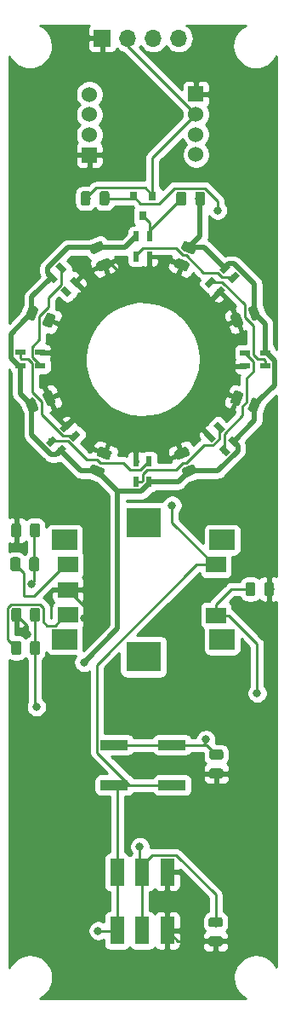
<source format=gbr>
G04 #@! TF.GenerationSoftware,KiCad,Pcbnew,(5.1.0-0)*
G04 #@! TF.CreationDate,2020-01-22T16:50:41+01:00*
G04 #@! TF.ProjectId,pino_brd_v01,70696e6f-5f62-4726-945f-7630312e6b69,rev?*
G04 #@! TF.SameCoordinates,Original*
G04 #@! TF.FileFunction,Copper,L1,Top*
G04 #@! TF.FilePolarity,Positive*
%FSLAX46Y46*%
G04 Gerber Fmt 4.6, Leading zero omitted, Abs format (unit mm)*
G04 Created by KiCad (PCBNEW (5.1.0-0)) date 2020-01-22 16:50:41*
%MOMM*%
%LPD*%
G04 APERTURE LIST*
%ADD10C,0.600000*%
%ADD11C,0.100000*%
%ADD12R,1.000000X0.600000*%
%ADD13R,0.600000X1.000000*%
%ADD14R,1.400000X2.700000*%
%ADD15C,0.975000*%
%ADD16C,1.524000*%
%ADD17R,1.524000X1.524000*%
%ADD18R,1.700000X1.700000*%
%ADD19O,1.700000X1.700000*%
%ADD20R,2.750000X1.000000*%
%ADD21R,2.000000X1.600000*%
%ADD22R,3.500000X3.000000*%
%ADD23R,2.500000X2.000000*%
%ADD24R,0.800000X0.900000*%
%ADD25C,0.800000*%
%ADD26C,0.500000*%
%ADD27C,0.250000*%
%ADD28C,0.254000*%
G04 APERTURE END LIST*
D10*
X23086015Y72294430D03*
D11*
G36*
X22944594Y71728745D02*
G01*
X22520330Y72153009D01*
X23227436Y72860115D01*
X23651700Y72435851D01*
X22944594Y71728745D01*
X22944594Y71728745D01*
G37*
D10*
X22166776Y73213669D03*
D11*
G36*
X22025355Y72647984D02*
G01*
X21601091Y73072248D01*
X22308197Y73779354D01*
X22732461Y73355090D01*
X22025355Y72647984D01*
X22025355Y72647984D01*
G37*
D10*
X21671802Y70880217D03*
D11*
G36*
X21530381Y70314532D02*
G01*
X21106117Y70738796D01*
X21813223Y71445902D01*
X22237487Y71021638D01*
X21530381Y70314532D01*
X21530381Y70314532D01*
G37*
D10*
X20752563Y71799456D03*
D11*
G36*
X20611142Y71233771D02*
G01*
X20186878Y71658035D01*
X20893984Y72365141D01*
X21318248Y71940877D01*
X20611142Y71233771D01*
X20611142Y71233771D01*
G37*
D12*
X26176387Y63482759D03*
X26176387Y64782759D03*
X24176387Y63482759D03*
X24176387Y64782759D03*
D10*
X22130817Y55066744D03*
D11*
G36*
X21565132Y55208165D02*
G01*
X21989396Y55632429D01*
X22696502Y54925323D01*
X22272238Y54501059D01*
X21565132Y55208165D01*
X21565132Y55208165D01*
G37*
D10*
X23050056Y55985983D03*
D11*
G36*
X22484371Y56127404D02*
G01*
X22908635Y56551668D01*
X23615741Y55844562D01*
X23191477Y55420298D01*
X22484371Y56127404D01*
X22484371Y56127404D01*
G37*
D10*
X20716604Y56480957D03*
D11*
G36*
X20150919Y56622378D02*
G01*
X20575183Y57046642D01*
X21282289Y56339536D01*
X20858025Y55915272D01*
X20150919Y56622378D01*
X20150919Y56622378D01*
G37*
D10*
X21635843Y57400196D03*
D11*
G36*
X21070158Y57541617D02*
G01*
X21494422Y57965881D01*
X22201528Y57258775D01*
X21777264Y56834511D01*
X21070158Y57541617D01*
X21070158Y57541617D01*
G37*
D13*
X13319146Y51976372D03*
X14619146Y51976372D03*
X13319146Y53976372D03*
X14619146Y53976372D03*
D10*
X4903131Y56021942D03*
D11*
G36*
X5044552Y56587627D02*
G01*
X5468816Y56163363D01*
X4761710Y55456257D01*
X4337446Y55880521D01*
X5044552Y56587627D01*
X5044552Y56587627D01*
G37*
D10*
X5822370Y55102703D03*
D11*
G36*
X5963791Y55668388D02*
G01*
X6388055Y55244124D01*
X5680949Y54537018D01*
X5256685Y54961282D01*
X5963791Y55668388D01*
X5963791Y55668388D01*
G37*
D10*
X6317344Y57436155D03*
D11*
G36*
X6458765Y58001840D02*
G01*
X6883029Y57577576D01*
X6175923Y56870470D01*
X5751659Y57294734D01*
X6458765Y58001840D01*
X6458765Y58001840D01*
G37*
D10*
X7236583Y56516916D03*
D11*
G36*
X7378004Y57082601D02*
G01*
X7802268Y56658337D01*
X7095162Y55951231D01*
X6670898Y56375495D01*
X7378004Y57082601D01*
X7378004Y57082601D01*
G37*
D12*
X1812759Y64833613D03*
X1812759Y63533613D03*
X3812759Y64833613D03*
X3812759Y63533613D03*
D14*
X11449680Y13221880D03*
X13949680Y13221880D03*
X16449680Y13221880D03*
X16449680Y7421880D03*
X13949680Y7421880D03*
X11449680Y7421880D03*
D11*
G36*
X17586159Y74155057D02*
G01*
X17609820Y74151547D01*
X17633024Y74145735D01*
X17655546Y74137677D01*
X18498586Y73788478D01*
X18520210Y73778250D01*
X18540727Y73765953D01*
X18559940Y73751703D01*
X18577664Y73735639D01*
X18593728Y73717915D01*
X18607978Y73698702D01*
X18620275Y73678185D01*
X18630503Y73656561D01*
X18638561Y73634039D01*
X18644373Y73610835D01*
X18647883Y73587174D01*
X18649057Y73563282D01*
X18647883Y73539390D01*
X18644373Y73515729D01*
X18638561Y73492525D01*
X18630503Y73470003D01*
X18443945Y73019612D01*
X18433717Y72997988D01*
X18421420Y72977471D01*
X18407170Y72958258D01*
X18391106Y72940534D01*
X18373382Y72924470D01*
X18354169Y72910220D01*
X18333652Y72897923D01*
X18312028Y72887695D01*
X18289506Y72879637D01*
X18266302Y72873825D01*
X18242641Y72870315D01*
X18218749Y72869141D01*
X18194857Y72870315D01*
X18171196Y72873825D01*
X18147992Y72879637D01*
X18125470Y72887695D01*
X17282430Y73236894D01*
X17260806Y73247122D01*
X17240289Y73259419D01*
X17221076Y73273669D01*
X17203352Y73289733D01*
X17187288Y73307457D01*
X17173038Y73326670D01*
X17160741Y73347187D01*
X17150513Y73368811D01*
X17142455Y73391333D01*
X17136643Y73414537D01*
X17133133Y73438198D01*
X17131959Y73462090D01*
X17133133Y73485982D01*
X17136643Y73509643D01*
X17142455Y73532847D01*
X17150513Y73555369D01*
X17337071Y74005760D01*
X17347299Y74027384D01*
X17359596Y74047901D01*
X17373846Y74067114D01*
X17389910Y74084838D01*
X17407634Y74100902D01*
X17426847Y74115152D01*
X17447364Y74127449D01*
X17468988Y74137677D01*
X17491510Y74145735D01*
X17514714Y74151547D01*
X17538375Y74155057D01*
X17562267Y74156231D01*
X17586159Y74155057D01*
X17586159Y74155057D01*
G37*
D15*
X17890508Y73512686D03*
D11*
G36*
X18303691Y75887331D02*
G01*
X18327352Y75883821D01*
X18350556Y75878009D01*
X18373078Y75869951D01*
X19216118Y75520752D01*
X19237742Y75510524D01*
X19258259Y75498227D01*
X19277472Y75483977D01*
X19295196Y75467913D01*
X19311260Y75450189D01*
X19325510Y75430976D01*
X19337807Y75410459D01*
X19348035Y75388835D01*
X19356093Y75366313D01*
X19361905Y75343109D01*
X19365415Y75319448D01*
X19366589Y75295556D01*
X19365415Y75271664D01*
X19361905Y75248003D01*
X19356093Y75224799D01*
X19348035Y75202277D01*
X19161477Y74751886D01*
X19151249Y74730262D01*
X19138952Y74709745D01*
X19124702Y74690532D01*
X19108638Y74672808D01*
X19090914Y74656744D01*
X19071701Y74642494D01*
X19051184Y74630197D01*
X19029560Y74619969D01*
X19007038Y74611911D01*
X18983834Y74606099D01*
X18960173Y74602589D01*
X18936281Y74601415D01*
X18912389Y74602589D01*
X18888728Y74606099D01*
X18865524Y74611911D01*
X18843002Y74619969D01*
X17999962Y74969168D01*
X17978338Y74979396D01*
X17957821Y74991693D01*
X17938608Y75005943D01*
X17920884Y75022007D01*
X17904820Y75039731D01*
X17890570Y75058944D01*
X17878273Y75079461D01*
X17868045Y75101085D01*
X17859987Y75123607D01*
X17854175Y75146811D01*
X17850665Y75170472D01*
X17849491Y75194364D01*
X17850665Y75218256D01*
X17854175Y75241917D01*
X17859987Y75265121D01*
X17868045Y75287643D01*
X18054603Y75738034D01*
X18064831Y75759658D01*
X18077128Y75780175D01*
X18091378Y75799388D01*
X18107442Y75817112D01*
X18125166Y75833176D01*
X18144379Y75847426D01*
X18164896Y75859723D01*
X18186520Y75869951D01*
X18209042Y75878009D01*
X18232246Y75883821D01*
X18255907Y75887331D01*
X18279799Y75888505D01*
X18303691Y75887331D01*
X18303691Y75887331D01*
G37*
D15*
X18608040Y75244960D03*
D11*
G36*
X23457728Y68788735D02*
G01*
X23481389Y68785225D01*
X23504593Y68779413D01*
X23527115Y68771355D01*
X23548739Y68761127D01*
X23569256Y68748830D01*
X23588469Y68734580D01*
X23606193Y68718516D01*
X23622257Y68700792D01*
X23636507Y68681579D01*
X23648804Y68661062D01*
X23659032Y68639438D01*
X24008231Y67796398D01*
X24016289Y67773876D01*
X24022101Y67750672D01*
X24025611Y67727011D01*
X24026785Y67703119D01*
X24025611Y67679227D01*
X24022101Y67655566D01*
X24016289Y67632362D01*
X24008231Y67609840D01*
X23998003Y67588216D01*
X23985706Y67567699D01*
X23971456Y67548486D01*
X23955392Y67530762D01*
X23937668Y67514698D01*
X23918455Y67500448D01*
X23897938Y67488151D01*
X23876314Y67477923D01*
X23425923Y67291365D01*
X23403401Y67283307D01*
X23380197Y67277495D01*
X23356536Y67273985D01*
X23332644Y67272811D01*
X23308752Y67273985D01*
X23285091Y67277495D01*
X23261887Y67283307D01*
X23239365Y67291365D01*
X23217741Y67301593D01*
X23197224Y67313890D01*
X23178011Y67328140D01*
X23160287Y67344204D01*
X23144223Y67361928D01*
X23129973Y67381141D01*
X23117676Y67401658D01*
X23107448Y67423282D01*
X22758249Y68266322D01*
X22750191Y68288844D01*
X22744379Y68312048D01*
X22740869Y68335709D01*
X22739695Y68359601D01*
X22740869Y68383493D01*
X22744379Y68407154D01*
X22750191Y68430358D01*
X22758249Y68452880D01*
X22768477Y68474504D01*
X22780774Y68495021D01*
X22795024Y68514234D01*
X22811088Y68531958D01*
X22828812Y68548022D01*
X22848025Y68562272D01*
X22868542Y68574569D01*
X22890166Y68584797D01*
X23340557Y68771355D01*
X23363079Y68779413D01*
X23386283Y68785225D01*
X23409944Y68788735D01*
X23433836Y68789909D01*
X23457728Y68788735D01*
X23457728Y68788735D01*
G37*
D15*
X23383240Y68031360D03*
D11*
G36*
X25190002Y69506267D02*
G01*
X25213663Y69502757D01*
X25236867Y69496945D01*
X25259389Y69488887D01*
X25281013Y69478659D01*
X25301530Y69466362D01*
X25320743Y69452112D01*
X25338467Y69436048D01*
X25354531Y69418324D01*
X25368781Y69399111D01*
X25381078Y69378594D01*
X25391306Y69356970D01*
X25740505Y68513930D01*
X25748563Y68491408D01*
X25754375Y68468204D01*
X25757885Y68444543D01*
X25759059Y68420651D01*
X25757885Y68396759D01*
X25754375Y68373098D01*
X25748563Y68349894D01*
X25740505Y68327372D01*
X25730277Y68305748D01*
X25717980Y68285231D01*
X25703730Y68266018D01*
X25687666Y68248294D01*
X25669942Y68232230D01*
X25650729Y68217980D01*
X25630212Y68205683D01*
X25608588Y68195455D01*
X25158197Y68008897D01*
X25135675Y68000839D01*
X25112471Y67995027D01*
X25088810Y67991517D01*
X25064918Y67990343D01*
X25041026Y67991517D01*
X25017365Y67995027D01*
X24994161Y68000839D01*
X24971639Y68008897D01*
X24950015Y68019125D01*
X24929498Y68031422D01*
X24910285Y68045672D01*
X24892561Y68061736D01*
X24876497Y68079460D01*
X24862247Y68098673D01*
X24849950Y68119190D01*
X24839722Y68140814D01*
X24490523Y68983854D01*
X24482465Y69006376D01*
X24476653Y69029580D01*
X24473143Y69053241D01*
X24471969Y69077133D01*
X24473143Y69101025D01*
X24476653Y69124686D01*
X24482465Y69147890D01*
X24490523Y69170412D01*
X24500751Y69192036D01*
X24513048Y69212553D01*
X24527298Y69231766D01*
X24543362Y69249490D01*
X24561086Y69265554D01*
X24580299Y69279804D01*
X24600816Y69292101D01*
X24622440Y69302329D01*
X25072831Y69488887D01*
X25095353Y69496945D01*
X25118557Y69502757D01*
X25142218Y69506267D01*
X25166110Y69507441D01*
X25190002Y69506267D01*
X25190002Y69506267D01*
G37*
D15*
X25115514Y68748892D03*
D11*
G36*
X25086273Y60327369D02*
G01*
X25109934Y60323859D01*
X25133138Y60318047D01*
X25155660Y60309989D01*
X25606051Y60123431D01*
X25627675Y60113203D01*
X25648192Y60100906D01*
X25667405Y60086656D01*
X25685129Y60070592D01*
X25701193Y60052868D01*
X25715443Y60033655D01*
X25727740Y60013138D01*
X25737968Y59991514D01*
X25746026Y59968992D01*
X25751838Y59945788D01*
X25755348Y59922127D01*
X25756522Y59898235D01*
X25755348Y59874343D01*
X25751838Y59850682D01*
X25746026Y59827478D01*
X25737968Y59804956D01*
X25388769Y58961916D01*
X25378541Y58940292D01*
X25366244Y58919775D01*
X25351994Y58900562D01*
X25335930Y58882838D01*
X25318206Y58866774D01*
X25298993Y58852524D01*
X25278476Y58840227D01*
X25256852Y58829999D01*
X25234330Y58821941D01*
X25211126Y58816129D01*
X25187465Y58812619D01*
X25163573Y58811445D01*
X25139681Y58812619D01*
X25116020Y58816129D01*
X25092816Y58821941D01*
X25070294Y58829999D01*
X24619903Y59016557D01*
X24598279Y59026785D01*
X24577762Y59039082D01*
X24558549Y59053332D01*
X24540825Y59069396D01*
X24524761Y59087120D01*
X24510511Y59106333D01*
X24498214Y59126850D01*
X24487986Y59148474D01*
X24479928Y59170996D01*
X24474116Y59194200D01*
X24470606Y59217861D01*
X24469432Y59241753D01*
X24470606Y59265645D01*
X24474116Y59289306D01*
X24479928Y59312510D01*
X24487986Y59335032D01*
X24837185Y60178072D01*
X24847413Y60199696D01*
X24859710Y60220213D01*
X24873960Y60239426D01*
X24890024Y60257150D01*
X24907748Y60273214D01*
X24926961Y60287464D01*
X24947478Y60299761D01*
X24969102Y60309989D01*
X24991624Y60318047D01*
X25014828Y60323859D01*
X25038489Y60327369D01*
X25062381Y60328543D01*
X25086273Y60327369D01*
X25086273Y60327369D01*
G37*
D15*
X25112977Y59569994D03*
D11*
G36*
X23353999Y61044901D02*
G01*
X23377660Y61041391D01*
X23400864Y61035579D01*
X23423386Y61027521D01*
X23873777Y60840963D01*
X23895401Y60830735D01*
X23915918Y60818438D01*
X23935131Y60804188D01*
X23952855Y60788124D01*
X23968919Y60770400D01*
X23983169Y60751187D01*
X23995466Y60730670D01*
X24005694Y60709046D01*
X24013752Y60686524D01*
X24019564Y60663320D01*
X24023074Y60639659D01*
X24024248Y60615767D01*
X24023074Y60591875D01*
X24019564Y60568214D01*
X24013752Y60545010D01*
X24005694Y60522488D01*
X23656495Y59679448D01*
X23646267Y59657824D01*
X23633970Y59637307D01*
X23619720Y59618094D01*
X23603656Y59600370D01*
X23585932Y59584306D01*
X23566719Y59570056D01*
X23546202Y59557759D01*
X23524578Y59547531D01*
X23502056Y59539473D01*
X23478852Y59533661D01*
X23455191Y59530151D01*
X23431299Y59528977D01*
X23407407Y59530151D01*
X23383746Y59533661D01*
X23360542Y59539473D01*
X23338020Y59547531D01*
X22887629Y59734089D01*
X22866005Y59744317D01*
X22845488Y59756614D01*
X22826275Y59770864D01*
X22808551Y59786928D01*
X22792487Y59804652D01*
X22778237Y59823865D01*
X22765940Y59844382D01*
X22755712Y59866006D01*
X22747654Y59888528D01*
X22741842Y59911732D01*
X22738332Y59935393D01*
X22737158Y59959285D01*
X22738332Y59983177D01*
X22741842Y60006838D01*
X22747654Y60030042D01*
X22755712Y60052564D01*
X23104911Y60895604D01*
X23115139Y60917228D01*
X23127436Y60937745D01*
X23141686Y60956958D01*
X23157750Y60974682D01*
X23175474Y60990746D01*
X23194687Y61004996D01*
X23215204Y61017293D01*
X23236828Y61027521D01*
X23259350Y61035579D01*
X23282554Y61041391D01*
X23306215Y61044901D01*
X23330107Y61046075D01*
X23353999Y61044901D01*
X23353999Y61044901D01*
G37*
D15*
X23380703Y60287526D03*
D11*
G36*
X18985573Y53713131D02*
G01*
X19009234Y53709621D01*
X19032438Y53703809D01*
X19054960Y53695751D01*
X19076584Y53685523D01*
X19097101Y53673226D01*
X19116314Y53658976D01*
X19134038Y53642912D01*
X19150102Y53625188D01*
X19164352Y53605975D01*
X19176649Y53585458D01*
X19186877Y53563834D01*
X19373435Y53113443D01*
X19381493Y53090921D01*
X19387305Y53067717D01*
X19390815Y53044056D01*
X19391989Y53020164D01*
X19390815Y52996272D01*
X19387305Y52972611D01*
X19381493Y52949407D01*
X19373435Y52926885D01*
X19363207Y52905261D01*
X19350910Y52884744D01*
X19336660Y52865531D01*
X19320596Y52847807D01*
X19302872Y52831743D01*
X19283659Y52817493D01*
X19263142Y52805196D01*
X19241518Y52794968D01*
X18398478Y52445769D01*
X18375956Y52437711D01*
X18352752Y52431899D01*
X18329091Y52428389D01*
X18305199Y52427215D01*
X18281307Y52428389D01*
X18257646Y52431899D01*
X18234442Y52437711D01*
X18211920Y52445769D01*
X18190296Y52455997D01*
X18169779Y52468294D01*
X18150566Y52482544D01*
X18132842Y52498608D01*
X18116778Y52516332D01*
X18102528Y52535545D01*
X18090231Y52556062D01*
X18080003Y52577686D01*
X17893445Y53028077D01*
X17885387Y53050599D01*
X17879575Y53073803D01*
X17876065Y53097464D01*
X17874891Y53121356D01*
X17876065Y53145248D01*
X17879575Y53168909D01*
X17885387Y53192113D01*
X17893445Y53214635D01*
X17903673Y53236259D01*
X17915970Y53256776D01*
X17930220Y53275989D01*
X17946284Y53293713D01*
X17964008Y53309777D01*
X17983221Y53324027D01*
X18003738Y53336324D01*
X18025362Y53346552D01*
X18868402Y53695751D01*
X18890924Y53703809D01*
X18914128Y53709621D01*
X18937789Y53713131D01*
X18961681Y53714305D01*
X18985573Y53713131D01*
X18985573Y53713131D01*
G37*
D15*
X18633440Y53070760D03*
D11*
G36*
X18268041Y55445405D02*
G01*
X18291702Y55441895D01*
X18314906Y55436083D01*
X18337428Y55428025D01*
X18359052Y55417797D01*
X18379569Y55405500D01*
X18398782Y55391250D01*
X18416506Y55375186D01*
X18432570Y55357462D01*
X18446820Y55338249D01*
X18459117Y55317732D01*
X18469345Y55296108D01*
X18655903Y54845717D01*
X18663961Y54823195D01*
X18669773Y54799991D01*
X18673283Y54776330D01*
X18674457Y54752438D01*
X18673283Y54728546D01*
X18669773Y54704885D01*
X18663961Y54681681D01*
X18655903Y54659159D01*
X18645675Y54637535D01*
X18633378Y54617018D01*
X18619128Y54597805D01*
X18603064Y54580081D01*
X18585340Y54564017D01*
X18566127Y54549767D01*
X18545610Y54537470D01*
X18523986Y54527242D01*
X17680946Y54178043D01*
X17658424Y54169985D01*
X17635220Y54164173D01*
X17611559Y54160663D01*
X17587667Y54159489D01*
X17563775Y54160663D01*
X17540114Y54164173D01*
X17516910Y54169985D01*
X17494388Y54178043D01*
X17472764Y54188271D01*
X17452247Y54200568D01*
X17433034Y54214818D01*
X17415310Y54230882D01*
X17399246Y54248606D01*
X17384996Y54267819D01*
X17372699Y54288336D01*
X17362471Y54309960D01*
X17175913Y54760351D01*
X17167855Y54782873D01*
X17162043Y54806077D01*
X17158533Y54829738D01*
X17157359Y54853630D01*
X17158533Y54877522D01*
X17162043Y54901183D01*
X17167855Y54924387D01*
X17175913Y54946909D01*
X17186141Y54968533D01*
X17198438Y54989050D01*
X17212688Y55008263D01*
X17228752Y55025987D01*
X17246476Y55042051D01*
X17265689Y55056301D01*
X17286206Y55068598D01*
X17307830Y55078826D01*
X18150870Y55428025D01*
X18173392Y55436083D01*
X18196596Y55441895D01*
X18220257Y55445405D01*
X18244149Y55446579D01*
X18268041Y55445405D01*
X18268041Y55445405D01*
G37*
D15*
X17915908Y54803034D03*
D11*
G36*
X3544722Y47856466D02*
G01*
X3568383Y47852956D01*
X3591587Y47847144D01*
X3614109Y47839086D01*
X3635733Y47828858D01*
X3656250Y47816561D01*
X3675463Y47802311D01*
X3693187Y47786247D01*
X3709251Y47768523D01*
X3723501Y47749310D01*
X3735798Y47728793D01*
X3746026Y47707169D01*
X3754084Y47684647D01*
X3759896Y47661443D01*
X3763406Y47637782D01*
X3764580Y47613890D01*
X3764580Y46701390D01*
X3763406Y46677498D01*
X3759896Y46653837D01*
X3754084Y46630633D01*
X3746026Y46608111D01*
X3735798Y46586487D01*
X3723501Y46565970D01*
X3709251Y46546757D01*
X3693187Y46529033D01*
X3675463Y46512969D01*
X3656250Y46498719D01*
X3635733Y46486422D01*
X3614109Y46476194D01*
X3591587Y46468136D01*
X3568383Y46462324D01*
X3544722Y46458814D01*
X3520830Y46457640D01*
X3033330Y46457640D01*
X3009438Y46458814D01*
X2985777Y46462324D01*
X2962573Y46468136D01*
X2940051Y46476194D01*
X2918427Y46486422D01*
X2897910Y46498719D01*
X2878697Y46512969D01*
X2860973Y46529033D01*
X2844909Y46546757D01*
X2830659Y46565970D01*
X2818362Y46586487D01*
X2808134Y46608111D01*
X2800076Y46630633D01*
X2794264Y46653837D01*
X2790754Y46677498D01*
X2789580Y46701390D01*
X2789580Y47613890D01*
X2790754Y47637782D01*
X2794264Y47661443D01*
X2800076Y47684647D01*
X2808134Y47707169D01*
X2818362Y47728793D01*
X2830659Y47749310D01*
X2844909Y47768523D01*
X2860973Y47786247D01*
X2878697Y47802311D01*
X2897910Y47816561D01*
X2918427Y47828858D01*
X2940051Y47839086D01*
X2962573Y47847144D01*
X2985777Y47852956D01*
X3009438Y47856466D01*
X3033330Y47857640D01*
X3520830Y47857640D01*
X3544722Y47856466D01*
X3544722Y47856466D01*
G37*
D15*
X3277080Y47157640D03*
D11*
G36*
X1669722Y47856466D02*
G01*
X1693383Y47852956D01*
X1716587Y47847144D01*
X1739109Y47839086D01*
X1760733Y47828858D01*
X1781250Y47816561D01*
X1800463Y47802311D01*
X1818187Y47786247D01*
X1834251Y47768523D01*
X1848501Y47749310D01*
X1860798Y47728793D01*
X1871026Y47707169D01*
X1879084Y47684647D01*
X1884896Y47661443D01*
X1888406Y47637782D01*
X1889580Y47613890D01*
X1889580Y46701390D01*
X1888406Y46677498D01*
X1884896Y46653837D01*
X1879084Y46630633D01*
X1871026Y46608111D01*
X1860798Y46586487D01*
X1848501Y46565970D01*
X1834251Y46546757D01*
X1818187Y46529033D01*
X1800463Y46512969D01*
X1781250Y46498719D01*
X1760733Y46486422D01*
X1739109Y46476194D01*
X1716587Y46468136D01*
X1693383Y46462324D01*
X1669722Y46458814D01*
X1645830Y46457640D01*
X1158330Y46457640D01*
X1134438Y46458814D01*
X1110777Y46462324D01*
X1087573Y46468136D01*
X1065051Y46476194D01*
X1043427Y46486422D01*
X1022910Y46498719D01*
X1003697Y46512969D01*
X985973Y46529033D01*
X969909Y46546757D01*
X955659Y46565970D01*
X943362Y46586487D01*
X933134Y46608111D01*
X925076Y46630633D01*
X919264Y46653837D01*
X915754Y46677498D01*
X914580Y46701390D01*
X914580Y47613890D01*
X915754Y47637782D01*
X919264Y47661443D01*
X925076Y47684647D01*
X933134Y47707169D01*
X943362Y47728793D01*
X955659Y47749310D01*
X969909Y47768523D01*
X985973Y47786247D01*
X1003697Y47802311D01*
X1022910Y47816561D01*
X1043427Y47828858D01*
X1065051Y47839086D01*
X1087573Y47847144D01*
X1110777Y47852956D01*
X1134438Y47856466D01*
X1158330Y47857640D01*
X1645830Y47857640D01*
X1669722Y47856466D01*
X1669722Y47856466D01*
G37*
D15*
X1402080Y47157640D03*
D11*
G36*
X3547022Y39484626D02*
G01*
X3570683Y39481116D01*
X3593887Y39475304D01*
X3616409Y39467246D01*
X3638033Y39457018D01*
X3658550Y39444721D01*
X3677763Y39430471D01*
X3695487Y39414407D01*
X3711551Y39396683D01*
X3725801Y39377470D01*
X3738098Y39356953D01*
X3748326Y39335329D01*
X3756384Y39312807D01*
X3762196Y39289603D01*
X3765706Y39265942D01*
X3766880Y39242050D01*
X3766880Y38329550D01*
X3765706Y38305658D01*
X3762196Y38281997D01*
X3756384Y38258793D01*
X3748326Y38236271D01*
X3738098Y38214647D01*
X3725801Y38194130D01*
X3711551Y38174917D01*
X3695487Y38157193D01*
X3677763Y38141129D01*
X3658550Y38126879D01*
X3638033Y38114582D01*
X3616409Y38104354D01*
X3593887Y38096296D01*
X3570683Y38090484D01*
X3547022Y38086974D01*
X3523130Y38085800D01*
X3035630Y38085800D01*
X3011738Y38086974D01*
X2988077Y38090484D01*
X2964873Y38096296D01*
X2942351Y38104354D01*
X2920727Y38114582D01*
X2900210Y38126879D01*
X2880997Y38141129D01*
X2863273Y38157193D01*
X2847209Y38174917D01*
X2832959Y38194130D01*
X2820662Y38214647D01*
X2810434Y38236271D01*
X2802376Y38258793D01*
X2796564Y38281997D01*
X2793054Y38305658D01*
X2791880Y38329550D01*
X2791880Y39242050D01*
X2793054Y39265942D01*
X2796564Y39289603D01*
X2802376Y39312807D01*
X2810434Y39335329D01*
X2820662Y39356953D01*
X2832959Y39377470D01*
X2847209Y39396683D01*
X2863273Y39414407D01*
X2880997Y39430471D01*
X2900210Y39444721D01*
X2920727Y39457018D01*
X2942351Y39467246D01*
X2964873Y39475304D01*
X2988077Y39481116D01*
X3011738Y39484626D01*
X3035630Y39485800D01*
X3523130Y39485800D01*
X3547022Y39484626D01*
X3547022Y39484626D01*
G37*
D15*
X3279380Y38785800D03*
D11*
G36*
X1672022Y39484626D02*
G01*
X1695683Y39481116D01*
X1718887Y39475304D01*
X1741409Y39467246D01*
X1763033Y39457018D01*
X1783550Y39444721D01*
X1802763Y39430471D01*
X1820487Y39414407D01*
X1836551Y39396683D01*
X1850801Y39377470D01*
X1863098Y39356953D01*
X1873326Y39335329D01*
X1881384Y39312807D01*
X1887196Y39289603D01*
X1890706Y39265942D01*
X1891880Y39242050D01*
X1891880Y38329550D01*
X1890706Y38305658D01*
X1887196Y38281997D01*
X1881384Y38258793D01*
X1873326Y38236271D01*
X1863098Y38214647D01*
X1850801Y38194130D01*
X1836551Y38174917D01*
X1820487Y38157193D01*
X1802763Y38141129D01*
X1783550Y38126879D01*
X1763033Y38114582D01*
X1741409Y38104354D01*
X1718887Y38096296D01*
X1695683Y38090484D01*
X1672022Y38086974D01*
X1648130Y38085800D01*
X1160630Y38085800D01*
X1136738Y38086974D01*
X1113077Y38090484D01*
X1089873Y38096296D01*
X1067351Y38104354D01*
X1045727Y38114582D01*
X1025210Y38126879D01*
X1005997Y38141129D01*
X988273Y38157193D01*
X972209Y38174917D01*
X957959Y38194130D01*
X945662Y38214647D01*
X935434Y38236271D01*
X927376Y38258793D01*
X921564Y38281997D01*
X918054Y38305658D01*
X916880Y38329550D01*
X916880Y39242050D01*
X918054Y39265942D01*
X921564Y39289603D01*
X927376Y39312807D01*
X935434Y39335329D01*
X945662Y39356953D01*
X957959Y39377470D01*
X972209Y39396683D01*
X988273Y39414407D01*
X1005997Y39430471D01*
X1025210Y39444721D01*
X1045727Y39457018D01*
X1067351Y39467246D01*
X1089873Y39475304D01*
X1113077Y39481116D01*
X1136738Y39484626D01*
X1160630Y39485800D01*
X1648130Y39485800D01*
X1672022Y39484626D01*
X1672022Y39484626D01*
G37*
D15*
X1404380Y38785800D03*
D11*
G36*
X9143887Y53717017D02*
G01*
X9167518Y53713300D01*
X9190670Y53707286D01*
X9213121Y53699031D01*
X10053082Y53342489D01*
X10074615Y53332073D01*
X10095025Y53319597D01*
X10114113Y53305181D01*
X10131696Y53288963D01*
X10147604Y53271099D01*
X10161686Y53251763D01*
X10173804Y53231139D01*
X10183842Y53209426D01*
X10191704Y53186835D01*
X10197313Y53163581D01*
X10200617Y53139890D01*
X10201582Y53115989D01*
X10200200Y53092108D01*
X10196483Y53068478D01*
X10190469Y53045326D01*
X10182214Y53022875D01*
X9991733Y52574129D01*
X9981318Y52552596D01*
X9968841Y52532186D01*
X9954425Y52513098D01*
X9938207Y52495515D01*
X9920343Y52479607D01*
X9901007Y52465525D01*
X9880383Y52453407D01*
X9858671Y52443369D01*
X9836079Y52435507D01*
X9812825Y52429898D01*
X9789134Y52426594D01*
X9765233Y52425629D01*
X9741353Y52427011D01*
X9717722Y52430728D01*
X9694570Y52436742D01*
X9672119Y52444997D01*
X8832158Y52801539D01*
X8810625Y52811955D01*
X8790215Y52824431D01*
X8771127Y52838847D01*
X8753544Y52855065D01*
X8737636Y52872929D01*
X8723554Y52892265D01*
X8711436Y52912889D01*
X8701398Y52934602D01*
X8693536Y52957193D01*
X8687927Y52980447D01*
X8684623Y53004138D01*
X8683658Y53028039D01*
X8685040Y53051920D01*
X8688757Y53075550D01*
X8694771Y53098702D01*
X8703026Y53121153D01*
X8893507Y53569899D01*
X8903922Y53591432D01*
X8916399Y53611842D01*
X8930815Y53630930D01*
X8947033Y53648513D01*
X8964897Y53664421D01*
X8984233Y53678503D01*
X9004857Y53690621D01*
X9026569Y53700659D01*
X9049161Y53708521D01*
X9072415Y53714130D01*
X9096106Y53717434D01*
X9120007Y53718399D01*
X9143887Y53717017D01*
X9143887Y53717017D01*
G37*
D15*
X9442620Y53072014D03*
D11*
G36*
X9876507Y55442963D02*
G01*
X9900138Y55439246D01*
X9923290Y55433232D01*
X9945741Y55424977D01*
X10785702Y55068435D01*
X10807235Y55058019D01*
X10827645Y55045543D01*
X10846733Y55031127D01*
X10864316Y55014909D01*
X10880224Y54997045D01*
X10894306Y54977709D01*
X10906424Y54957085D01*
X10916462Y54935372D01*
X10924324Y54912781D01*
X10929933Y54889527D01*
X10933237Y54865836D01*
X10934202Y54841935D01*
X10932820Y54818054D01*
X10929103Y54794424D01*
X10923089Y54771272D01*
X10914834Y54748821D01*
X10724353Y54300075D01*
X10713938Y54278542D01*
X10701461Y54258132D01*
X10687045Y54239044D01*
X10670827Y54221461D01*
X10652963Y54205553D01*
X10633627Y54191471D01*
X10613003Y54179353D01*
X10591291Y54169315D01*
X10568699Y54161453D01*
X10545445Y54155844D01*
X10521754Y54152540D01*
X10497853Y54151575D01*
X10473973Y54152957D01*
X10450342Y54156674D01*
X10427190Y54162688D01*
X10404739Y54170943D01*
X9564778Y54527485D01*
X9543245Y54537901D01*
X9522835Y54550377D01*
X9503747Y54564793D01*
X9486164Y54581011D01*
X9470256Y54598875D01*
X9456174Y54618211D01*
X9444056Y54638835D01*
X9434018Y54660548D01*
X9426156Y54683139D01*
X9420547Y54706393D01*
X9417243Y54730084D01*
X9416278Y54753985D01*
X9417660Y54777866D01*
X9421377Y54801496D01*
X9427391Y54824648D01*
X9435646Y54847099D01*
X9626127Y55295845D01*
X9636542Y55317378D01*
X9649019Y55337788D01*
X9663435Y55356876D01*
X9679653Y55374459D01*
X9697517Y55390367D01*
X9716853Y55404449D01*
X9737477Y55416567D01*
X9759189Y55426605D01*
X9781781Y55434467D01*
X9805035Y55440076D01*
X9828726Y55443380D01*
X9852627Y55444345D01*
X9876507Y55442963D01*
X9876507Y55442963D01*
G37*
D15*
X10175240Y54797960D03*
D11*
G36*
X3033591Y60327369D02*
G01*
X3057252Y60323859D01*
X3080456Y60318047D01*
X3102978Y60309989D01*
X3124602Y60299761D01*
X3145119Y60287464D01*
X3164332Y60273214D01*
X3182056Y60257150D01*
X3198120Y60239426D01*
X3212370Y60220213D01*
X3224667Y60199696D01*
X3234895Y60178072D01*
X3584094Y59335032D01*
X3592152Y59312510D01*
X3597964Y59289306D01*
X3601474Y59265645D01*
X3602648Y59241753D01*
X3601474Y59217861D01*
X3597964Y59194200D01*
X3592152Y59170996D01*
X3584094Y59148474D01*
X3573866Y59126850D01*
X3561569Y59106333D01*
X3547319Y59087120D01*
X3531255Y59069396D01*
X3513531Y59053332D01*
X3494318Y59039082D01*
X3473801Y59026785D01*
X3452177Y59016557D01*
X3001786Y58829999D01*
X2979264Y58821941D01*
X2956060Y58816129D01*
X2932399Y58812619D01*
X2908507Y58811445D01*
X2884615Y58812619D01*
X2860954Y58816129D01*
X2837750Y58821941D01*
X2815228Y58829999D01*
X2793604Y58840227D01*
X2773087Y58852524D01*
X2753874Y58866774D01*
X2736150Y58882838D01*
X2720086Y58900562D01*
X2705836Y58919775D01*
X2693539Y58940292D01*
X2683311Y58961916D01*
X2334112Y59804956D01*
X2326054Y59827478D01*
X2320242Y59850682D01*
X2316732Y59874343D01*
X2315558Y59898235D01*
X2316732Y59922127D01*
X2320242Y59945788D01*
X2326054Y59968992D01*
X2334112Y59991514D01*
X2344340Y60013138D01*
X2356637Y60033655D01*
X2370887Y60052868D01*
X2386951Y60070592D01*
X2404675Y60086656D01*
X2423888Y60100906D01*
X2444405Y60113203D01*
X2466029Y60123431D01*
X2916420Y60309989D01*
X2938942Y60318047D01*
X2962146Y60323859D01*
X2985807Y60327369D01*
X3009699Y60328543D01*
X3033591Y60327369D01*
X3033591Y60327369D01*
G37*
D15*
X2959103Y59569994D03*
D11*
G36*
X4765865Y61044901D02*
G01*
X4789526Y61041391D01*
X4812730Y61035579D01*
X4835252Y61027521D01*
X4856876Y61017293D01*
X4877393Y61004996D01*
X4896606Y60990746D01*
X4914330Y60974682D01*
X4930394Y60956958D01*
X4944644Y60937745D01*
X4956941Y60917228D01*
X4967169Y60895604D01*
X5316368Y60052564D01*
X5324426Y60030042D01*
X5330238Y60006838D01*
X5333748Y59983177D01*
X5334922Y59959285D01*
X5333748Y59935393D01*
X5330238Y59911732D01*
X5324426Y59888528D01*
X5316368Y59866006D01*
X5306140Y59844382D01*
X5293843Y59823865D01*
X5279593Y59804652D01*
X5263529Y59786928D01*
X5245805Y59770864D01*
X5226592Y59756614D01*
X5206075Y59744317D01*
X5184451Y59734089D01*
X4734060Y59547531D01*
X4711538Y59539473D01*
X4688334Y59533661D01*
X4664673Y59530151D01*
X4640781Y59528977D01*
X4616889Y59530151D01*
X4593228Y59533661D01*
X4570024Y59539473D01*
X4547502Y59547531D01*
X4525878Y59557759D01*
X4505361Y59570056D01*
X4486148Y59584306D01*
X4468424Y59600370D01*
X4452360Y59618094D01*
X4438110Y59637307D01*
X4425813Y59657824D01*
X4415585Y59679448D01*
X4066386Y60522488D01*
X4058328Y60545010D01*
X4052516Y60568214D01*
X4049006Y60591875D01*
X4047832Y60615767D01*
X4049006Y60639659D01*
X4052516Y60663320D01*
X4058328Y60686524D01*
X4066386Y60709046D01*
X4076614Y60730670D01*
X4088911Y60751187D01*
X4103161Y60770400D01*
X4119225Y60788124D01*
X4136949Y60804188D01*
X4156162Y60818438D01*
X4176679Y60830735D01*
X4198303Y60840963D01*
X4648694Y61027521D01*
X4671216Y61035579D01*
X4694420Y61041391D01*
X4718081Y61044901D01*
X4741973Y61046075D01*
X4765865Y61044901D01*
X4765865Y61044901D01*
G37*
D15*
X4691377Y60287526D03*
D11*
G36*
X4662136Y68788735D02*
G01*
X4685797Y68785225D01*
X4709001Y68779413D01*
X4731523Y68771355D01*
X5181914Y68584797D01*
X5203538Y68574569D01*
X5224055Y68562272D01*
X5243268Y68548022D01*
X5260992Y68531958D01*
X5277056Y68514234D01*
X5291306Y68495021D01*
X5303603Y68474504D01*
X5313831Y68452880D01*
X5321889Y68430358D01*
X5327701Y68407154D01*
X5331211Y68383493D01*
X5332385Y68359601D01*
X5331211Y68335709D01*
X5327701Y68312048D01*
X5321889Y68288844D01*
X5313831Y68266322D01*
X4964632Y67423282D01*
X4954404Y67401658D01*
X4942107Y67381141D01*
X4927857Y67361928D01*
X4911793Y67344204D01*
X4894069Y67328140D01*
X4874856Y67313890D01*
X4854339Y67301593D01*
X4832715Y67291365D01*
X4810193Y67283307D01*
X4786989Y67277495D01*
X4763328Y67273985D01*
X4739436Y67272811D01*
X4715544Y67273985D01*
X4691883Y67277495D01*
X4668679Y67283307D01*
X4646157Y67291365D01*
X4195766Y67477923D01*
X4174142Y67488151D01*
X4153625Y67500448D01*
X4134412Y67514698D01*
X4116688Y67530762D01*
X4100624Y67548486D01*
X4086374Y67567699D01*
X4074077Y67588216D01*
X4063849Y67609840D01*
X4055791Y67632362D01*
X4049979Y67655566D01*
X4046469Y67679227D01*
X4045295Y67703119D01*
X4046469Y67727011D01*
X4049979Y67750672D01*
X4055791Y67773876D01*
X4063849Y67796398D01*
X4413048Y68639438D01*
X4423276Y68661062D01*
X4435573Y68681579D01*
X4449823Y68700792D01*
X4465887Y68718516D01*
X4483611Y68734580D01*
X4502824Y68748830D01*
X4523341Y68761127D01*
X4544965Y68771355D01*
X4567487Y68779413D01*
X4590691Y68785225D01*
X4614352Y68788735D01*
X4638244Y68789909D01*
X4662136Y68788735D01*
X4662136Y68788735D01*
G37*
D15*
X4688840Y68031360D03*
D11*
G36*
X2929862Y69506267D02*
G01*
X2953523Y69502757D01*
X2976727Y69496945D01*
X2999249Y69488887D01*
X3449640Y69302329D01*
X3471264Y69292101D01*
X3491781Y69279804D01*
X3510994Y69265554D01*
X3528718Y69249490D01*
X3544782Y69231766D01*
X3559032Y69212553D01*
X3571329Y69192036D01*
X3581557Y69170412D01*
X3589615Y69147890D01*
X3595427Y69124686D01*
X3598937Y69101025D01*
X3600111Y69077133D01*
X3598937Y69053241D01*
X3595427Y69029580D01*
X3589615Y69006376D01*
X3581557Y68983854D01*
X3232358Y68140814D01*
X3222130Y68119190D01*
X3209833Y68098673D01*
X3195583Y68079460D01*
X3179519Y68061736D01*
X3161795Y68045672D01*
X3142582Y68031422D01*
X3122065Y68019125D01*
X3100441Y68008897D01*
X3077919Y68000839D01*
X3054715Y67995027D01*
X3031054Y67991517D01*
X3007162Y67990343D01*
X2983270Y67991517D01*
X2959609Y67995027D01*
X2936405Y68000839D01*
X2913883Y68008897D01*
X2463492Y68195455D01*
X2441868Y68205683D01*
X2421351Y68217980D01*
X2402138Y68232230D01*
X2384414Y68248294D01*
X2368350Y68266018D01*
X2354100Y68285231D01*
X2341803Y68305748D01*
X2331575Y68327372D01*
X2323517Y68349894D01*
X2317705Y68373098D01*
X2314195Y68396759D01*
X2313021Y68420651D01*
X2314195Y68444543D01*
X2317705Y68468204D01*
X2323517Y68491408D01*
X2331575Y68513930D01*
X2680774Y69356970D01*
X2691002Y69378594D01*
X2703299Y69399111D01*
X2717549Y69418324D01*
X2733613Y69436048D01*
X2751337Y69452112D01*
X2770550Y69466362D01*
X2791067Y69478659D01*
X2812691Y69488887D01*
X2835213Y69496945D01*
X2858417Y69502757D01*
X2882078Y69506267D01*
X2905970Y69507441D01*
X2929862Y69506267D01*
X2929862Y69506267D01*
G37*
D15*
X2956566Y68748892D03*
D11*
G36*
X10501973Y74160131D02*
G01*
X10525634Y74156621D01*
X10548838Y74150809D01*
X10571360Y74142751D01*
X10592984Y74132523D01*
X10613501Y74120226D01*
X10632714Y74105976D01*
X10650438Y74089912D01*
X10666502Y74072188D01*
X10680752Y74052975D01*
X10693049Y74032458D01*
X10703277Y74010834D01*
X10889835Y73560443D01*
X10897893Y73537921D01*
X10903705Y73514717D01*
X10907215Y73491056D01*
X10908389Y73467164D01*
X10907215Y73443272D01*
X10903705Y73419611D01*
X10897893Y73396407D01*
X10889835Y73373885D01*
X10879607Y73352261D01*
X10867310Y73331744D01*
X10853060Y73312531D01*
X10836996Y73294807D01*
X10819272Y73278743D01*
X10800059Y73264493D01*
X10779542Y73252196D01*
X10757918Y73241968D01*
X9914878Y72892769D01*
X9892356Y72884711D01*
X9869152Y72878899D01*
X9845491Y72875389D01*
X9821599Y72874215D01*
X9797707Y72875389D01*
X9774046Y72878899D01*
X9750842Y72884711D01*
X9728320Y72892769D01*
X9706696Y72902997D01*
X9686179Y72915294D01*
X9666966Y72929544D01*
X9649242Y72945608D01*
X9633178Y72963332D01*
X9618928Y72982545D01*
X9606631Y73003062D01*
X9596403Y73024686D01*
X9409845Y73475077D01*
X9401787Y73497599D01*
X9395975Y73520803D01*
X9392465Y73544464D01*
X9391291Y73568356D01*
X9392465Y73592248D01*
X9395975Y73615909D01*
X9401787Y73639113D01*
X9409845Y73661635D01*
X9420073Y73683259D01*
X9432370Y73703776D01*
X9446620Y73722989D01*
X9462684Y73740713D01*
X9480408Y73756777D01*
X9499621Y73771027D01*
X9520138Y73783324D01*
X9541762Y73793552D01*
X10384802Y74142751D01*
X10407324Y74150809D01*
X10430528Y74156621D01*
X10454189Y74160131D01*
X10478081Y74161305D01*
X10501973Y74160131D01*
X10501973Y74160131D01*
G37*
D15*
X10149840Y73517760D03*
D11*
G36*
X9784441Y75892405D02*
G01*
X9808102Y75888895D01*
X9831306Y75883083D01*
X9853828Y75875025D01*
X9875452Y75864797D01*
X9895969Y75852500D01*
X9915182Y75838250D01*
X9932906Y75822186D01*
X9948970Y75804462D01*
X9963220Y75785249D01*
X9975517Y75764732D01*
X9985745Y75743108D01*
X10172303Y75292717D01*
X10180361Y75270195D01*
X10186173Y75246991D01*
X10189683Y75223330D01*
X10190857Y75199438D01*
X10189683Y75175546D01*
X10186173Y75151885D01*
X10180361Y75128681D01*
X10172303Y75106159D01*
X10162075Y75084535D01*
X10149778Y75064018D01*
X10135528Y75044805D01*
X10119464Y75027081D01*
X10101740Y75011017D01*
X10082527Y74996767D01*
X10062010Y74984470D01*
X10040386Y74974242D01*
X9197346Y74625043D01*
X9174824Y74616985D01*
X9151620Y74611173D01*
X9127959Y74607663D01*
X9104067Y74606489D01*
X9080175Y74607663D01*
X9056514Y74611173D01*
X9033310Y74616985D01*
X9010788Y74625043D01*
X8989164Y74635271D01*
X8968647Y74647568D01*
X8949434Y74661818D01*
X8931710Y74677882D01*
X8915646Y74695606D01*
X8901396Y74714819D01*
X8889099Y74735336D01*
X8878871Y74756960D01*
X8692313Y75207351D01*
X8684255Y75229873D01*
X8678443Y75253077D01*
X8674933Y75276738D01*
X8673759Y75300630D01*
X8674933Y75324522D01*
X8678443Y75348183D01*
X8684255Y75371387D01*
X8692313Y75393909D01*
X8702541Y75415533D01*
X8714838Y75436050D01*
X8729088Y75455263D01*
X8745152Y75472987D01*
X8762876Y75489051D01*
X8782089Y75503301D01*
X8802606Y75515598D01*
X8824230Y75525826D01*
X9667270Y75875025D01*
X9689792Y75883083D01*
X9712996Y75888895D01*
X9736657Y75892405D01*
X9760549Y75893579D01*
X9784441Y75892405D01*
X9784441Y75892405D01*
G37*
D15*
X9432308Y75250034D03*
D16*
X19300000Y84470000D03*
X19300000Y86470000D03*
X19300000Y88470000D03*
D17*
X19300000Y90470000D03*
D16*
X8690000Y90440000D03*
X8690000Y88440000D03*
X8690000Y86440000D03*
D17*
X8690000Y84440000D03*
D11*
G36*
X1587962Y44498586D02*
G01*
X1611623Y44495076D01*
X1634827Y44489264D01*
X1657349Y44481206D01*
X1678973Y44470978D01*
X1699490Y44458681D01*
X1718703Y44444431D01*
X1736427Y44428367D01*
X1752491Y44410643D01*
X1766741Y44391430D01*
X1779038Y44370913D01*
X1789266Y44349289D01*
X1797324Y44326767D01*
X1803136Y44303563D01*
X1806646Y44279902D01*
X1807820Y44256010D01*
X1807820Y43343510D01*
X1806646Y43319618D01*
X1803136Y43295957D01*
X1797324Y43272753D01*
X1789266Y43250231D01*
X1779038Y43228607D01*
X1766741Y43208090D01*
X1752491Y43188877D01*
X1736427Y43171153D01*
X1718703Y43155089D01*
X1699490Y43140839D01*
X1678973Y43128542D01*
X1657349Y43118314D01*
X1634827Y43110256D01*
X1611623Y43104444D01*
X1587962Y43100934D01*
X1564070Y43099760D01*
X1076570Y43099760D01*
X1052678Y43100934D01*
X1029017Y43104444D01*
X1005813Y43110256D01*
X983291Y43118314D01*
X961667Y43128542D01*
X941150Y43140839D01*
X921937Y43155089D01*
X904213Y43171153D01*
X888149Y43188877D01*
X873899Y43208090D01*
X861602Y43228607D01*
X851374Y43250231D01*
X843316Y43272753D01*
X837504Y43295957D01*
X833994Y43319618D01*
X832820Y43343510D01*
X832820Y44256010D01*
X833994Y44279902D01*
X837504Y44303563D01*
X843316Y44326767D01*
X851374Y44349289D01*
X861602Y44370913D01*
X873899Y44391430D01*
X888149Y44410643D01*
X904213Y44428367D01*
X921937Y44444431D01*
X941150Y44458681D01*
X961667Y44470978D01*
X983291Y44481206D01*
X1005813Y44489264D01*
X1029017Y44495076D01*
X1052678Y44498586D01*
X1076570Y44499760D01*
X1564070Y44499760D01*
X1587962Y44498586D01*
X1587962Y44498586D01*
G37*
D15*
X1320320Y43799760D03*
D11*
G36*
X3462962Y44498586D02*
G01*
X3486623Y44495076D01*
X3509827Y44489264D01*
X3532349Y44481206D01*
X3553973Y44470978D01*
X3574490Y44458681D01*
X3593703Y44444431D01*
X3611427Y44428367D01*
X3627491Y44410643D01*
X3641741Y44391430D01*
X3654038Y44370913D01*
X3664266Y44349289D01*
X3672324Y44326767D01*
X3678136Y44303563D01*
X3681646Y44279902D01*
X3682820Y44256010D01*
X3682820Y43343510D01*
X3681646Y43319618D01*
X3678136Y43295957D01*
X3672324Y43272753D01*
X3664266Y43250231D01*
X3654038Y43228607D01*
X3641741Y43208090D01*
X3627491Y43188877D01*
X3611427Y43171153D01*
X3593703Y43155089D01*
X3574490Y43140839D01*
X3553973Y43128542D01*
X3532349Y43118314D01*
X3509827Y43110256D01*
X3486623Y43104444D01*
X3462962Y43100934D01*
X3439070Y43099760D01*
X2951570Y43099760D01*
X2927678Y43100934D01*
X2904017Y43104444D01*
X2880813Y43110256D01*
X2858291Y43118314D01*
X2836667Y43128542D01*
X2816150Y43140839D01*
X2796937Y43155089D01*
X2779213Y43171153D01*
X2763149Y43188877D01*
X2748899Y43208090D01*
X2736602Y43228607D01*
X2726374Y43250231D01*
X2718316Y43272753D01*
X2712504Y43295957D01*
X2708994Y43319618D01*
X2707820Y43343510D01*
X2707820Y44256010D01*
X2708994Y44279902D01*
X2712504Y44303563D01*
X2718316Y44326767D01*
X2726374Y44349289D01*
X2736602Y44370913D01*
X2748899Y44391430D01*
X2763149Y44410643D01*
X2779213Y44428367D01*
X2796937Y44444431D01*
X2816150Y44458681D01*
X2836667Y44470978D01*
X2858291Y44481206D01*
X2880813Y44489264D01*
X2904017Y44495076D01*
X2927678Y44498586D01*
X2951570Y44499760D01*
X3439070Y44499760D01*
X3462962Y44498586D01*
X3462962Y44498586D01*
G37*
D15*
X3195320Y43799760D03*
D11*
G36*
X3547022Y36182626D02*
G01*
X3570683Y36179116D01*
X3593887Y36173304D01*
X3616409Y36165246D01*
X3638033Y36155018D01*
X3658550Y36142721D01*
X3677763Y36128471D01*
X3695487Y36112407D01*
X3711551Y36094683D01*
X3725801Y36075470D01*
X3738098Y36054953D01*
X3748326Y36033329D01*
X3756384Y36010807D01*
X3762196Y35987603D01*
X3765706Y35963942D01*
X3766880Y35940050D01*
X3766880Y35027550D01*
X3765706Y35003658D01*
X3762196Y34979997D01*
X3756384Y34956793D01*
X3748326Y34934271D01*
X3738098Y34912647D01*
X3725801Y34892130D01*
X3711551Y34872917D01*
X3695487Y34855193D01*
X3677763Y34839129D01*
X3658550Y34824879D01*
X3638033Y34812582D01*
X3616409Y34802354D01*
X3593887Y34794296D01*
X3570683Y34788484D01*
X3547022Y34784974D01*
X3523130Y34783800D01*
X3035630Y34783800D01*
X3011738Y34784974D01*
X2988077Y34788484D01*
X2964873Y34794296D01*
X2942351Y34802354D01*
X2920727Y34812582D01*
X2900210Y34824879D01*
X2880997Y34839129D01*
X2863273Y34855193D01*
X2847209Y34872917D01*
X2832959Y34892130D01*
X2820662Y34912647D01*
X2810434Y34934271D01*
X2802376Y34956793D01*
X2796564Y34979997D01*
X2793054Y35003658D01*
X2791880Y35027550D01*
X2791880Y35940050D01*
X2793054Y35963942D01*
X2796564Y35987603D01*
X2802376Y36010807D01*
X2810434Y36033329D01*
X2820662Y36054953D01*
X2832959Y36075470D01*
X2847209Y36094683D01*
X2863273Y36112407D01*
X2880997Y36128471D01*
X2900210Y36142721D01*
X2920727Y36155018D01*
X2942351Y36165246D01*
X2964873Y36173304D01*
X2988077Y36179116D01*
X3011738Y36182626D01*
X3035630Y36183800D01*
X3523130Y36183800D01*
X3547022Y36182626D01*
X3547022Y36182626D01*
G37*
D15*
X3279380Y35483800D03*
D11*
G36*
X1672022Y36182626D02*
G01*
X1695683Y36179116D01*
X1718887Y36173304D01*
X1741409Y36165246D01*
X1763033Y36155018D01*
X1783550Y36142721D01*
X1802763Y36128471D01*
X1820487Y36112407D01*
X1836551Y36094683D01*
X1850801Y36075470D01*
X1863098Y36054953D01*
X1873326Y36033329D01*
X1881384Y36010807D01*
X1887196Y35987603D01*
X1890706Y35963942D01*
X1891880Y35940050D01*
X1891880Y35027550D01*
X1890706Y35003658D01*
X1887196Y34979997D01*
X1881384Y34956793D01*
X1873326Y34934271D01*
X1863098Y34912647D01*
X1850801Y34892130D01*
X1836551Y34872917D01*
X1820487Y34855193D01*
X1802763Y34839129D01*
X1783550Y34824879D01*
X1763033Y34812582D01*
X1741409Y34802354D01*
X1718887Y34794296D01*
X1695683Y34788484D01*
X1672022Y34784974D01*
X1648130Y34783800D01*
X1160630Y34783800D01*
X1136738Y34784974D01*
X1113077Y34788484D01*
X1089873Y34794296D01*
X1067351Y34802354D01*
X1045727Y34812582D01*
X1025210Y34824879D01*
X1005997Y34839129D01*
X988273Y34855193D01*
X972209Y34872917D01*
X957959Y34892130D01*
X945662Y34912647D01*
X935434Y34934271D01*
X927376Y34956793D01*
X921564Y34979997D01*
X918054Y35003658D01*
X916880Y35027550D01*
X916880Y35940050D01*
X918054Y35963942D01*
X921564Y35987603D01*
X927376Y36010807D01*
X935434Y36033329D01*
X945662Y36054953D01*
X957959Y36075470D01*
X972209Y36094683D01*
X988273Y36112407D01*
X1005997Y36128471D01*
X1025210Y36142721D01*
X1045727Y36155018D01*
X1067351Y36165246D01*
X1089873Y36173304D01*
X1113077Y36179116D01*
X1136738Y36182626D01*
X1160630Y36183800D01*
X1648130Y36183800D01*
X1672022Y36182626D01*
X1672022Y36182626D01*
G37*
D15*
X1404380Y35483800D03*
D11*
G36*
X26861922Y42029706D02*
G01*
X26885583Y42026196D01*
X26908787Y42020384D01*
X26931309Y42012326D01*
X26952933Y42002098D01*
X26973450Y41989801D01*
X26992663Y41975551D01*
X27010387Y41959487D01*
X27026451Y41941763D01*
X27040701Y41922550D01*
X27052998Y41902033D01*
X27063226Y41880409D01*
X27071284Y41857887D01*
X27077096Y41834683D01*
X27080606Y41811022D01*
X27081780Y41787130D01*
X27081780Y40874630D01*
X27080606Y40850738D01*
X27077096Y40827077D01*
X27071284Y40803873D01*
X27063226Y40781351D01*
X27052998Y40759727D01*
X27040701Y40739210D01*
X27026451Y40719997D01*
X27010387Y40702273D01*
X26992663Y40686209D01*
X26973450Y40671959D01*
X26952933Y40659662D01*
X26931309Y40649434D01*
X26908787Y40641376D01*
X26885583Y40635564D01*
X26861922Y40632054D01*
X26838030Y40630880D01*
X26350530Y40630880D01*
X26326638Y40632054D01*
X26302977Y40635564D01*
X26279773Y40641376D01*
X26257251Y40649434D01*
X26235627Y40659662D01*
X26215110Y40671959D01*
X26195897Y40686209D01*
X26178173Y40702273D01*
X26162109Y40719997D01*
X26147859Y40739210D01*
X26135562Y40759727D01*
X26125334Y40781351D01*
X26117276Y40803873D01*
X26111464Y40827077D01*
X26107954Y40850738D01*
X26106780Y40874630D01*
X26106780Y41787130D01*
X26107954Y41811022D01*
X26111464Y41834683D01*
X26117276Y41857887D01*
X26125334Y41880409D01*
X26135562Y41902033D01*
X26147859Y41922550D01*
X26162109Y41941763D01*
X26178173Y41959487D01*
X26195897Y41975551D01*
X26215110Y41989801D01*
X26235627Y42002098D01*
X26257251Y42012326D01*
X26279773Y42020384D01*
X26302977Y42026196D01*
X26326638Y42029706D01*
X26350530Y42030880D01*
X26838030Y42030880D01*
X26861922Y42029706D01*
X26861922Y42029706D01*
G37*
D15*
X26594280Y41330880D03*
D11*
G36*
X24986922Y42029706D02*
G01*
X25010583Y42026196D01*
X25033787Y42020384D01*
X25056309Y42012326D01*
X25077933Y42002098D01*
X25098450Y41989801D01*
X25117663Y41975551D01*
X25135387Y41959487D01*
X25151451Y41941763D01*
X25165701Y41922550D01*
X25177998Y41902033D01*
X25188226Y41880409D01*
X25196284Y41857887D01*
X25202096Y41834683D01*
X25205606Y41811022D01*
X25206780Y41787130D01*
X25206780Y40874630D01*
X25205606Y40850738D01*
X25202096Y40827077D01*
X25196284Y40803873D01*
X25188226Y40781351D01*
X25177998Y40759727D01*
X25165701Y40739210D01*
X25151451Y40719997D01*
X25135387Y40702273D01*
X25117663Y40686209D01*
X25098450Y40671959D01*
X25077933Y40659662D01*
X25056309Y40649434D01*
X25033787Y40641376D01*
X25010583Y40635564D01*
X24986922Y40632054D01*
X24963030Y40630880D01*
X24475530Y40630880D01*
X24451638Y40632054D01*
X24427977Y40635564D01*
X24404773Y40641376D01*
X24382251Y40649434D01*
X24360627Y40659662D01*
X24340110Y40671959D01*
X24320897Y40686209D01*
X24303173Y40702273D01*
X24287109Y40719997D01*
X24272859Y40739210D01*
X24260562Y40759727D01*
X24250334Y40781351D01*
X24242276Y40803873D01*
X24236464Y40827077D01*
X24232954Y40850738D01*
X24231780Y40874630D01*
X24231780Y41787130D01*
X24232954Y41811022D01*
X24236464Y41834683D01*
X24242276Y41857887D01*
X24250334Y41880409D01*
X24260562Y41902033D01*
X24272859Y41922550D01*
X24287109Y41941763D01*
X24303173Y41959487D01*
X24320897Y41975551D01*
X24340110Y41989801D01*
X24360627Y42002098D01*
X24382251Y42012326D01*
X24404773Y42020384D01*
X24427977Y42026196D01*
X24451638Y42029706D01*
X24475530Y42030880D01*
X24963030Y42030880D01*
X24986922Y42029706D01*
X24986922Y42029706D01*
G37*
D15*
X24719280Y41330880D03*
D11*
G36*
X21805982Y25376026D02*
G01*
X21829643Y25372516D01*
X21852847Y25366704D01*
X21875369Y25358646D01*
X21896993Y25348418D01*
X21917510Y25336121D01*
X21936723Y25321871D01*
X21954447Y25305807D01*
X21970511Y25288083D01*
X21984761Y25268870D01*
X21997058Y25248353D01*
X22007286Y25226729D01*
X22015344Y25204207D01*
X22021156Y25181003D01*
X22024666Y25157342D01*
X22025840Y25133450D01*
X22025840Y24645950D01*
X22024666Y24622058D01*
X22021156Y24598397D01*
X22015344Y24575193D01*
X22007286Y24552671D01*
X21997058Y24531047D01*
X21984761Y24510530D01*
X21970511Y24491317D01*
X21954447Y24473593D01*
X21936723Y24457529D01*
X21917510Y24443279D01*
X21896993Y24430982D01*
X21875369Y24420754D01*
X21852847Y24412696D01*
X21829643Y24406884D01*
X21805982Y24403374D01*
X21782090Y24402200D01*
X20869590Y24402200D01*
X20845698Y24403374D01*
X20822037Y24406884D01*
X20798833Y24412696D01*
X20776311Y24420754D01*
X20754687Y24430982D01*
X20734170Y24443279D01*
X20714957Y24457529D01*
X20697233Y24473593D01*
X20681169Y24491317D01*
X20666919Y24510530D01*
X20654622Y24531047D01*
X20644394Y24552671D01*
X20636336Y24575193D01*
X20630524Y24598397D01*
X20627014Y24622058D01*
X20625840Y24645950D01*
X20625840Y25133450D01*
X20627014Y25157342D01*
X20630524Y25181003D01*
X20636336Y25204207D01*
X20644394Y25226729D01*
X20654622Y25248353D01*
X20666919Y25268870D01*
X20681169Y25288083D01*
X20697233Y25305807D01*
X20714957Y25321871D01*
X20734170Y25336121D01*
X20754687Y25348418D01*
X20776311Y25358646D01*
X20798833Y25366704D01*
X20822037Y25372516D01*
X20845698Y25376026D01*
X20869590Y25377200D01*
X21782090Y25377200D01*
X21805982Y25376026D01*
X21805982Y25376026D01*
G37*
D15*
X21325840Y24889700D03*
D11*
G36*
X21805982Y23501026D02*
G01*
X21829643Y23497516D01*
X21852847Y23491704D01*
X21875369Y23483646D01*
X21896993Y23473418D01*
X21917510Y23461121D01*
X21936723Y23446871D01*
X21954447Y23430807D01*
X21970511Y23413083D01*
X21984761Y23393870D01*
X21997058Y23373353D01*
X22007286Y23351729D01*
X22015344Y23329207D01*
X22021156Y23306003D01*
X22024666Y23282342D01*
X22025840Y23258450D01*
X22025840Y22770950D01*
X22024666Y22747058D01*
X22021156Y22723397D01*
X22015344Y22700193D01*
X22007286Y22677671D01*
X21997058Y22656047D01*
X21984761Y22635530D01*
X21970511Y22616317D01*
X21954447Y22598593D01*
X21936723Y22582529D01*
X21917510Y22568279D01*
X21896993Y22555982D01*
X21875369Y22545754D01*
X21852847Y22537696D01*
X21829643Y22531884D01*
X21805982Y22528374D01*
X21782090Y22527200D01*
X20869590Y22527200D01*
X20845698Y22528374D01*
X20822037Y22531884D01*
X20798833Y22537696D01*
X20776311Y22545754D01*
X20754687Y22555982D01*
X20734170Y22568279D01*
X20714957Y22582529D01*
X20697233Y22598593D01*
X20681169Y22616317D01*
X20666919Y22635530D01*
X20654622Y22656047D01*
X20644394Y22677671D01*
X20636336Y22700193D01*
X20630524Y22723397D01*
X20627014Y22747058D01*
X20625840Y22770950D01*
X20625840Y23258450D01*
X20627014Y23282342D01*
X20630524Y23306003D01*
X20636336Y23329207D01*
X20644394Y23351729D01*
X20654622Y23373353D01*
X20666919Y23393870D01*
X20681169Y23413083D01*
X20697233Y23430807D01*
X20714957Y23446871D01*
X20734170Y23461121D01*
X20754687Y23473418D01*
X20776311Y23483646D01*
X20798833Y23491704D01*
X20822037Y23497516D01*
X20845698Y23501026D01*
X20869590Y23502200D01*
X21782090Y23502200D01*
X21805982Y23501026D01*
X21805982Y23501026D01*
G37*
D15*
X21325840Y23014700D03*
D11*
G36*
X21739942Y8721006D02*
G01*
X21763603Y8717496D01*
X21786807Y8711684D01*
X21809329Y8703626D01*
X21830953Y8693398D01*
X21851470Y8681101D01*
X21870683Y8666851D01*
X21888407Y8650787D01*
X21904471Y8633063D01*
X21918721Y8613850D01*
X21931018Y8593333D01*
X21941246Y8571709D01*
X21949304Y8549187D01*
X21955116Y8525983D01*
X21958626Y8502322D01*
X21959800Y8478430D01*
X21959800Y7990930D01*
X21958626Y7967038D01*
X21955116Y7943377D01*
X21949304Y7920173D01*
X21941246Y7897651D01*
X21931018Y7876027D01*
X21918721Y7855510D01*
X21904471Y7836297D01*
X21888407Y7818573D01*
X21870683Y7802509D01*
X21851470Y7788259D01*
X21830953Y7775962D01*
X21809329Y7765734D01*
X21786807Y7757676D01*
X21763603Y7751864D01*
X21739942Y7748354D01*
X21716050Y7747180D01*
X20803550Y7747180D01*
X20779658Y7748354D01*
X20755997Y7751864D01*
X20732793Y7757676D01*
X20710271Y7765734D01*
X20688647Y7775962D01*
X20668130Y7788259D01*
X20648917Y7802509D01*
X20631193Y7818573D01*
X20615129Y7836297D01*
X20600879Y7855510D01*
X20588582Y7876027D01*
X20578354Y7897651D01*
X20570296Y7920173D01*
X20564484Y7943377D01*
X20560974Y7967038D01*
X20559800Y7990930D01*
X20559800Y8478430D01*
X20560974Y8502322D01*
X20564484Y8525983D01*
X20570296Y8549187D01*
X20578354Y8571709D01*
X20588582Y8593333D01*
X20600879Y8613850D01*
X20615129Y8633063D01*
X20631193Y8650787D01*
X20648917Y8666851D01*
X20668130Y8681101D01*
X20688647Y8693398D01*
X20710271Y8703626D01*
X20732793Y8711684D01*
X20755997Y8717496D01*
X20779658Y8721006D01*
X20803550Y8722180D01*
X21716050Y8722180D01*
X21739942Y8721006D01*
X21739942Y8721006D01*
G37*
D15*
X21259800Y8234680D03*
D11*
G36*
X21739942Y6846006D02*
G01*
X21763603Y6842496D01*
X21786807Y6836684D01*
X21809329Y6828626D01*
X21830953Y6818398D01*
X21851470Y6806101D01*
X21870683Y6791851D01*
X21888407Y6775787D01*
X21904471Y6758063D01*
X21918721Y6738850D01*
X21931018Y6718333D01*
X21941246Y6696709D01*
X21949304Y6674187D01*
X21955116Y6650983D01*
X21958626Y6627322D01*
X21959800Y6603430D01*
X21959800Y6115930D01*
X21958626Y6092038D01*
X21955116Y6068377D01*
X21949304Y6045173D01*
X21941246Y6022651D01*
X21931018Y6001027D01*
X21918721Y5980510D01*
X21904471Y5961297D01*
X21888407Y5943573D01*
X21870683Y5927509D01*
X21851470Y5913259D01*
X21830953Y5900962D01*
X21809329Y5890734D01*
X21786807Y5882676D01*
X21763603Y5876864D01*
X21739942Y5873354D01*
X21716050Y5872180D01*
X20803550Y5872180D01*
X20779658Y5873354D01*
X20755997Y5876864D01*
X20732793Y5882676D01*
X20710271Y5890734D01*
X20688647Y5900962D01*
X20668130Y5913259D01*
X20648917Y5927509D01*
X20631193Y5943573D01*
X20615129Y5961297D01*
X20600879Y5980510D01*
X20588582Y6001027D01*
X20578354Y6022651D01*
X20570296Y6045173D01*
X20564484Y6068377D01*
X20560974Y6092038D01*
X20559800Y6115930D01*
X20559800Y6603430D01*
X20560974Y6627322D01*
X20564484Y6650983D01*
X20570296Y6674187D01*
X20578354Y6696709D01*
X20588582Y6718333D01*
X20600879Y6738850D01*
X20615129Y6758063D01*
X20631193Y6775787D01*
X20648917Y6791851D01*
X20668130Y6806101D01*
X20688647Y6818398D01*
X20710271Y6828626D01*
X20732793Y6836684D01*
X20755997Y6842496D01*
X20779658Y6846006D01*
X20803550Y6847180D01*
X21716050Y6847180D01*
X21739942Y6846006D01*
X21739942Y6846006D01*
G37*
D15*
X21259800Y6359680D03*
D18*
X9966960Y96022160D03*
D19*
X12506960Y96022160D03*
X15046960Y96022160D03*
X17586960Y96022160D03*
D20*
X11150960Y21860760D03*
X16910960Y21860760D03*
X16910960Y25860760D03*
X11150960Y25860760D03*
D21*
X21295460Y43730140D03*
X21295460Y38730140D03*
X6545460Y38755140D03*
X6545460Y41255140D03*
X6545460Y43780140D03*
D22*
X14070460Y47905140D03*
X14070460Y34605140D03*
D23*
X21920460Y36305140D03*
X21920460Y46205140D03*
X6220460Y46205140D03*
X6220460Y36330140D03*
D24*
X14975840Y80383380D03*
X13075840Y80383380D03*
X14025840Y78383380D03*
D11*
G36*
X10453042Y80830746D02*
G01*
X10476703Y80827236D01*
X10499907Y80821424D01*
X10522429Y80813366D01*
X10544053Y80803138D01*
X10564570Y80790841D01*
X10583783Y80776591D01*
X10601507Y80760527D01*
X10617571Y80742803D01*
X10631821Y80723590D01*
X10644118Y80703073D01*
X10654346Y80681449D01*
X10662404Y80658927D01*
X10668216Y80635723D01*
X10671726Y80612062D01*
X10672900Y80588170D01*
X10672900Y79675670D01*
X10671726Y79651778D01*
X10668216Y79628117D01*
X10662404Y79604913D01*
X10654346Y79582391D01*
X10644118Y79560767D01*
X10631821Y79540250D01*
X10617571Y79521037D01*
X10601507Y79503313D01*
X10583783Y79487249D01*
X10564570Y79472999D01*
X10544053Y79460702D01*
X10522429Y79450474D01*
X10499907Y79442416D01*
X10476703Y79436604D01*
X10453042Y79433094D01*
X10429150Y79431920D01*
X9941650Y79431920D01*
X9917758Y79433094D01*
X9894097Y79436604D01*
X9870893Y79442416D01*
X9848371Y79450474D01*
X9826747Y79460702D01*
X9806230Y79472999D01*
X9787017Y79487249D01*
X9769293Y79503313D01*
X9753229Y79521037D01*
X9738979Y79540250D01*
X9726682Y79560767D01*
X9716454Y79582391D01*
X9708396Y79604913D01*
X9702584Y79628117D01*
X9699074Y79651778D01*
X9697900Y79675670D01*
X9697900Y80588170D01*
X9699074Y80612062D01*
X9702584Y80635723D01*
X9708396Y80658927D01*
X9716454Y80681449D01*
X9726682Y80703073D01*
X9738979Y80723590D01*
X9753229Y80742803D01*
X9769293Y80760527D01*
X9787017Y80776591D01*
X9806230Y80790841D01*
X9826747Y80803138D01*
X9848371Y80813366D01*
X9870893Y80821424D01*
X9894097Y80827236D01*
X9917758Y80830746D01*
X9941650Y80831920D01*
X10429150Y80831920D01*
X10453042Y80830746D01*
X10453042Y80830746D01*
G37*
D15*
X10185400Y80131920D03*
D11*
G36*
X8578042Y80830746D02*
G01*
X8601703Y80827236D01*
X8624907Y80821424D01*
X8647429Y80813366D01*
X8669053Y80803138D01*
X8689570Y80790841D01*
X8708783Y80776591D01*
X8726507Y80760527D01*
X8742571Y80742803D01*
X8756821Y80723590D01*
X8769118Y80703073D01*
X8779346Y80681449D01*
X8787404Y80658927D01*
X8793216Y80635723D01*
X8796726Y80612062D01*
X8797900Y80588170D01*
X8797900Y79675670D01*
X8796726Y79651778D01*
X8793216Y79628117D01*
X8787404Y79604913D01*
X8779346Y79582391D01*
X8769118Y79560767D01*
X8756821Y79540250D01*
X8742571Y79521037D01*
X8726507Y79503313D01*
X8708783Y79487249D01*
X8689570Y79472999D01*
X8669053Y79460702D01*
X8647429Y79450474D01*
X8624907Y79442416D01*
X8601703Y79436604D01*
X8578042Y79433094D01*
X8554150Y79431920D01*
X8066650Y79431920D01*
X8042758Y79433094D01*
X8019097Y79436604D01*
X7995893Y79442416D01*
X7973371Y79450474D01*
X7951747Y79460702D01*
X7931230Y79472999D01*
X7912017Y79487249D01*
X7894293Y79503313D01*
X7878229Y79521037D01*
X7863979Y79540250D01*
X7851682Y79560767D01*
X7841454Y79582391D01*
X7833396Y79604913D01*
X7827584Y79628117D01*
X7824074Y79651778D01*
X7822900Y79675670D01*
X7822900Y80588170D01*
X7824074Y80612062D01*
X7827584Y80635723D01*
X7833396Y80658927D01*
X7841454Y80681449D01*
X7851682Y80703073D01*
X7863979Y80723590D01*
X7878229Y80742803D01*
X7894293Y80760527D01*
X7912017Y80776591D01*
X7931230Y80790841D01*
X7951747Y80803138D01*
X7973371Y80813366D01*
X7995893Y80821424D01*
X8019097Y80827236D01*
X8042758Y80830746D01*
X8066650Y80831920D01*
X8554150Y80831920D01*
X8578042Y80830746D01*
X8578042Y80830746D01*
G37*
D15*
X8310400Y80131920D03*
D11*
G36*
X19986142Y80802806D02*
G01*
X20009803Y80799296D01*
X20033007Y80793484D01*
X20055529Y80785426D01*
X20077153Y80775198D01*
X20097670Y80762901D01*
X20116883Y80748651D01*
X20134607Y80732587D01*
X20150671Y80714863D01*
X20164921Y80695650D01*
X20177218Y80675133D01*
X20187446Y80653509D01*
X20195504Y80630987D01*
X20201316Y80607783D01*
X20204826Y80584122D01*
X20206000Y80560230D01*
X20206000Y79647730D01*
X20204826Y79623838D01*
X20201316Y79600177D01*
X20195504Y79576973D01*
X20187446Y79554451D01*
X20177218Y79532827D01*
X20164921Y79512310D01*
X20150671Y79493097D01*
X20134607Y79475373D01*
X20116883Y79459309D01*
X20097670Y79445059D01*
X20077153Y79432762D01*
X20055529Y79422534D01*
X20033007Y79414476D01*
X20009803Y79408664D01*
X19986142Y79405154D01*
X19962250Y79403980D01*
X19474750Y79403980D01*
X19450858Y79405154D01*
X19427197Y79408664D01*
X19403993Y79414476D01*
X19381471Y79422534D01*
X19359847Y79432762D01*
X19339330Y79445059D01*
X19320117Y79459309D01*
X19302393Y79475373D01*
X19286329Y79493097D01*
X19272079Y79512310D01*
X19259782Y79532827D01*
X19249554Y79554451D01*
X19241496Y79576973D01*
X19235684Y79600177D01*
X19232174Y79623838D01*
X19231000Y79647730D01*
X19231000Y80560230D01*
X19232174Y80584122D01*
X19235684Y80607783D01*
X19241496Y80630987D01*
X19249554Y80653509D01*
X19259782Y80675133D01*
X19272079Y80695650D01*
X19286329Y80714863D01*
X19302393Y80732587D01*
X19320117Y80748651D01*
X19339330Y80762901D01*
X19359847Y80775198D01*
X19381471Y80785426D01*
X19403993Y80793484D01*
X19427197Y80799296D01*
X19450858Y80802806D01*
X19474750Y80803980D01*
X19962250Y80803980D01*
X19986142Y80802806D01*
X19986142Y80802806D01*
G37*
D15*
X19718500Y80103980D03*
D11*
G36*
X18111142Y80802806D02*
G01*
X18134803Y80799296D01*
X18158007Y80793484D01*
X18180529Y80785426D01*
X18202153Y80775198D01*
X18222670Y80762901D01*
X18241883Y80748651D01*
X18259607Y80732587D01*
X18275671Y80714863D01*
X18289921Y80695650D01*
X18302218Y80675133D01*
X18312446Y80653509D01*
X18320504Y80630987D01*
X18326316Y80607783D01*
X18329826Y80584122D01*
X18331000Y80560230D01*
X18331000Y79647730D01*
X18329826Y79623838D01*
X18326316Y79600177D01*
X18320504Y79576973D01*
X18312446Y79554451D01*
X18302218Y79532827D01*
X18289921Y79512310D01*
X18275671Y79493097D01*
X18259607Y79475373D01*
X18241883Y79459309D01*
X18222670Y79445059D01*
X18202153Y79432762D01*
X18180529Y79422534D01*
X18158007Y79414476D01*
X18134803Y79408664D01*
X18111142Y79405154D01*
X18087250Y79403980D01*
X17599750Y79403980D01*
X17575858Y79405154D01*
X17552197Y79408664D01*
X17528993Y79414476D01*
X17506471Y79422534D01*
X17484847Y79432762D01*
X17464330Y79445059D01*
X17445117Y79459309D01*
X17427393Y79475373D01*
X17411329Y79493097D01*
X17397079Y79512310D01*
X17384782Y79532827D01*
X17374554Y79554451D01*
X17366496Y79576973D01*
X17360684Y79600177D01*
X17357174Y79623838D01*
X17356000Y79647730D01*
X17356000Y80560230D01*
X17357174Y80584122D01*
X17360684Y80607783D01*
X17366496Y80630987D01*
X17374554Y80653509D01*
X17384782Y80675133D01*
X17397079Y80695650D01*
X17411329Y80714863D01*
X17427393Y80732587D01*
X17445117Y80748651D01*
X17464330Y80762901D01*
X17484847Y80775198D01*
X17506471Y80785426D01*
X17528993Y80793484D01*
X17552197Y80799296D01*
X17575858Y80802806D01*
X17599750Y80803980D01*
X18087250Y80803980D01*
X18111142Y80802806D01*
X18111142Y80802806D01*
G37*
D15*
X17843500Y80103980D03*
D13*
X13370000Y74340000D03*
X14670000Y74340000D03*
X13370000Y76340000D03*
X14670000Y76340000D03*
D10*
X5872513Y73236726D03*
D11*
G36*
X6438198Y73095305D02*
G01*
X6013934Y72671041D01*
X5306828Y73378147D01*
X5731092Y73802411D01*
X6438198Y73095305D01*
X6438198Y73095305D01*
G37*
D10*
X4953274Y72317487D03*
D11*
G36*
X5518959Y72176066D02*
G01*
X5094695Y71751802D01*
X4387589Y72458908D01*
X4811853Y72883172D01*
X5518959Y72176066D01*
X5518959Y72176066D01*
G37*
D10*
X7286726Y71822513D03*
D11*
G36*
X7852411Y71681092D02*
G01*
X7428147Y71256828D01*
X6721041Y71963934D01*
X7145305Y72388198D01*
X7852411Y71681092D01*
X7852411Y71681092D01*
G37*
D10*
X6367487Y70903274D03*
D11*
G36*
X6933172Y70761853D02*
G01*
X6508908Y70337589D01*
X5801802Y71044695D01*
X6226066Y71468959D01*
X6933172Y70761853D01*
X6933172Y70761853D01*
G37*
D25*
X8150000Y34050000D03*
X2540000Y36830000D03*
X13716000Y15748000D03*
X2884610Y41862970D03*
X3429000Y29631640D03*
X11760000Y72740000D03*
X8164955Y38412096D03*
X9560000Y7390000D03*
X16920000Y49640000D03*
X25400000Y30988000D03*
X20289520Y26388060D03*
X21465540Y78945740D03*
D26*
X11488263Y51026371D02*
X10044355Y52470279D01*
X1812759Y63533613D02*
X1612759Y63533613D01*
X19718500Y80103980D02*
X19718500Y76355420D01*
X1812759Y60716338D02*
X1812759Y62733613D01*
X25716097Y60173114D02*
X25112977Y59569994D01*
X10044355Y52470279D02*
X9442620Y53072014D01*
X26176387Y67688019D02*
X26176387Y65582759D01*
X25115514Y69601833D02*
X25115514Y68748892D01*
X21478351Y53070760D02*
X19486381Y53070760D01*
X4529011Y73236742D02*
X6542303Y75250034D01*
X26176387Y65582759D02*
X26176387Y64782759D01*
X1812759Y62733613D02*
X1812759Y63533613D01*
X25115514Y68748892D02*
X26176387Y67688019D01*
X2959103Y59569994D02*
X1812759Y60716338D01*
X8579367Y75250034D02*
X9432308Y75250034D01*
X19718500Y76355420D02*
X18608040Y75244960D01*
X4529011Y72741750D02*
X4529011Y73236742D01*
X862758Y66655084D02*
X2353446Y68145772D01*
X25115514Y71608449D02*
X25115514Y69601833D01*
X22591039Y73637932D02*
X23086031Y73637932D01*
X1612759Y63533613D02*
X862758Y64283614D01*
X23086031Y73637932D02*
X25115514Y71608449D01*
X14619146Y51776372D02*
X13869145Y51026371D01*
X27126388Y61583405D02*
X25716097Y60173114D01*
X4953274Y72317487D02*
X4529011Y72741750D01*
X13869145Y51026371D02*
X11488263Y51026371D01*
X26176387Y64782759D02*
X26376387Y64782759D01*
X862758Y64283614D02*
X862758Y66655084D01*
X26376387Y64782759D02*
X27126388Y64032758D01*
X6542303Y75250034D02*
X8579367Y75250034D01*
X2956566Y70320779D02*
X4953274Y72317487D01*
X2956566Y68748892D02*
X2956566Y70320779D01*
X2353446Y68145772D02*
X2956566Y68748892D01*
X22166776Y73213669D02*
X22591039Y73637932D01*
X19486381Y53070760D02*
X18633440Y53070760D01*
X23474319Y55066728D02*
X21478351Y53070760D01*
X23050056Y55985983D02*
X23474319Y55561720D01*
X23474319Y55561720D02*
X23474319Y55066728D01*
X25112977Y59569994D02*
X25112977Y58048904D01*
X25112977Y58048904D02*
X23050056Y55985983D01*
X14619146Y51976372D02*
X14619146Y51776372D01*
X27126388Y64032758D02*
X27126388Y61583405D01*
X17539052Y51976372D02*
X15419146Y51976372D01*
X7853059Y53072014D02*
X5822370Y55102703D01*
X12280034Y75250034D02*
X13370000Y76340000D01*
X18633440Y53070760D02*
X17539052Y51976372D01*
X18608040Y75244960D02*
X20135485Y75244960D01*
X9442620Y53072014D02*
X7853059Y53072014D01*
X15419146Y51976372D02*
X14619146Y51976372D01*
X2959103Y58717053D02*
X2959103Y59569994D01*
X9432308Y75250034D02*
X12280034Y75250034D01*
X5822370Y55102703D02*
X5398107Y54678440D01*
X4903115Y54678440D02*
X2959103Y56622452D01*
X5398107Y54678440D02*
X4903115Y54678440D01*
X2959103Y56622452D02*
X2959103Y58717053D01*
X20135485Y75244960D02*
X22166776Y73213669D01*
X11488263Y37388263D02*
X11488263Y51026371D01*
X8150000Y34050000D02*
X11488263Y37388263D01*
D27*
X16449680Y11621880D02*
X16449680Y7421880D01*
X16449680Y13221880D02*
X16449680Y11621880D01*
X17511880Y6359680D02*
X16449680Y7421880D01*
X21259800Y6359680D02*
X17511880Y6359680D01*
X2540000Y37650180D02*
X1404380Y38785800D01*
X2540000Y36830000D02*
X2540000Y37650180D01*
X13949680Y13221880D02*
X13949680Y7421880D01*
X17350959Y14896881D02*
X14974681Y14896881D01*
X13949680Y13871880D02*
X13949680Y13221880D01*
X14974681Y14896881D02*
X13949680Y13871880D01*
X21259800Y10988040D02*
X17350959Y14896881D01*
X21259800Y8234680D02*
X21259800Y10988040D01*
X13716000Y13455560D02*
X13949680Y13221880D01*
X13716000Y15748000D02*
X13716000Y13455560D01*
X3195320Y47075880D02*
X3277080Y47157640D01*
X3195320Y43799760D02*
X3195320Y47075880D01*
X3195320Y43799760D02*
X3195320Y42173680D01*
X3195320Y42173680D02*
X2884610Y41862970D01*
X3279380Y35483800D02*
X3279380Y38785800D01*
X3279380Y29781260D02*
X3429000Y29631640D01*
X3279380Y35483800D02*
X3279380Y29781260D01*
X8808720Y84328000D02*
X8691880Y84444840D01*
X10982240Y73517760D02*
X11760000Y72740000D01*
X10149840Y73517760D02*
X10982240Y73517760D01*
X8164955Y38977781D02*
X8164955Y38412096D01*
X6550080Y41255480D02*
X8164955Y39640605D01*
X8164955Y39640605D02*
X8164955Y38977781D01*
X8866637Y80688157D02*
X8310400Y80131920D01*
X9336861Y81158381D02*
X8866637Y80688157D01*
X14250839Y81158381D02*
X9336861Y81158381D01*
X14975840Y80433380D02*
X14250839Y81158381D01*
X14975840Y80383380D02*
X14975840Y80433380D01*
X14975840Y84145840D02*
X19300000Y88470000D01*
X14975840Y80383380D02*
X14975840Y84145840D01*
X12506960Y95263040D02*
X12506960Y96022160D01*
X19300000Y88470000D02*
X12506960Y95263040D01*
X11417800Y7390000D02*
X11449680Y7421880D01*
X9560000Y7390000D02*
X11417800Y7390000D01*
X11449680Y9021880D02*
X11449680Y13221880D01*
X11449680Y7421880D02*
X11449680Y9021880D01*
X11449680Y21562040D02*
X11150960Y21860760D01*
X11449680Y13221880D02*
X11449680Y21562040D01*
X11150960Y21860760D02*
X16910960Y21860760D01*
X20045460Y43730140D02*
X21295460Y43730140D01*
X19360458Y43730140D02*
X20045460Y43730140D01*
X9450959Y33820641D02*
X19360458Y43730140D01*
X9450959Y25100759D02*
X9450959Y33820641D01*
X12690958Y21860760D02*
X9450959Y25100759D01*
X16910960Y21860760D02*
X12690958Y21860760D01*
X16920000Y47905600D02*
X16920000Y49640000D01*
X21095460Y43730140D02*
X16920000Y47905600D01*
X21295460Y43730140D02*
X21095460Y43730140D01*
X2159600Y42960480D02*
X1320320Y43799760D01*
X6350080Y43780480D02*
X3209600Y40640000D01*
X6550080Y43780480D02*
X6350080Y43780480D01*
X2159600Y40640000D02*
X2159600Y42960480D01*
X3209600Y40640000D02*
X2159600Y40640000D01*
X591870Y36296310D02*
X848143Y36040037D01*
X591870Y39477640D02*
X591870Y36296310D01*
X925040Y39810810D02*
X591870Y39477640D01*
X848143Y36040037D02*
X1404380Y35483800D01*
X4091890Y39477640D02*
X3758720Y39810810D01*
X4091890Y38093960D02*
X4091890Y39477640D01*
X3758720Y39810810D02*
X925040Y39810810D01*
X4480370Y37705480D02*
X4091890Y38093960D01*
X5300080Y37705480D02*
X4480370Y37705480D01*
X6350080Y38755480D02*
X5300080Y37705480D01*
X6550080Y38755480D02*
X6350080Y38755480D01*
X21300080Y39780480D02*
X21300080Y38730480D01*
X22850480Y41330880D02*
X21300080Y39780480D01*
X24719280Y41330880D02*
X22850480Y41330880D01*
X25400000Y35880560D02*
X25400000Y30988000D01*
X22550080Y38730480D02*
X25400000Y35880560D01*
X21300080Y38730480D02*
X22550080Y38730480D01*
X11150960Y25860760D02*
X16910960Y25860760D01*
X20354780Y25860760D02*
X21325840Y24889700D01*
X20289520Y26085800D02*
X20064480Y25860760D01*
X20289520Y26388060D02*
X20289520Y26085800D01*
X20064480Y25860760D02*
X20354780Y25860760D01*
X16910960Y25860760D02*
X20064480Y25860760D01*
X14670000Y77739220D02*
X14025840Y78383380D01*
X14670000Y76340000D02*
X14670000Y77739220D01*
X14670000Y76930480D02*
X14670000Y76340000D01*
X17843500Y80103980D02*
X14670000Y76930480D01*
X12824380Y80131920D02*
X13075840Y80383380D01*
X10185400Y80131920D02*
X12824380Y80131920D01*
X21465540Y79861290D02*
X21465540Y78945740D01*
X13800841Y79608379D02*
X15635841Y79608379D01*
X15635841Y79608379D02*
X17156452Y81128990D01*
X17156452Y81128990D02*
X20197840Y81128990D01*
X20197840Y81128990D02*
X21465540Y79861290D01*
X13075840Y80333380D02*
X13800841Y79608379D01*
X13075840Y80383380D02*
X13075840Y80333380D01*
X21919273Y72294430D02*
X22561751Y72294430D01*
X21463703Y72750000D02*
X21919273Y72294430D01*
X20022938Y72750000D02*
X21463703Y72750000D01*
X18291697Y74481241D02*
X20022938Y72750000D01*
X18002015Y74481241D02*
X18291697Y74481241D01*
X13995001Y75165001D02*
X17318255Y75165001D01*
X22561751Y72294430D02*
X23086015Y72294430D01*
X13370000Y74540000D02*
X13995001Y75165001D01*
X17318255Y75165001D02*
X18002015Y74481241D01*
X13370000Y74340000D02*
X13370000Y74540000D01*
X21919305Y71799456D02*
X21276827Y71799456D01*
X24146959Y69571802D02*
X21919305Y71799456D01*
X25001388Y64572756D02*
X25001388Y67493274D01*
X26051388Y64157758D02*
X25416386Y64157758D01*
X26176387Y63482759D02*
X26176387Y64032759D01*
X24146959Y68347703D02*
X24146959Y69571802D01*
X25001388Y67493274D02*
X24146959Y68347703D01*
X25416386Y64157758D02*
X25001388Y64572756D01*
X26176387Y64032759D02*
X26051388Y64157758D01*
X21276827Y71799456D02*
X20752563Y71799456D01*
X22130817Y55066744D02*
X22130817Y56728428D01*
X25001388Y63936345D02*
X24176387Y64761346D01*
X23960000Y59497079D02*
X24349258Y59886337D01*
X24349258Y59886337D02*
X24349258Y62270628D01*
X22130817Y56728428D02*
X23960000Y58557611D01*
X24349258Y62270628D02*
X25001388Y62922758D01*
X23960000Y58557611D02*
X23960000Y59497079D01*
X25001388Y62922758D02*
X25001388Y63936345D01*
X24176387Y64761346D02*
X24176387Y64782759D01*
X21635843Y56875932D02*
X21635843Y57400196D01*
X20992651Y55590262D02*
X21635843Y56233454D01*
X20072880Y55590262D02*
X20992651Y55590262D01*
X18317097Y53834479D02*
X20072880Y55590262D01*
X18027415Y53834479D02*
X18317097Y53834479D01*
X13994145Y52736373D02*
X14409143Y53151371D01*
X13994145Y52101371D02*
X13994145Y52736373D01*
X13869146Y51976372D02*
X13994145Y52101371D01*
X13319146Y51976372D02*
X13869146Y51976372D01*
X21635843Y56233454D02*
X21635843Y56875932D01*
X14409143Y53151371D02*
X17344307Y53151371D01*
X17344307Y53151371D02*
X18027415Y53834479D01*
X9780974Y53826565D02*
X12083951Y53826565D01*
X9427539Y54180000D02*
X9780974Y53826565D01*
X8406757Y54180000D02*
X9427539Y54180000D01*
X12759145Y53151371D02*
X13772732Y53151371D01*
X13772732Y53151371D02*
X14597733Y53976372D01*
X14597733Y53976372D02*
X14619146Y53976372D01*
X6564815Y56021942D02*
X8406757Y54180000D01*
X12083951Y53826565D02*
X12759145Y53151371D01*
X4903131Y56021942D02*
X6564815Y56021942D01*
X6712319Y56516916D02*
X7236583Y56516916D01*
X6069841Y56516916D02*
X6712319Y56516916D01*
X3927658Y58659099D02*
X6069841Y56516916D01*
X3927658Y59971183D02*
X3927658Y58659099D01*
X1812759Y64833613D02*
X1812759Y64283613D01*
X1937758Y64158614D02*
X2572760Y64158614D01*
X1812759Y64283613D02*
X1937758Y64158614D01*
X2987758Y60911083D02*
X3927658Y59971183D01*
X2987758Y63743616D02*
X2987758Y60911083D01*
X2572760Y64158614D02*
X2987758Y63743616D01*
X3812759Y63555026D02*
X3812759Y63533613D01*
X3720285Y68432549D02*
X3720285Y66126141D01*
X2987758Y65393614D02*
X2987758Y64380027D01*
X3720285Y66126141D02*
X2987758Y65393614D01*
X2987758Y64380027D02*
X3812759Y63555026D01*
X5872513Y73236726D02*
X5872513Y71575042D01*
X5872513Y71575042D02*
X4610000Y70312529D01*
X4610000Y69322264D02*
X3720285Y68432549D01*
X4610000Y70312529D02*
X4610000Y69322264D01*
D28*
G36*
X27315000Y42623707D02*
G01*
X27206262Y42656692D01*
X27081780Y42668952D01*
X26880030Y42665880D01*
X26721280Y42507130D01*
X26721280Y41457880D01*
X26741280Y41457880D01*
X26741280Y41203880D01*
X26721280Y41203880D01*
X26721280Y40154630D01*
X26880030Y39995880D01*
X27081780Y39992808D01*
X27206262Y40005068D01*
X27315000Y40038053D01*
X27315000Y3814646D01*
X27171759Y4066796D01*
X26877813Y4407336D01*
X26523321Y4684296D01*
X26121785Y4887126D01*
X25688499Y5008102D01*
X25239968Y5042614D01*
X24793275Y4989350D01*
X24365435Y4850336D01*
X23972745Y4630869D01*
X23630162Y4339308D01*
X23350734Y3986757D01*
X23145105Y3586647D01*
X23021108Y3154217D01*
X22983465Y2705937D01*
X23033610Y2258884D01*
X23169633Y1830084D01*
X23386353Y1435871D01*
X23675516Y1091260D01*
X24026107Y809378D01*
X24264020Y685000D01*
X3761302Y685000D01*
X4052460Y842428D01*
X4399081Y1129178D01*
X4683403Y1477792D01*
X4894599Y1874993D01*
X5024622Y2305650D01*
X5068520Y2753360D01*
X5067621Y2817719D01*
X5011239Y3264029D01*
X4869242Y3690888D01*
X4647039Y4082036D01*
X4353093Y4422576D01*
X3998601Y4699536D01*
X3597065Y4902366D01*
X3163779Y5023342D01*
X2715248Y5057854D01*
X2268555Y5004590D01*
X1840715Y4865576D01*
X1448025Y4646109D01*
X1105442Y4354548D01*
X826014Y4001997D01*
X685000Y3727614D01*
X685000Y34286707D01*
X823171Y34212853D01*
X988595Y34162672D01*
X1160630Y34145728D01*
X1648130Y34145728D01*
X1820165Y34162672D01*
X1985589Y34212853D01*
X2138044Y34294342D01*
X2271672Y34404008D01*
X2341880Y34489556D01*
X2412088Y34404008D01*
X2519380Y34315955D01*
X2519381Y30133249D01*
X2511795Y30121896D01*
X2433774Y29933538D01*
X2394000Y29733579D01*
X2394000Y29529701D01*
X2433774Y29329742D01*
X2511795Y29141384D01*
X2625063Y28971866D01*
X2769226Y28827703D01*
X2938744Y28714435D01*
X3127102Y28636414D01*
X3327061Y28596640D01*
X3530939Y28596640D01*
X3730898Y28636414D01*
X3919256Y28714435D01*
X4088774Y28827703D01*
X4232937Y28971866D01*
X4346205Y29141384D01*
X4424226Y29329742D01*
X4464000Y29529701D01*
X4464000Y29733579D01*
X4424226Y29933538D01*
X4346205Y30121896D01*
X4232937Y30291414D01*
X4088774Y30435577D01*
X4039380Y30468581D01*
X4039380Y34315955D01*
X4146672Y34404008D01*
X4256338Y34537636D01*
X4337827Y34690091D01*
X4388008Y34855515D01*
X4404952Y35027550D01*
X4404952Y35041071D01*
X4439923Y34975646D01*
X4519275Y34878955D01*
X4615966Y34799603D01*
X4726280Y34740638D01*
X4845978Y34704328D01*
X4970460Y34692068D01*
X7334232Y34692068D01*
X7232795Y34540256D01*
X7154774Y34351898D01*
X7115000Y34151939D01*
X7115000Y33948061D01*
X7154774Y33748102D01*
X7232795Y33559744D01*
X7346063Y33390226D01*
X7490226Y33246063D01*
X7659744Y33132795D01*
X7848102Y33054774D01*
X8048061Y33015000D01*
X8251939Y33015000D01*
X8451898Y33054774D01*
X8640256Y33132795D01*
X8690960Y33166674D01*
X8690959Y25138081D01*
X8687283Y25100759D01*
X8690959Y25063437D01*
X8690959Y25063427D01*
X8701956Y24951774D01*
X8745413Y24808513D01*
X8815985Y24676483D01*
X8841043Y24645950D01*
X8910958Y24560758D01*
X8939962Y24536955D01*
X10478085Y22998832D01*
X9775960Y22998832D01*
X9651478Y22986572D01*
X9531780Y22950262D01*
X9421466Y22891297D01*
X9324775Y22811945D01*
X9245423Y22715254D01*
X9186458Y22604940D01*
X9150148Y22485242D01*
X9137888Y22360760D01*
X9137888Y21360760D01*
X9150148Y21236278D01*
X9186458Y21116580D01*
X9245423Y21006266D01*
X9324775Y20909575D01*
X9421466Y20830223D01*
X9531780Y20771258D01*
X9651478Y20734948D01*
X9775960Y20722688D01*
X10689681Y20722688D01*
X10689680Y15204043D01*
X10625198Y15197692D01*
X10505500Y15161382D01*
X10395186Y15102417D01*
X10298495Y15023065D01*
X10219143Y14926374D01*
X10160178Y14816060D01*
X10123868Y14696362D01*
X10111608Y14571880D01*
X10111608Y11871880D01*
X10123868Y11747398D01*
X10160178Y11627700D01*
X10219143Y11517386D01*
X10298495Y11420695D01*
X10395186Y11341343D01*
X10505500Y11282378D01*
X10625198Y11246068D01*
X10689681Y11239717D01*
X10689680Y9404043D01*
X10625198Y9397692D01*
X10505500Y9361382D01*
X10395186Y9302417D01*
X10298495Y9223065D01*
X10219143Y9126374D01*
X10160178Y9016060D01*
X10123868Y8896362D01*
X10111608Y8771880D01*
X10111608Y8266211D01*
X10050256Y8307205D01*
X9861898Y8385226D01*
X9661939Y8425000D01*
X9458061Y8425000D01*
X9258102Y8385226D01*
X9069744Y8307205D01*
X8900226Y8193937D01*
X8756063Y8049774D01*
X8642795Y7880256D01*
X8564774Y7691898D01*
X8525000Y7491939D01*
X8525000Y7288061D01*
X8564774Y7088102D01*
X8642795Y6899744D01*
X8756063Y6730226D01*
X8900226Y6586063D01*
X9069744Y6472795D01*
X9258102Y6394774D01*
X9458061Y6355000D01*
X9661939Y6355000D01*
X9861898Y6394774D01*
X10050256Y6472795D01*
X10111608Y6513789D01*
X10111608Y6071880D01*
X10123868Y5947398D01*
X10160178Y5827700D01*
X10219143Y5717386D01*
X10298495Y5620695D01*
X10395186Y5541343D01*
X10505500Y5482378D01*
X10625198Y5446068D01*
X10749680Y5433808D01*
X12149680Y5433808D01*
X12274162Y5446068D01*
X12393860Y5482378D01*
X12504174Y5541343D01*
X12600865Y5620695D01*
X12680217Y5717386D01*
X12699680Y5753798D01*
X12719143Y5717386D01*
X12798495Y5620695D01*
X12895186Y5541343D01*
X13005500Y5482378D01*
X13125198Y5446068D01*
X13249680Y5433808D01*
X14649680Y5433808D01*
X14774162Y5446068D01*
X14893860Y5482378D01*
X15004174Y5541343D01*
X15100865Y5620695D01*
X15180217Y5717386D01*
X15199680Y5753798D01*
X15219143Y5717386D01*
X15298495Y5620695D01*
X15395186Y5541343D01*
X15505500Y5482378D01*
X15625198Y5446068D01*
X15749680Y5433808D01*
X16163930Y5436880D01*
X16322680Y5595630D01*
X16322680Y7294880D01*
X16576680Y7294880D01*
X16576680Y5595630D01*
X16735430Y5436880D01*
X17149680Y5433808D01*
X17274162Y5446068D01*
X17393860Y5482378D01*
X17504174Y5541343D01*
X17600865Y5620695D01*
X17680217Y5717386D01*
X17739182Y5827700D01*
X17752674Y5872180D01*
X19921728Y5872180D01*
X19933988Y5747698D01*
X19970298Y5628000D01*
X20029263Y5517686D01*
X20108615Y5420995D01*
X20205306Y5341643D01*
X20315620Y5282678D01*
X20435318Y5246368D01*
X20559800Y5234108D01*
X20974050Y5237180D01*
X21132800Y5395930D01*
X21132800Y6232680D01*
X21386800Y6232680D01*
X21386800Y5395930D01*
X21545550Y5237180D01*
X21959800Y5234108D01*
X22084282Y5246368D01*
X22203980Y5282678D01*
X22314294Y5341643D01*
X22410985Y5420995D01*
X22490337Y5517686D01*
X22549302Y5628000D01*
X22585612Y5747698D01*
X22597872Y5872180D01*
X22594800Y6073930D01*
X22436050Y6232680D01*
X21386800Y6232680D01*
X21132800Y6232680D01*
X20083550Y6232680D01*
X19924800Y6073930D01*
X19921728Y5872180D01*
X17752674Y5872180D01*
X17775492Y5947398D01*
X17787752Y6071880D01*
X17784680Y7136130D01*
X17625930Y7294880D01*
X16576680Y7294880D01*
X16322680Y7294880D01*
X16302680Y7294880D01*
X16302680Y7548880D01*
X16322680Y7548880D01*
X16322680Y9248130D01*
X16576680Y9248130D01*
X16576680Y7548880D01*
X17625930Y7548880D01*
X17784680Y7707630D01*
X17787752Y8771880D01*
X17775492Y8896362D01*
X17739182Y9016060D01*
X17680217Y9126374D01*
X17600865Y9223065D01*
X17504174Y9302417D01*
X17393860Y9361382D01*
X17274162Y9397692D01*
X17149680Y9409952D01*
X16735430Y9406880D01*
X16576680Y9248130D01*
X16322680Y9248130D01*
X16163930Y9406880D01*
X15749680Y9409952D01*
X15625198Y9397692D01*
X15505500Y9361382D01*
X15395186Y9302417D01*
X15298495Y9223065D01*
X15219143Y9126374D01*
X15199680Y9089962D01*
X15180217Y9126374D01*
X15100865Y9223065D01*
X15004174Y9302417D01*
X14893860Y9361382D01*
X14774162Y9397692D01*
X14709680Y9404043D01*
X14709680Y11239717D01*
X14774162Y11246068D01*
X14893860Y11282378D01*
X15004174Y11341343D01*
X15100865Y11420695D01*
X15180217Y11517386D01*
X15199680Y11553798D01*
X15219143Y11517386D01*
X15298495Y11420695D01*
X15395186Y11341343D01*
X15505500Y11282378D01*
X15625198Y11246068D01*
X15749680Y11233808D01*
X16163930Y11236880D01*
X16322680Y11395630D01*
X16322680Y13094880D01*
X16576680Y13094880D01*
X16576680Y11395630D01*
X16735430Y11236880D01*
X17149680Y11233808D01*
X17274162Y11246068D01*
X17393860Y11282378D01*
X17504174Y11341343D01*
X17600865Y11420695D01*
X17680217Y11517386D01*
X17739182Y11627700D01*
X17775492Y11747398D01*
X17787752Y11871880D01*
X17784680Y12936130D01*
X17625930Y13094880D01*
X16576680Y13094880D01*
X16322680Y13094880D01*
X16302680Y13094880D01*
X16302680Y13348880D01*
X16322680Y13348880D01*
X16322680Y13368880D01*
X16576680Y13368880D01*
X16576680Y13348880D01*
X17625930Y13348880D01*
X17725044Y13447994D01*
X20499801Y10673237D01*
X20499800Y9303353D01*
X20466091Y9293127D01*
X20313636Y9211638D01*
X20180008Y9101972D01*
X20070342Y8968344D01*
X19988853Y8815889D01*
X19938672Y8650465D01*
X19921728Y8478430D01*
X19921728Y7990930D01*
X19938672Y7818895D01*
X19988853Y7653471D01*
X20070342Y7501016D01*
X20180008Y7367388D01*
X20186364Y7362172D01*
X20108615Y7298365D01*
X20029263Y7201674D01*
X19970298Y7091360D01*
X19933988Y6971662D01*
X19921728Y6847180D01*
X19924800Y6645430D01*
X20083550Y6486680D01*
X21132800Y6486680D01*
X21132800Y6506680D01*
X21386800Y6506680D01*
X21386800Y6486680D01*
X22436050Y6486680D01*
X22594800Y6645430D01*
X22597872Y6847180D01*
X22585612Y6971662D01*
X22549302Y7091360D01*
X22490337Y7201674D01*
X22410985Y7298365D01*
X22333236Y7362172D01*
X22339592Y7367388D01*
X22449258Y7501016D01*
X22530747Y7653471D01*
X22580928Y7818895D01*
X22597872Y7990930D01*
X22597872Y8478430D01*
X22580928Y8650465D01*
X22530747Y8815889D01*
X22449258Y8968344D01*
X22339592Y9101972D01*
X22205964Y9211638D01*
X22053509Y9293127D01*
X22019800Y9303353D01*
X22019800Y10950717D01*
X22023476Y10988040D01*
X22019800Y11025363D01*
X22019800Y11025373D01*
X22008803Y11137026D01*
X21965346Y11280287D01*
X21964228Y11282378D01*
X21894774Y11412317D01*
X21823599Y11499043D01*
X21799801Y11528041D01*
X21770803Y11551839D01*
X17914763Y15407878D01*
X17890960Y15436882D01*
X17775235Y15531855D01*
X17643206Y15602427D01*
X17499945Y15645884D01*
X17388292Y15656881D01*
X17388281Y15656881D01*
X17350959Y15660557D01*
X17313637Y15656881D01*
X15012003Y15656881D01*
X14974680Y15660557D01*
X14937357Y15656881D01*
X14937348Y15656881D01*
X14825695Y15645884D01*
X14746166Y15621760D01*
X14751000Y15646061D01*
X14751000Y15849939D01*
X14711226Y16049898D01*
X14633205Y16238256D01*
X14519937Y16407774D01*
X14375774Y16551937D01*
X14206256Y16665205D01*
X14017898Y16743226D01*
X13817939Y16783000D01*
X13614061Y16783000D01*
X13414102Y16743226D01*
X13225744Y16665205D01*
X13056226Y16551937D01*
X12912063Y16407774D01*
X12798795Y16238256D01*
X12720774Y16049898D01*
X12681000Y15849939D01*
X12681000Y15646061D01*
X12720774Y15446102D01*
X12798795Y15257744D01*
X12900635Y15105330D01*
X12895186Y15102417D01*
X12798495Y15023065D01*
X12719143Y14926374D01*
X12699680Y14889962D01*
X12680217Y14926374D01*
X12600865Y15023065D01*
X12504174Y15102417D01*
X12393860Y15161382D01*
X12274162Y15197692D01*
X12209680Y15204043D01*
X12209680Y20722688D01*
X12525960Y20722688D01*
X12650442Y20734948D01*
X12770140Y20771258D01*
X12880454Y20830223D01*
X12977145Y20909575D01*
X13056497Y21006266D01*
X13107006Y21100760D01*
X14954914Y21100760D01*
X15005423Y21006266D01*
X15084775Y20909575D01*
X15181466Y20830223D01*
X15291780Y20771258D01*
X15411478Y20734948D01*
X15535960Y20722688D01*
X18285960Y20722688D01*
X18410442Y20734948D01*
X18530140Y20771258D01*
X18640454Y20830223D01*
X18737145Y20909575D01*
X18816497Y21006266D01*
X18875462Y21116580D01*
X18911772Y21236278D01*
X18924032Y21360760D01*
X18924032Y22360760D01*
X18911772Y22485242D01*
X18899045Y22527200D01*
X19987768Y22527200D01*
X20000028Y22402718D01*
X20036338Y22283020D01*
X20095303Y22172706D01*
X20174655Y22076015D01*
X20271346Y21996663D01*
X20381660Y21937698D01*
X20501358Y21901388D01*
X20625840Y21889128D01*
X21040090Y21892200D01*
X21198840Y22050950D01*
X21198840Y22887700D01*
X21452840Y22887700D01*
X21452840Y22050950D01*
X21611590Y21892200D01*
X22025840Y21889128D01*
X22150322Y21901388D01*
X22270020Y21937698D01*
X22380334Y21996663D01*
X22477025Y22076015D01*
X22556377Y22172706D01*
X22615342Y22283020D01*
X22651652Y22402718D01*
X22663912Y22527200D01*
X22660840Y22728950D01*
X22502090Y22887700D01*
X21452840Y22887700D01*
X21198840Y22887700D01*
X20149590Y22887700D01*
X19990840Y22728950D01*
X19987768Y22527200D01*
X18899045Y22527200D01*
X18875462Y22604940D01*
X18816497Y22715254D01*
X18737145Y22811945D01*
X18640454Y22891297D01*
X18530140Y22950262D01*
X18410442Y22986572D01*
X18285960Y22998832D01*
X15535960Y22998832D01*
X15411478Y22986572D01*
X15291780Y22950262D01*
X15181466Y22891297D01*
X15084775Y22811945D01*
X15005423Y22715254D01*
X14954914Y22620760D01*
X13107006Y22620760D01*
X13056497Y22715254D01*
X12977145Y22811945D01*
X12880454Y22891297D01*
X12770140Y22950262D01*
X12650442Y22986572D01*
X12638801Y22987718D01*
X10903831Y24722688D01*
X12525960Y24722688D01*
X12650442Y24734948D01*
X12770140Y24771258D01*
X12880454Y24830223D01*
X12977145Y24909575D01*
X13056497Y25006266D01*
X13107006Y25100760D01*
X14954914Y25100760D01*
X15005423Y25006266D01*
X15084775Y24909575D01*
X15181466Y24830223D01*
X15291780Y24771258D01*
X15411478Y24734948D01*
X15535960Y24722688D01*
X18285960Y24722688D01*
X18410442Y24734948D01*
X18530140Y24771258D01*
X18640454Y24830223D01*
X18737145Y24909575D01*
X18816497Y25006266D01*
X18867006Y25100760D01*
X19987768Y25100760D01*
X19987768Y24645950D01*
X20004712Y24473915D01*
X20054893Y24308491D01*
X20136382Y24156036D01*
X20246048Y24022408D01*
X20252404Y24017192D01*
X20174655Y23953385D01*
X20095303Y23856694D01*
X20036338Y23746380D01*
X20000028Y23626682D01*
X19987768Y23502200D01*
X19990840Y23300450D01*
X20149590Y23141700D01*
X21198840Y23141700D01*
X21198840Y23161700D01*
X21452840Y23161700D01*
X21452840Y23141700D01*
X22502090Y23141700D01*
X22660840Y23300450D01*
X22663912Y23502200D01*
X22651652Y23626682D01*
X22615342Y23746380D01*
X22556377Y23856694D01*
X22477025Y23953385D01*
X22399276Y24017192D01*
X22405632Y24022408D01*
X22515298Y24156036D01*
X22596787Y24308491D01*
X22646968Y24473915D01*
X22663912Y24645950D01*
X22663912Y25133450D01*
X22646968Y25305485D01*
X22596787Y25470909D01*
X22515298Y25623364D01*
X22405632Y25756992D01*
X22272004Y25866658D01*
X22119549Y25948147D01*
X21954125Y25998328D01*
X21782090Y26015272D01*
X21275069Y26015272D01*
X21261148Y26029193D01*
X21284746Y26086162D01*
X21324520Y26286121D01*
X21324520Y26489999D01*
X21284746Y26689958D01*
X21206725Y26878316D01*
X21093457Y27047834D01*
X20949294Y27191997D01*
X20779776Y27305265D01*
X20591418Y27383286D01*
X20391459Y27423060D01*
X20187581Y27423060D01*
X19987622Y27383286D01*
X19799264Y27305265D01*
X19629746Y27191997D01*
X19485583Y27047834D01*
X19372315Y26878316D01*
X19294294Y26689958D01*
X19280530Y26620760D01*
X18867006Y26620760D01*
X18816497Y26715254D01*
X18737145Y26811945D01*
X18640454Y26891297D01*
X18530140Y26950262D01*
X18410442Y26986572D01*
X18285960Y26998832D01*
X15535960Y26998832D01*
X15411478Y26986572D01*
X15291780Y26950262D01*
X15181466Y26891297D01*
X15084775Y26811945D01*
X15005423Y26715254D01*
X14954914Y26620760D01*
X13107006Y26620760D01*
X13056497Y26715254D01*
X12977145Y26811945D01*
X12880454Y26891297D01*
X12770140Y26950262D01*
X12650442Y26986572D01*
X12525960Y26998832D01*
X10210959Y26998832D01*
X10210959Y33505840D01*
X11682388Y34977269D01*
X11682388Y33105140D01*
X11694648Y32980658D01*
X11730958Y32860960D01*
X11789923Y32750646D01*
X11869275Y32653955D01*
X11965966Y32574603D01*
X12076280Y32515638D01*
X12195978Y32479328D01*
X12320460Y32467068D01*
X15820460Y32467068D01*
X15944942Y32479328D01*
X16064640Y32515638D01*
X16174954Y32574603D01*
X16271645Y32653955D01*
X16350997Y32750646D01*
X16409962Y32860960D01*
X16446272Y32980658D01*
X16458532Y33105140D01*
X16458532Y36105140D01*
X16446272Y36229622D01*
X16409962Y36349320D01*
X16350997Y36459634D01*
X16271645Y36556325D01*
X16174954Y36635677D01*
X16064640Y36694642D01*
X15944942Y36730952D01*
X15820460Y36743212D01*
X13448331Y36743212D01*
X16235259Y39530140D01*
X19657388Y39530140D01*
X19657388Y37930140D01*
X19669648Y37805658D01*
X19705958Y37685960D01*
X19764923Y37575646D01*
X19844275Y37478955D01*
X19940966Y37399603D01*
X20036654Y37348456D01*
X20032388Y37305140D01*
X20032388Y35305140D01*
X20044648Y35180658D01*
X20080958Y35060960D01*
X20139923Y34950646D01*
X20219275Y34853955D01*
X20315966Y34774603D01*
X20426280Y34715638D01*
X20545978Y34679328D01*
X20670460Y34667068D01*
X23170460Y34667068D01*
X23294942Y34679328D01*
X23414640Y34715638D01*
X23524954Y34774603D01*
X23621645Y34853955D01*
X23700997Y34950646D01*
X23759962Y35060960D01*
X23796272Y35180658D01*
X23808532Y35305140D01*
X23808532Y36397226D01*
X24640000Y35565758D01*
X24640001Y31691712D01*
X24596063Y31647774D01*
X24482795Y31478256D01*
X24404774Y31289898D01*
X24365000Y31089939D01*
X24365000Y30886061D01*
X24404774Y30686102D01*
X24482795Y30497744D01*
X24596063Y30328226D01*
X24740226Y30184063D01*
X24909744Y30070795D01*
X25098102Y29992774D01*
X25298061Y29953000D01*
X25501939Y29953000D01*
X25701898Y29992774D01*
X25890256Y30070795D01*
X26059774Y30184063D01*
X26203937Y30328226D01*
X26317205Y30497744D01*
X26395226Y30686102D01*
X26435000Y30886061D01*
X26435000Y31089939D01*
X26395226Y31289898D01*
X26317205Y31478256D01*
X26203937Y31647774D01*
X26160000Y31691711D01*
X26160000Y35843227D01*
X26163677Y35880560D01*
X26149003Y36029546D01*
X26105546Y36172807D01*
X26034974Y36304836D01*
X25963799Y36391563D01*
X25940001Y36420561D01*
X25911004Y36444358D01*
X23113884Y39241477D01*
X23090081Y39270481D01*
X22974356Y39365454D01*
X22933532Y39387275D01*
X22933532Y39530140D01*
X22921272Y39654622D01*
X22884962Y39774320D01*
X22825997Y39884634D01*
X22746645Y39981325D01*
X22652769Y40058367D01*
X23165282Y40570880D01*
X23650607Y40570880D01*
X23660833Y40537171D01*
X23742322Y40384716D01*
X23851988Y40251088D01*
X23985616Y40141422D01*
X24138071Y40059933D01*
X24303495Y40009752D01*
X24475530Y39992808D01*
X24963030Y39992808D01*
X25135065Y40009752D01*
X25300489Y40059933D01*
X25452944Y40141422D01*
X25586572Y40251088D01*
X25591788Y40257444D01*
X25655595Y40179695D01*
X25752286Y40100343D01*
X25862600Y40041378D01*
X25982298Y40005068D01*
X26106780Y39992808D01*
X26308530Y39995880D01*
X26467280Y40154630D01*
X26467280Y41203880D01*
X26447280Y41203880D01*
X26447280Y41457880D01*
X26467280Y41457880D01*
X26467280Y42507130D01*
X26308530Y42665880D01*
X26106780Y42668952D01*
X25982298Y42656692D01*
X25862600Y42620382D01*
X25752286Y42561417D01*
X25655595Y42482065D01*
X25591788Y42404316D01*
X25586572Y42410672D01*
X25452944Y42520338D01*
X25300489Y42601827D01*
X25135065Y42652008D01*
X24963030Y42668952D01*
X24475530Y42668952D01*
X24303495Y42652008D01*
X24138071Y42601827D01*
X23985616Y42520338D01*
X23851988Y42410672D01*
X23742322Y42277044D01*
X23660833Y42124589D01*
X23650607Y42090880D01*
X22887805Y42090880D01*
X22850480Y42094556D01*
X22813155Y42090880D01*
X22813147Y42090880D01*
X22701494Y42079883D01*
X22558233Y42036426D01*
X22426204Y41965854D01*
X22310479Y41870881D01*
X22286681Y41841883D01*
X20789083Y40344284D01*
X20760079Y40320481D01*
X20723892Y40276386D01*
X20665106Y40204756D01*
X20645573Y40168212D01*
X20295460Y40168212D01*
X20170978Y40155952D01*
X20051280Y40119642D01*
X19940966Y40060677D01*
X19844275Y39981325D01*
X19764923Y39884634D01*
X19705958Y39774320D01*
X19669648Y39654622D01*
X19657388Y39530140D01*
X16235259Y39530140D01*
X19657388Y42952268D01*
X19657388Y42930140D01*
X19669648Y42805658D01*
X19705958Y42685960D01*
X19764923Y42575646D01*
X19844275Y42478955D01*
X19940966Y42399603D01*
X20051280Y42340638D01*
X20170978Y42304328D01*
X20295460Y42292068D01*
X22295460Y42292068D01*
X22419942Y42304328D01*
X22539640Y42340638D01*
X22649954Y42399603D01*
X22746645Y42478955D01*
X22825997Y42575646D01*
X22884962Y42685960D01*
X22921272Y42805658D01*
X22933532Y42930140D01*
X22933532Y44530140D01*
X22929895Y44567068D01*
X23170460Y44567068D01*
X23294942Y44579328D01*
X23414640Y44615638D01*
X23524954Y44674603D01*
X23621645Y44753955D01*
X23700997Y44850646D01*
X23759962Y44960960D01*
X23796272Y45080658D01*
X23808532Y45205140D01*
X23808532Y47205140D01*
X23796272Y47329622D01*
X23759962Y47449320D01*
X23700997Y47559634D01*
X23621645Y47656325D01*
X23524954Y47735677D01*
X23414640Y47794642D01*
X23294942Y47830952D01*
X23170460Y47843212D01*
X20670460Y47843212D01*
X20545978Y47830952D01*
X20426280Y47794642D01*
X20315966Y47735677D01*
X20219275Y47656325D01*
X20139923Y47559634D01*
X20080958Y47449320D01*
X20044648Y47329622D01*
X20032388Y47205140D01*
X20032388Y45868014D01*
X17680000Y48220401D01*
X17680000Y48936289D01*
X17723937Y48980226D01*
X17837205Y49149744D01*
X17915226Y49338102D01*
X17955000Y49538061D01*
X17955000Y49741939D01*
X17915226Y49941898D01*
X17837205Y50130256D01*
X17723937Y50299774D01*
X17579774Y50443937D01*
X17410256Y50557205D01*
X17221898Y50635226D01*
X17021939Y50675000D01*
X16818061Y50675000D01*
X16618102Y50635226D01*
X16429744Y50557205D01*
X16260226Y50443937D01*
X16116063Y50299774D01*
X16002795Y50130256D01*
X15959795Y50026446D01*
X15944942Y50030952D01*
X15820460Y50043212D01*
X12373263Y50043212D01*
X12373263Y50141371D01*
X13825676Y50141371D01*
X13869145Y50137090D01*
X13912614Y50141371D01*
X13912622Y50141371D01*
X14042635Y50154176D01*
X14209458Y50204782D01*
X14363204Y50286960D01*
X14497962Y50397554D01*
X14525679Y50431327D01*
X14934128Y50839776D01*
X15043628Y50850560D01*
X15163326Y50886870D01*
X15273640Y50945835D01*
X15370331Y51025187D01*
X15424647Y51091372D01*
X17495583Y51091372D01*
X17539052Y51087091D01*
X17582521Y51091372D01*
X17582529Y51091372D01*
X17712542Y51104177D01*
X17879365Y51154783D01*
X18033111Y51236961D01*
X18167869Y51347555D01*
X18195586Y51381328D01*
X18690233Y51875974D01*
X19438121Y52185760D01*
X21434882Y52185760D01*
X21478351Y52181479D01*
X21521820Y52185760D01*
X21521828Y52185760D01*
X21651841Y52198565D01*
X21818664Y52249171D01*
X21972410Y52331349D01*
X22107168Y52441943D01*
X22134885Y52475716D01*
X24069368Y54410198D01*
X24103136Y54437911D01*
X24131315Y54472246D01*
X24213729Y54572668D01*
X24215279Y54575567D01*
X24295908Y54726415D01*
X24346514Y54893238D01*
X24359319Y55023251D01*
X24359319Y55023261D01*
X24363600Y55066727D01*
X24359319Y55110194D01*
X24359319Y55518255D01*
X24363600Y55561721D01*
X24359319Y55605187D01*
X24359319Y55605197D01*
X24346514Y55735210D01*
X24295908Y55902033D01*
X24268661Y55953010D01*
X25708026Y57392374D01*
X25741794Y57420087D01*
X25788856Y57477431D01*
X25852388Y57554845D01*
X25897695Y57639609D01*
X25934566Y57708591D01*
X25985172Y57875414D01*
X25997977Y58005427D01*
X25997977Y58005435D01*
X26002258Y58048904D01*
X25997977Y58092373D01*
X25997977Y58765313D01*
X26307763Y59513201D01*
X26372629Y59578067D01*
X26372633Y59578072D01*
X27315001Y60520439D01*
X27315000Y42623707D01*
X27315000Y42623707D01*
G37*
X27315000Y42623707D02*
X27206262Y42656692D01*
X27081780Y42668952D01*
X26880030Y42665880D01*
X26721280Y42507130D01*
X26721280Y41457880D01*
X26741280Y41457880D01*
X26741280Y41203880D01*
X26721280Y41203880D01*
X26721280Y40154630D01*
X26880030Y39995880D01*
X27081780Y39992808D01*
X27206262Y40005068D01*
X27315000Y40038053D01*
X27315000Y3814646D01*
X27171759Y4066796D01*
X26877813Y4407336D01*
X26523321Y4684296D01*
X26121785Y4887126D01*
X25688499Y5008102D01*
X25239968Y5042614D01*
X24793275Y4989350D01*
X24365435Y4850336D01*
X23972745Y4630869D01*
X23630162Y4339308D01*
X23350734Y3986757D01*
X23145105Y3586647D01*
X23021108Y3154217D01*
X22983465Y2705937D01*
X23033610Y2258884D01*
X23169633Y1830084D01*
X23386353Y1435871D01*
X23675516Y1091260D01*
X24026107Y809378D01*
X24264020Y685000D01*
X3761302Y685000D01*
X4052460Y842428D01*
X4399081Y1129178D01*
X4683403Y1477792D01*
X4894599Y1874993D01*
X5024622Y2305650D01*
X5068520Y2753360D01*
X5067621Y2817719D01*
X5011239Y3264029D01*
X4869242Y3690888D01*
X4647039Y4082036D01*
X4353093Y4422576D01*
X3998601Y4699536D01*
X3597065Y4902366D01*
X3163779Y5023342D01*
X2715248Y5057854D01*
X2268555Y5004590D01*
X1840715Y4865576D01*
X1448025Y4646109D01*
X1105442Y4354548D01*
X826014Y4001997D01*
X685000Y3727614D01*
X685000Y34286707D01*
X823171Y34212853D01*
X988595Y34162672D01*
X1160630Y34145728D01*
X1648130Y34145728D01*
X1820165Y34162672D01*
X1985589Y34212853D01*
X2138044Y34294342D01*
X2271672Y34404008D01*
X2341880Y34489556D01*
X2412088Y34404008D01*
X2519380Y34315955D01*
X2519381Y30133249D01*
X2511795Y30121896D01*
X2433774Y29933538D01*
X2394000Y29733579D01*
X2394000Y29529701D01*
X2433774Y29329742D01*
X2511795Y29141384D01*
X2625063Y28971866D01*
X2769226Y28827703D01*
X2938744Y28714435D01*
X3127102Y28636414D01*
X3327061Y28596640D01*
X3530939Y28596640D01*
X3730898Y28636414D01*
X3919256Y28714435D01*
X4088774Y28827703D01*
X4232937Y28971866D01*
X4346205Y29141384D01*
X4424226Y29329742D01*
X4464000Y29529701D01*
X4464000Y29733579D01*
X4424226Y29933538D01*
X4346205Y30121896D01*
X4232937Y30291414D01*
X4088774Y30435577D01*
X4039380Y30468581D01*
X4039380Y34315955D01*
X4146672Y34404008D01*
X4256338Y34537636D01*
X4337827Y34690091D01*
X4388008Y34855515D01*
X4404952Y35027550D01*
X4404952Y35041071D01*
X4439923Y34975646D01*
X4519275Y34878955D01*
X4615966Y34799603D01*
X4726280Y34740638D01*
X4845978Y34704328D01*
X4970460Y34692068D01*
X7334232Y34692068D01*
X7232795Y34540256D01*
X7154774Y34351898D01*
X7115000Y34151939D01*
X7115000Y33948061D01*
X7154774Y33748102D01*
X7232795Y33559744D01*
X7346063Y33390226D01*
X7490226Y33246063D01*
X7659744Y33132795D01*
X7848102Y33054774D01*
X8048061Y33015000D01*
X8251939Y33015000D01*
X8451898Y33054774D01*
X8640256Y33132795D01*
X8690960Y33166674D01*
X8690959Y25138081D01*
X8687283Y25100759D01*
X8690959Y25063437D01*
X8690959Y25063427D01*
X8701956Y24951774D01*
X8745413Y24808513D01*
X8815985Y24676483D01*
X8841043Y24645950D01*
X8910958Y24560758D01*
X8939962Y24536955D01*
X10478085Y22998832D01*
X9775960Y22998832D01*
X9651478Y22986572D01*
X9531780Y22950262D01*
X9421466Y22891297D01*
X9324775Y22811945D01*
X9245423Y22715254D01*
X9186458Y22604940D01*
X9150148Y22485242D01*
X9137888Y22360760D01*
X9137888Y21360760D01*
X9150148Y21236278D01*
X9186458Y21116580D01*
X9245423Y21006266D01*
X9324775Y20909575D01*
X9421466Y20830223D01*
X9531780Y20771258D01*
X9651478Y20734948D01*
X9775960Y20722688D01*
X10689681Y20722688D01*
X10689680Y15204043D01*
X10625198Y15197692D01*
X10505500Y15161382D01*
X10395186Y15102417D01*
X10298495Y15023065D01*
X10219143Y14926374D01*
X10160178Y14816060D01*
X10123868Y14696362D01*
X10111608Y14571880D01*
X10111608Y11871880D01*
X10123868Y11747398D01*
X10160178Y11627700D01*
X10219143Y11517386D01*
X10298495Y11420695D01*
X10395186Y11341343D01*
X10505500Y11282378D01*
X10625198Y11246068D01*
X10689681Y11239717D01*
X10689680Y9404043D01*
X10625198Y9397692D01*
X10505500Y9361382D01*
X10395186Y9302417D01*
X10298495Y9223065D01*
X10219143Y9126374D01*
X10160178Y9016060D01*
X10123868Y8896362D01*
X10111608Y8771880D01*
X10111608Y8266211D01*
X10050256Y8307205D01*
X9861898Y8385226D01*
X9661939Y8425000D01*
X9458061Y8425000D01*
X9258102Y8385226D01*
X9069744Y8307205D01*
X8900226Y8193937D01*
X8756063Y8049774D01*
X8642795Y7880256D01*
X8564774Y7691898D01*
X8525000Y7491939D01*
X8525000Y7288061D01*
X8564774Y7088102D01*
X8642795Y6899744D01*
X8756063Y6730226D01*
X8900226Y6586063D01*
X9069744Y6472795D01*
X9258102Y6394774D01*
X9458061Y6355000D01*
X9661939Y6355000D01*
X9861898Y6394774D01*
X10050256Y6472795D01*
X10111608Y6513789D01*
X10111608Y6071880D01*
X10123868Y5947398D01*
X10160178Y5827700D01*
X10219143Y5717386D01*
X10298495Y5620695D01*
X10395186Y5541343D01*
X10505500Y5482378D01*
X10625198Y5446068D01*
X10749680Y5433808D01*
X12149680Y5433808D01*
X12274162Y5446068D01*
X12393860Y5482378D01*
X12504174Y5541343D01*
X12600865Y5620695D01*
X12680217Y5717386D01*
X12699680Y5753798D01*
X12719143Y5717386D01*
X12798495Y5620695D01*
X12895186Y5541343D01*
X13005500Y5482378D01*
X13125198Y5446068D01*
X13249680Y5433808D01*
X14649680Y5433808D01*
X14774162Y5446068D01*
X14893860Y5482378D01*
X15004174Y5541343D01*
X15100865Y5620695D01*
X15180217Y5717386D01*
X15199680Y5753798D01*
X15219143Y5717386D01*
X15298495Y5620695D01*
X15395186Y5541343D01*
X15505500Y5482378D01*
X15625198Y5446068D01*
X15749680Y5433808D01*
X16163930Y5436880D01*
X16322680Y5595630D01*
X16322680Y7294880D01*
X16576680Y7294880D01*
X16576680Y5595630D01*
X16735430Y5436880D01*
X17149680Y5433808D01*
X17274162Y5446068D01*
X17393860Y5482378D01*
X17504174Y5541343D01*
X17600865Y5620695D01*
X17680217Y5717386D01*
X17739182Y5827700D01*
X17752674Y5872180D01*
X19921728Y5872180D01*
X19933988Y5747698D01*
X19970298Y5628000D01*
X20029263Y5517686D01*
X20108615Y5420995D01*
X20205306Y5341643D01*
X20315620Y5282678D01*
X20435318Y5246368D01*
X20559800Y5234108D01*
X20974050Y5237180D01*
X21132800Y5395930D01*
X21132800Y6232680D01*
X21386800Y6232680D01*
X21386800Y5395930D01*
X21545550Y5237180D01*
X21959800Y5234108D01*
X22084282Y5246368D01*
X22203980Y5282678D01*
X22314294Y5341643D01*
X22410985Y5420995D01*
X22490337Y5517686D01*
X22549302Y5628000D01*
X22585612Y5747698D01*
X22597872Y5872180D01*
X22594800Y6073930D01*
X22436050Y6232680D01*
X21386800Y6232680D01*
X21132800Y6232680D01*
X20083550Y6232680D01*
X19924800Y6073930D01*
X19921728Y5872180D01*
X17752674Y5872180D01*
X17775492Y5947398D01*
X17787752Y6071880D01*
X17784680Y7136130D01*
X17625930Y7294880D01*
X16576680Y7294880D01*
X16322680Y7294880D01*
X16302680Y7294880D01*
X16302680Y7548880D01*
X16322680Y7548880D01*
X16322680Y9248130D01*
X16576680Y9248130D01*
X16576680Y7548880D01*
X17625930Y7548880D01*
X17784680Y7707630D01*
X17787752Y8771880D01*
X17775492Y8896362D01*
X17739182Y9016060D01*
X17680217Y9126374D01*
X17600865Y9223065D01*
X17504174Y9302417D01*
X17393860Y9361382D01*
X17274162Y9397692D01*
X17149680Y9409952D01*
X16735430Y9406880D01*
X16576680Y9248130D01*
X16322680Y9248130D01*
X16163930Y9406880D01*
X15749680Y9409952D01*
X15625198Y9397692D01*
X15505500Y9361382D01*
X15395186Y9302417D01*
X15298495Y9223065D01*
X15219143Y9126374D01*
X15199680Y9089962D01*
X15180217Y9126374D01*
X15100865Y9223065D01*
X15004174Y9302417D01*
X14893860Y9361382D01*
X14774162Y9397692D01*
X14709680Y9404043D01*
X14709680Y11239717D01*
X14774162Y11246068D01*
X14893860Y11282378D01*
X15004174Y11341343D01*
X15100865Y11420695D01*
X15180217Y11517386D01*
X15199680Y11553798D01*
X15219143Y11517386D01*
X15298495Y11420695D01*
X15395186Y11341343D01*
X15505500Y11282378D01*
X15625198Y11246068D01*
X15749680Y11233808D01*
X16163930Y11236880D01*
X16322680Y11395630D01*
X16322680Y13094880D01*
X16576680Y13094880D01*
X16576680Y11395630D01*
X16735430Y11236880D01*
X17149680Y11233808D01*
X17274162Y11246068D01*
X17393860Y11282378D01*
X17504174Y11341343D01*
X17600865Y11420695D01*
X17680217Y11517386D01*
X17739182Y11627700D01*
X17775492Y11747398D01*
X17787752Y11871880D01*
X17784680Y12936130D01*
X17625930Y13094880D01*
X16576680Y13094880D01*
X16322680Y13094880D01*
X16302680Y13094880D01*
X16302680Y13348880D01*
X16322680Y13348880D01*
X16322680Y13368880D01*
X16576680Y13368880D01*
X16576680Y13348880D01*
X17625930Y13348880D01*
X17725044Y13447994D01*
X20499801Y10673237D01*
X20499800Y9303353D01*
X20466091Y9293127D01*
X20313636Y9211638D01*
X20180008Y9101972D01*
X20070342Y8968344D01*
X19988853Y8815889D01*
X19938672Y8650465D01*
X19921728Y8478430D01*
X19921728Y7990930D01*
X19938672Y7818895D01*
X19988853Y7653471D01*
X20070342Y7501016D01*
X20180008Y7367388D01*
X20186364Y7362172D01*
X20108615Y7298365D01*
X20029263Y7201674D01*
X19970298Y7091360D01*
X19933988Y6971662D01*
X19921728Y6847180D01*
X19924800Y6645430D01*
X20083550Y6486680D01*
X21132800Y6486680D01*
X21132800Y6506680D01*
X21386800Y6506680D01*
X21386800Y6486680D01*
X22436050Y6486680D01*
X22594800Y6645430D01*
X22597872Y6847180D01*
X22585612Y6971662D01*
X22549302Y7091360D01*
X22490337Y7201674D01*
X22410985Y7298365D01*
X22333236Y7362172D01*
X22339592Y7367388D01*
X22449258Y7501016D01*
X22530747Y7653471D01*
X22580928Y7818895D01*
X22597872Y7990930D01*
X22597872Y8478430D01*
X22580928Y8650465D01*
X22530747Y8815889D01*
X22449258Y8968344D01*
X22339592Y9101972D01*
X22205964Y9211638D01*
X22053509Y9293127D01*
X22019800Y9303353D01*
X22019800Y10950717D01*
X22023476Y10988040D01*
X22019800Y11025363D01*
X22019800Y11025373D01*
X22008803Y11137026D01*
X21965346Y11280287D01*
X21964228Y11282378D01*
X21894774Y11412317D01*
X21823599Y11499043D01*
X21799801Y11528041D01*
X21770803Y11551839D01*
X17914763Y15407878D01*
X17890960Y15436882D01*
X17775235Y15531855D01*
X17643206Y15602427D01*
X17499945Y15645884D01*
X17388292Y15656881D01*
X17388281Y15656881D01*
X17350959Y15660557D01*
X17313637Y15656881D01*
X15012003Y15656881D01*
X14974680Y15660557D01*
X14937357Y15656881D01*
X14937348Y15656881D01*
X14825695Y15645884D01*
X14746166Y15621760D01*
X14751000Y15646061D01*
X14751000Y15849939D01*
X14711226Y16049898D01*
X14633205Y16238256D01*
X14519937Y16407774D01*
X14375774Y16551937D01*
X14206256Y16665205D01*
X14017898Y16743226D01*
X13817939Y16783000D01*
X13614061Y16783000D01*
X13414102Y16743226D01*
X13225744Y16665205D01*
X13056226Y16551937D01*
X12912063Y16407774D01*
X12798795Y16238256D01*
X12720774Y16049898D01*
X12681000Y15849939D01*
X12681000Y15646061D01*
X12720774Y15446102D01*
X12798795Y15257744D01*
X12900635Y15105330D01*
X12895186Y15102417D01*
X12798495Y15023065D01*
X12719143Y14926374D01*
X12699680Y14889962D01*
X12680217Y14926374D01*
X12600865Y15023065D01*
X12504174Y15102417D01*
X12393860Y15161382D01*
X12274162Y15197692D01*
X12209680Y15204043D01*
X12209680Y20722688D01*
X12525960Y20722688D01*
X12650442Y20734948D01*
X12770140Y20771258D01*
X12880454Y20830223D01*
X12977145Y20909575D01*
X13056497Y21006266D01*
X13107006Y21100760D01*
X14954914Y21100760D01*
X15005423Y21006266D01*
X15084775Y20909575D01*
X15181466Y20830223D01*
X15291780Y20771258D01*
X15411478Y20734948D01*
X15535960Y20722688D01*
X18285960Y20722688D01*
X18410442Y20734948D01*
X18530140Y20771258D01*
X18640454Y20830223D01*
X18737145Y20909575D01*
X18816497Y21006266D01*
X18875462Y21116580D01*
X18911772Y21236278D01*
X18924032Y21360760D01*
X18924032Y22360760D01*
X18911772Y22485242D01*
X18899045Y22527200D01*
X19987768Y22527200D01*
X20000028Y22402718D01*
X20036338Y22283020D01*
X20095303Y22172706D01*
X20174655Y22076015D01*
X20271346Y21996663D01*
X20381660Y21937698D01*
X20501358Y21901388D01*
X20625840Y21889128D01*
X21040090Y21892200D01*
X21198840Y22050950D01*
X21198840Y22887700D01*
X21452840Y22887700D01*
X21452840Y22050950D01*
X21611590Y21892200D01*
X22025840Y21889128D01*
X22150322Y21901388D01*
X22270020Y21937698D01*
X22380334Y21996663D01*
X22477025Y22076015D01*
X22556377Y22172706D01*
X22615342Y22283020D01*
X22651652Y22402718D01*
X22663912Y22527200D01*
X22660840Y22728950D01*
X22502090Y22887700D01*
X21452840Y22887700D01*
X21198840Y22887700D01*
X20149590Y22887700D01*
X19990840Y22728950D01*
X19987768Y22527200D01*
X18899045Y22527200D01*
X18875462Y22604940D01*
X18816497Y22715254D01*
X18737145Y22811945D01*
X18640454Y22891297D01*
X18530140Y22950262D01*
X18410442Y22986572D01*
X18285960Y22998832D01*
X15535960Y22998832D01*
X15411478Y22986572D01*
X15291780Y22950262D01*
X15181466Y22891297D01*
X15084775Y22811945D01*
X15005423Y22715254D01*
X14954914Y22620760D01*
X13107006Y22620760D01*
X13056497Y22715254D01*
X12977145Y22811945D01*
X12880454Y22891297D01*
X12770140Y22950262D01*
X12650442Y22986572D01*
X12638801Y22987718D01*
X10903831Y24722688D01*
X12525960Y24722688D01*
X12650442Y24734948D01*
X12770140Y24771258D01*
X12880454Y24830223D01*
X12977145Y24909575D01*
X13056497Y25006266D01*
X13107006Y25100760D01*
X14954914Y25100760D01*
X15005423Y25006266D01*
X15084775Y24909575D01*
X15181466Y24830223D01*
X15291780Y24771258D01*
X15411478Y24734948D01*
X15535960Y24722688D01*
X18285960Y24722688D01*
X18410442Y24734948D01*
X18530140Y24771258D01*
X18640454Y24830223D01*
X18737145Y24909575D01*
X18816497Y25006266D01*
X18867006Y25100760D01*
X19987768Y25100760D01*
X19987768Y24645950D01*
X20004712Y24473915D01*
X20054893Y24308491D01*
X20136382Y24156036D01*
X20246048Y24022408D01*
X20252404Y24017192D01*
X20174655Y23953385D01*
X20095303Y23856694D01*
X20036338Y23746380D01*
X20000028Y23626682D01*
X19987768Y23502200D01*
X19990840Y23300450D01*
X20149590Y23141700D01*
X21198840Y23141700D01*
X21198840Y23161700D01*
X21452840Y23161700D01*
X21452840Y23141700D01*
X22502090Y23141700D01*
X22660840Y23300450D01*
X22663912Y23502200D01*
X22651652Y23626682D01*
X22615342Y23746380D01*
X22556377Y23856694D01*
X22477025Y23953385D01*
X22399276Y24017192D01*
X22405632Y24022408D01*
X22515298Y24156036D01*
X22596787Y24308491D01*
X22646968Y24473915D01*
X22663912Y24645950D01*
X22663912Y25133450D01*
X22646968Y25305485D01*
X22596787Y25470909D01*
X22515298Y25623364D01*
X22405632Y25756992D01*
X22272004Y25866658D01*
X22119549Y25948147D01*
X21954125Y25998328D01*
X21782090Y26015272D01*
X21275069Y26015272D01*
X21261148Y26029193D01*
X21284746Y26086162D01*
X21324520Y26286121D01*
X21324520Y26489999D01*
X21284746Y26689958D01*
X21206725Y26878316D01*
X21093457Y27047834D01*
X20949294Y27191997D01*
X20779776Y27305265D01*
X20591418Y27383286D01*
X20391459Y27423060D01*
X20187581Y27423060D01*
X19987622Y27383286D01*
X19799264Y27305265D01*
X19629746Y27191997D01*
X19485583Y27047834D01*
X19372315Y26878316D01*
X19294294Y26689958D01*
X19280530Y26620760D01*
X18867006Y26620760D01*
X18816497Y26715254D01*
X18737145Y26811945D01*
X18640454Y26891297D01*
X18530140Y26950262D01*
X18410442Y26986572D01*
X18285960Y26998832D01*
X15535960Y26998832D01*
X15411478Y26986572D01*
X15291780Y26950262D01*
X15181466Y26891297D01*
X15084775Y26811945D01*
X15005423Y26715254D01*
X14954914Y26620760D01*
X13107006Y26620760D01*
X13056497Y26715254D01*
X12977145Y26811945D01*
X12880454Y26891297D01*
X12770140Y26950262D01*
X12650442Y26986572D01*
X12525960Y26998832D01*
X10210959Y26998832D01*
X10210959Y33505840D01*
X11682388Y34977269D01*
X11682388Y33105140D01*
X11694648Y32980658D01*
X11730958Y32860960D01*
X11789923Y32750646D01*
X11869275Y32653955D01*
X11965966Y32574603D01*
X12076280Y32515638D01*
X12195978Y32479328D01*
X12320460Y32467068D01*
X15820460Y32467068D01*
X15944942Y32479328D01*
X16064640Y32515638D01*
X16174954Y32574603D01*
X16271645Y32653955D01*
X16350997Y32750646D01*
X16409962Y32860960D01*
X16446272Y32980658D01*
X16458532Y33105140D01*
X16458532Y36105140D01*
X16446272Y36229622D01*
X16409962Y36349320D01*
X16350997Y36459634D01*
X16271645Y36556325D01*
X16174954Y36635677D01*
X16064640Y36694642D01*
X15944942Y36730952D01*
X15820460Y36743212D01*
X13448331Y36743212D01*
X16235259Y39530140D01*
X19657388Y39530140D01*
X19657388Y37930140D01*
X19669648Y37805658D01*
X19705958Y37685960D01*
X19764923Y37575646D01*
X19844275Y37478955D01*
X19940966Y37399603D01*
X20036654Y37348456D01*
X20032388Y37305140D01*
X20032388Y35305140D01*
X20044648Y35180658D01*
X20080958Y35060960D01*
X20139923Y34950646D01*
X20219275Y34853955D01*
X20315966Y34774603D01*
X20426280Y34715638D01*
X20545978Y34679328D01*
X20670460Y34667068D01*
X23170460Y34667068D01*
X23294942Y34679328D01*
X23414640Y34715638D01*
X23524954Y34774603D01*
X23621645Y34853955D01*
X23700997Y34950646D01*
X23759962Y35060960D01*
X23796272Y35180658D01*
X23808532Y35305140D01*
X23808532Y36397226D01*
X24640000Y35565758D01*
X24640001Y31691712D01*
X24596063Y31647774D01*
X24482795Y31478256D01*
X24404774Y31289898D01*
X24365000Y31089939D01*
X24365000Y30886061D01*
X24404774Y30686102D01*
X24482795Y30497744D01*
X24596063Y30328226D01*
X24740226Y30184063D01*
X24909744Y30070795D01*
X25098102Y29992774D01*
X25298061Y29953000D01*
X25501939Y29953000D01*
X25701898Y29992774D01*
X25890256Y30070795D01*
X26059774Y30184063D01*
X26203937Y30328226D01*
X26317205Y30497744D01*
X26395226Y30686102D01*
X26435000Y30886061D01*
X26435000Y31089939D01*
X26395226Y31289898D01*
X26317205Y31478256D01*
X26203937Y31647774D01*
X26160000Y31691711D01*
X26160000Y35843227D01*
X26163677Y35880560D01*
X26149003Y36029546D01*
X26105546Y36172807D01*
X26034974Y36304836D01*
X25963799Y36391563D01*
X25940001Y36420561D01*
X25911004Y36444358D01*
X23113884Y39241477D01*
X23090081Y39270481D01*
X22974356Y39365454D01*
X22933532Y39387275D01*
X22933532Y39530140D01*
X22921272Y39654622D01*
X22884962Y39774320D01*
X22825997Y39884634D01*
X22746645Y39981325D01*
X22652769Y40058367D01*
X23165282Y40570880D01*
X23650607Y40570880D01*
X23660833Y40537171D01*
X23742322Y40384716D01*
X23851988Y40251088D01*
X23985616Y40141422D01*
X24138071Y40059933D01*
X24303495Y40009752D01*
X24475530Y39992808D01*
X24963030Y39992808D01*
X25135065Y40009752D01*
X25300489Y40059933D01*
X25452944Y40141422D01*
X25586572Y40251088D01*
X25591788Y40257444D01*
X25655595Y40179695D01*
X25752286Y40100343D01*
X25862600Y40041378D01*
X25982298Y40005068D01*
X26106780Y39992808D01*
X26308530Y39995880D01*
X26467280Y40154630D01*
X26467280Y41203880D01*
X26447280Y41203880D01*
X26447280Y41457880D01*
X26467280Y41457880D01*
X26467280Y42507130D01*
X26308530Y42665880D01*
X26106780Y42668952D01*
X25982298Y42656692D01*
X25862600Y42620382D01*
X25752286Y42561417D01*
X25655595Y42482065D01*
X25591788Y42404316D01*
X25586572Y42410672D01*
X25452944Y42520338D01*
X25300489Y42601827D01*
X25135065Y42652008D01*
X24963030Y42668952D01*
X24475530Y42668952D01*
X24303495Y42652008D01*
X24138071Y42601827D01*
X23985616Y42520338D01*
X23851988Y42410672D01*
X23742322Y42277044D01*
X23660833Y42124589D01*
X23650607Y42090880D01*
X22887805Y42090880D01*
X22850480Y42094556D01*
X22813155Y42090880D01*
X22813147Y42090880D01*
X22701494Y42079883D01*
X22558233Y42036426D01*
X22426204Y41965854D01*
X22310479Y41870881D01*
X22286681Y41841883D01*
X20789083Y40344284D01*
X20760079Y40320481D01*
X20723892Y40276386D01*
X20665106Y40204756D01*
X20645573Y40168212D01*
X20295460Y40168212D01*
X20170978Y40155952D01*
X20051280Y40119642D01*
X19940966Y40060677D01*
X19844275Y39981325D01*
X19764923Y39884634D01*
X19705958Y39774320D01*
X19669648Y39654622D01*
X19657388Y39530140D01*
X16235259Y39530140D01*
X19657388Y42952268D01*
X19657388Y42930140D01*
X19669648Y42805658D01*
X19705958Y42685960D01*
X19764923Y42575646D01*
X19844275Y42478955D01*
X19940966Y42399603D01*
X20051280Y42340638D01*
X20170978Y42304328D01*
X20295460Y42292068D01*
X22295460Y42292068D01*
X22419942Y42304328D01*
X22539640Y42340638D01*
X22649954Y42399603D01*
X22746645Y42478955D01*
X22825997Y42575646D01*
X22884962Y42685960D01*
X22921272Y42805658D01*
X22933532Y42930140D01*
X22933532Y44530140D01*
X22929895Y44567068D01*
X23170460Y44567068D01*
X23294942Y44579328D01*
X23414640Y44615638D01*
X23524954Y44674603D01*
X23621645Y44753955D01*
X23700997Y44850646D01*
X23759962Y44960960D01*
X23796272Y45080658D01*
X23808532Y45205140D01*
X23808532Y47205140D01*
X23796272Y47329622D01*
X23759962Y47449320D01*
X23700997Y47559634D01*
X23621645Y47656325D01*
X23524954Y47735677D01*
X23414640Y47794642D01*
X23294942Y47830952D01*
X23170460Y47843212D01*
X20670460Y47843212D01*
X20545978Y47830952D01*
X20426280Y47794642D01*
X20315966Y47735677D01*
X20219275Y47656325D01*
X20139923Y47559634D01*
X20080958Y47449320D01*
X20044648Y47329622D01*
X20032388Y47205140D01*
X20032388Y45868014D01*
X17680000Y48220401D01*
X17680000Y48936289D01*
X17723937Y48980226D01*
X17837205Y49149744D01*
X17915226Y49338102D01*
X17955000Y49538061D01*
X17955000Y49741939D01*
X17915226Y49941898D01*
X17837205Y50130256D01*
X17723937Y50299774D01*
X17579774Y50443937D01*
X17410256Y50557205D01*
X17221898Y50635226D01*
X17021939Y50675000D01*
X16818061Y50675000D01*
X16618102Y50635226D01*
X16429744Y50557205D01*
X16260226Y50443937D01*
X16116063Y50299774D01*
X16002795Y50130256D01*
X15959795Y50026446D01*
X15944942Y50030952D01*
X15820460Y50043212D01*
X12373263Y50043212D01*
X12373263Y50141371D01*
X13825676Y50141371D01*
X13869145Y50137090D01*
X13912614Y50141371D01*
X13912622Y50141371D01*
X14042635Y50154176D01*
X14209458Y50204782D01*
X14363204Y50286960D01*
X14497962Y50397554D01*
X14525679Y50431327D01*
X14934128Y50839776D01*
X15043628Y50850560D01*
X15163326Y50886870D01*
X15273640Y50945835D01*
X15370331Y51025187D01*
X15424647Y51091372D01*
X17495583Y51091372D01*
X17539052Y51087091D01*
X17582521Y51091372D01*
X17582529Y51091372D01*
X17712542Y51104177D01*
X17879365Y51154783D01*
X18033111Y51236961D01*
X18167869Y51347555D01*
X18195586Y51381328D01*
X18690233Y51875974D01*
X19438121Y52185760D01*
X21434882Y52185760D01*
X21478351Y52181479D01*
X21521820Y52185760D01*
X21521828Y52185760D01*
X21651841Y52198565D01*
X21818664Y52249171D01*
X21972410Y52331349D01*
X22107168Y52441943D01*
X22134885Y52475716D01*
X24069368Y54410198D01*
X24103136Y54437911D01*
X24131315Y54472246D01*
X24213729Y54572668D01*
X24215279Y54575567D01*
X24295908Y54726415D01*
X24346514Y54893238D01*
X24359319Y55023251D01*
X24359319Y55023261D01*
X24363600Y55066727D01*
X24359319Y55110194D01*
X24359319Y55518255D01*
X24363600Y55561721D01*
X24359319Y55605187D01*
X24359319Y55605197D01*
X24346514Y55735210D01*
X24295908Y55902033D01*
X24268661Y55953010D01*
X25708026Y57392374D01*
X25741794Y57420087D01*
X25788856Y57477431D01*
X25852388Y57554845D01*
X25897695Y57639609D01*
X25934566Y57708591D01*
X25985172Y57875414D01*
X25997977Y58005427D01*
X25997977Y58005435D01*
X26002258Y58048904D01*
X25997977Y58092373D01*
X25997977Y58765313D01*
X26307763Y59513201D01*
X26372629Y59578067D01*
X26372633Y59578072D01*
X27315001Y60520439D01*
X27315000Y42623707D01*
G36*
X686947Y63109131D02*
G01*
X723257Y62989433D01*
X782222Y62879119D01*
X861574Y62782428D01*
X927759Y62728112D01*
X927759Y62690137D01*
X927760Y62690127D01*
X927759Y60759807D01*
X923478Y60716338D01*
X927759Y60672869D01*
X927759Y60672862D01*
X932650Y60623202D01*
X940564Y60542848D01*
X949489Y60513427D01*
X991170Y60376026D01*
X1073348Y60222280D01*
X1183942Y60087521D01*
X1217715Y60059804D01*
X1764317Y59513201D01*
X2074103Y58765313D01*
X2074103Y58673577D01*
X2074104Y58673567D01*
X2074103Y56665921D01*
X2069822Y56622452D01*
X2074103Y56578983D01*
X2074103Y56578976D01*
X2083664Y56481898D01*
X2086908Y56448962D01*
X2090785Y56436182D01*
X2137514Y56282140D01*
X2219692Y56128394D01*
X2330286Y55993635D01*
X2364059Y55965918D01*
X4246585Y54083391D01*
X4274298Y54049623D01*
X4308066Y54021910D01*
X4308068Y54021908D01*
X4318557Y54013300D01*
X4409056Y53939029D01*
X4562802Y53856851D01*
X4729625Y53806245D01*
X4859638Y53793440D01*
X4859648Y53793440D01*
X4903114Y53789159D01*
X4946580Y53793440D01*
X5354638Y53793440D01*
X5398107Y53789159D01*
X5441576Y53793440D01*
X5441584Y53793440D01*
X5571597Y53806245D01*
X5738420Y53856851D01*
X5789397Y53884098D01*
X7196529Y52476965D01*
X7224242Y52443197D01*
X7258010Y52415484D01*
X7258012Y52415482D01*
X7291872Y52387694D01*
X7359000Y52332603D01*
X7512746Y52250425D01*
X7628962Y52215171D01*
X7679568Y52199819D01*
X7692301Y52198565D01*
X7809582Y52187014D01*
X7809590Y52187014D01*
X7853059Y52182733D01*
X7896528Y52187014D01*
X8646867Y52187014D01*
X9392575Y51870480D01*
X9449308Y51813747D01*
X9449313Y51813743D01*
X10603264Y50659791D01*
X10603263Y37754842D01*
X8100881Y35252460D01*
X8108532Y35330140D01*
X8108532Y37330140D01*
X8096272Y37454622D01*
X8059962Y37574320D01*
X8057765Y37578430D01*
X8075997Y37600646D01*
X8134962Y37710960D01*
X8171272Y37830658D01*
X8183532Y37955140D01*
X8183532Y39555140D01*
X8171272Y39679622D01*
X8134962Y39799320D01*
X8075997Y39909634D01*
X7997618Y40005140D01*
X8075997Y40100646D01*
X8134962Y40210960D01*
X8171272Y40330658D01*
X8183532Y40455140D01*
X8180460Y40969390D01*
X8021710Y41128140D01*
X6672460Y41128140D01*
X6672460Y41108140D01*
X6418460Y41108140D01*
X6418460Y41128140D01*
X5069210Y41128140D01*
X4910460Y40969390D01*
X4907388Y40455140D01*
X4919648Y40330658D01*
X4955958Y40210960D01*
X5014923Y40100646D01*
X5093302Y40005140D01*
X5014923Y39909634D01*
X4955958Y39799320D01*
X4919648Y39679622D01*
X4907388Y39555140D01*
X4907388Y38465480D01*
X4851890Y38465480D01*
X4851890Y39440307D01*
X4855567Y39477640D01*
X4840893Y39626626D01*
X4797436Y39769887D01*
X4791774Y39780480D01*
X4726864Y39901916D01*
X4631891Y40017641D01*
X4602887Y40041444D01*
X4322524Y40321807D01*
X4298721Y40350811D01*
X4182996Y40445784D01*
X4122514Y40478113D01*
X5047876Y41403474D01*
X5069210Y41382140D01*
X6418460Y41382140D01*
X6418460Y41402140D01*
X6672460Y41402140D01*
X6672460Y41382140D01*
X8021710Y41382140D01*
X8180460Y41540890D01*
X8183532Y42055140D01*
X8171272Y42179622D01*
X8134962Y42299320D01*
X8075997Y42409634D01*
X7996645Y42506325D01*
X7982858Y42517640D01*
X7996645Y42528955D01*
X8075997Y42625646D01*
X8134962Y42735960D01*
X8171272Y42855658D01*
X8183532Y42980140D01*
X8183532Y44580140D01*
X8171272Y44704622D01*
X8134962Y44824320D01*
X8075997Y44934634D01*
X8057765Y44956850D01*
X8059962Y44960960D01*
X8096272Y45080658D01*
X8108532Y45205140D01*
X8108532Y47205140D01*
X8096272Y47329622D01*
X8059962Y47449320D01*
X8000997Y47559634D01*
X7921645Y47656325D01*
X7824954Y47735677D01*
X7714640Y47794642D01*
X7594942Y47830952D01*
X7470460Y47843212D01*
X4970460Y47843212D01*
X4845978Y47830952D01*
X4726280Y47794642D01*
X4615966Y47735677D01*
X4519275Y47656325D01*
X4439923Y47559634D01*
X4402652Y47489906D01*
X4402652Y47613890D01*
X4385708Y47785925D01*
X4335527Y47951349D01*
X4254038Y48103804D01*
X4144372Y48237432D01*
X4010744Y48347098D01*
X3858289Y48428587D01*
X3692865Y48478768D01*
X3520830Y48495712D01*
X3033330Y48495712D01*
X2861295Y48478768D01*
X2695871Y48428587D01*
X2543416Y48347098D01*
X2409788Y48237432D01*
X2404572Y48231076D01*
X2340765Y48308825D01*
X2244074Y48388177D01*
X2133760Y48447142D01*
X2014062Y48483452D01*
X1889580Y48495712D01*
X1687830Y48492640D01*
X1529080Y48333890D01*
X1529080Y47284640D01*
X1549080Y47284640D01*
X1549080Y47030640D01*
X1529080Y47030640D01*
X1529080Y45981390D01*
X1687830Y45822640D01*
X1889580Y45819568D01*
X2014062Y45831828D01*
X2133760Y45868138D01*
X2244074Y45927103D01*
X2340765Y46006455D01*
X2404572Y46084204D01*
X2409788Y46077848D01*
X2435321Y46056894D01*
X2435320Y44967605D01*
X2328028Y44879552D01*
X2257820Y44794004D01*
X2187612Y44879552D01*
X2053984Y44989218D01*
X1901529Y45070707D01*
X1736105Y45120888D01*
X1564070Y45137832D01*
X1076570Y45137832D01*
X904535Y45120888D01*
X739111Y45070707D01*
X685000Y45041784D01*
X685000Y45863709D01*
X790098Y45831828D01*
X914580Y45819568D01*
X1116330Y45822640D01*
X1275080Y45981390D01*
X1275080Y47030640D01*
X1255080Y47030640D01*
X1255080Y47284640D01*
X1275080Y47284640D01*
X1275080Y48333890D01*
X1116330Y48492640D01*
X914580Y48495712D01*
X790098Y48483452D01*
X685000Y48451571D01*
X685000Y63128900D01*
X686947Y63109131D01*
X686947Y63109131D01*
G37*
X686947Y63109131D02*
X723257Y62989433D01*
X782222Y62879119D01*
X861574Y62782428D01*
X927759Y62728112D01*
X927759Y62690137D01*
X927760Y62690127D01*
X927759Y60759807D01*
X923478Y60716338D01*
X927759Y60672869D01*
X927759Y60672862D01*
X932650Y60623202D01*
X940564Y60542848D01*
X949489Y60513427D01*
X991170Y60376026D01*
X1073348Y60222280D01*
X1183942Y60087521D01*
X1217715Y60059804D01*
X1764317Y59513201D01*
X2074103Y58765313D01*
X2074103Y58673577D01*
X2074104Y58673567D01*
X2074103Y56665921D01*
X2069822Y56622452D01*
X2074103Y56578983D01*
X2074103Y56578976D01*
X2083664Y56481898D01*
X2086908Y56448962D01*
X2090785Y56436182D01*
X2137514Y56282140D01*
X2219692Y56128394D01*
X2330286Y55993635D01*
X2364059Y55965918D01*
X4246585Y54083391D01*
X4274298Y54049623D01*
X4308066Y54021910D01*
X4308068Y54021908D01*
X4318557Y54013300D01*
X4409056Y53939029D01*
X4562802Y53856851D01*
X4729625Y53806245D01*
X4859638Y53793440D01*
X4859648Y53793440D01*
X4903114Y53789159D01*
X4946580Y53793440D01*
X5354638Y53793440D01*
X5398107Y53789159D01*
X5441576Y53793440D01*
X5441584Y53793440D01*
X5571597Y53806245D01*
X5738420Y53856851D01*
X5789397Y53884098D01*
X7196529Y52476965D01*
X7224242Y52443197D01*
X7258010Y52415484D01*
X7258012Y52415482D01*
X7291872Y52387694D01*
X7359000Y52332603D01*
X7512746Y52250425D01*
X7628962Y52215171D01*
X7679568Y52199819D01*
X7692301Y52198565D01*
X7809582Y52187014D01*
X7809590Y52187014D01*
X7853059Y52182733D01*
X7896528Y52187014D01*
X8646867Y52187014D01*
X9392575Y51870480D01*
X9449308Y51813747D01*
X9449313Y51813743D01*
X10603264Y50659791D01*
X10603263Y37754842D01*
X8100881Y35252460D01*
X8108532Y35330140D01*
X8108532Y37330140D01*
X8096272Y37454622D01*
X8059962Y37574320D01*
X8057765Y37578430D01*
X8075997Y37600646D01*
X8134962Y37710960D01*
X8171272Y37830658D01*
X8183532Y37955140D01*
X8183532Y39555140D01*
X8171272Y39679622D01*
X8134962Y39799320D01*
X8075997Y39909634D01*
X7997618Y40005140D01*
X8075997Y40100646D01*
X8134962Y40210960D01*
X8171272Y40330658D01*
X8183532Y40455140D01*
X8180460Y40969390D01*
X8021710Y41128140D01*
X6672460Y41128140D01*
X6672460Y41108140D01*
X6418460Y41108140D01*
X6418460Y41128140D01*
X5069210Y41128140D01*
X4910460Y40969390D01*
X4907388Y40455140D01*
X4919648Y40330658D01*
X4955958Y40210960D01*
X5014923Y40100646D01*
X5093302Y40005140D01*
X5014923Y39909634D01*
X4955958Y39799320D01*
X4919648Y39679622D01*
X4907388Y39555140D01*
X4907388Y38465480D01*
X4851890Y38465480D01*
X4851890Y39440307D01*
X4855567Y39477640D01*
X4840893Y39626626D01*
X4797436Y39769887D01*
X4791774Y39780480D01*
X4726864Y39901916D01*
X4631891Y40017641D01*
X4602887Y40041444D01*
X4322524Y40321807D01*
X4298721Y40350811D01*
X4182996Y40445784D01*
X4122514Y40478113D01*
X5047876Y41403474D01*
X5069210Y41382140D01*
X6418460Y41382140D01*
X6418460Y41402140D01*
X6672460Y41402140D01*
X6672460Y41382140D01*
X8021710Y41382140D01*
X8180460Y41540890D01*
X8183532Y42055140D01*
X8171272Y42179622D01*
X8134962Y42299320D01*
X8075997Y42409634D01*
X7996645Y42506325D01*
X7982858Y42517640D01*
X7996645Y42528955D01*
X8075997Y42625646D01*
X8134962Y42735960D01*
X8171272Y42855658D01*
X8183532Y42980140D01*
X8183532Y44580140D01*
X8171272Y44704622D01*
X8134962Y44824320D01*
X8075997Y44934634D01*
X8057765Y44956850D01*
X8059962Y44960960D01*
X8096272Y45080658D01*
X8108532Y45205140D01*
X8108532Y47205140D01*
X8096272Y47329622D01*
X8059962Y47449320D01*
X8000997Y47559634D01*
X7921645Y47656325D01*
X7824954Y47735677D01*
X7714640Y47794642D01*
X7594942Y47830952D01*
X7470460Y47843212D01*
X4970460Y47843212D01*
X4845978Y47830952D01*
X4726280Y47794642D01*
X4615966Y47735677D01*
X4519275Y47656325D01*
X4439923Y47559634D01*
X4402652Y47489906D01*
X4402652Y47613890D01*
X4385708Y47785925D01*
X4335527Y47951349D01*
X4254038Y48103804D01*
X4144372Y48237432D01*
X4010744Y48347098D01*
X3858289Y48428587D01*
X3692865Y48478768D01*
X3520830Y48495712D01*
X3033330Y48495712D01*
X2861295Y48478768D01*
X2695871Y48428587D01*
X2543416Y48347098D01*
X2409788Y48237432D01*
X2404572Y48231076D01*
X2340765Y48308825D01*
X2244074Y48388177D01*
X2133760Y48447142D01*
X2014062Y48483452D01*
X1889580Y48495712D01*
X1687830Y48492640D01*
X1529080Y48333890D01*
X1529080Y47284640D01*
X1549080Y47284640D01*
X1549080Y47030640D01*
X1529080Y47030640D01*
X1529080Y45981390D01*
X1687830Y45822640D01*
X1889580Y45819568D01*
X2014062Y45831828D01*
X2133760Y45868138D01*
X2244074Y45927103D01*
X2340765Y46006455D01*
X2404572Y46084204D01*
X2409788Y46077848D01*
X2435321Y46056894D01*
X2435320Y44967605D01*
X2328028Y44879552D01*
X2257820Y44794004D01*
X2187612Y44879552D01*
X2053984Y44989218D01*
X1901529Y45070707D01*
X1736105Y45120888D01*
X1564070Y45137832D01*
X1076570Y45137832D01*
X904535Y45120888D01*
X739111Y45070707D01*
X685000Y45041784D01*
X685000Y45863709D01*
X790098Y45831828D01*
X914580Y45819568D01*
X1116330Y45822640D01*
X1275080Y45981390D01*
X1275080Y47030640D01*
X1255080Y47030640D01*
X1255080Y47284640D01*
X1275080Y47284640D01*
X1275080Y48333890D01*
X1116330Y48492640D01*
X914580Y48495712D01*
X790098Y48483452D01*
X685000Y48451571D01*
X685000Y63128900D01*
X686947Y63109131D01*
G36*
X1531380Y38912800D02*
G01*
X1551380Y38912800D01*
X1551380Y38658800D01*
X1531380Y38658800D01*
X1531380Y37609550D01*
X1690130Y37450800D01*
X1891880Y37447728D01*
X2016362Y37459988D01*
X2136060Y37496298D01*
X2246374Y37555263D01*
X2343065Y37634615D01*
X2406872Y37712364D01*
X2412088Y37706008D01*
X2519381Y37617955D01*
X2519380Y36651645D01*
X2412088Y36563592D01*
X2341880Y36478044D01*
X2271672Y36563592D01*
X2138044Y36673258D01*
X1985589Y36754747D01*
X1820165Y36804928D01*
X1648130Y36821872D01*
X1351870Y36821872D01*
X1351870Y38932800D01*
X1531380Y38932800D01*
X1531380Y38912800D01*
X1531380Y38912800D01*
G37*
X1531380Y38912800D02*
X1551380Y38912800D01*
X1551380Y38658800D01*
X1531380Y38658800D01*
X1531380Y37609550D01*
X1690130Y37450800D01*
X1891880Y37447728D01*
X2016362Y37459988D01*
X2136060Y37496298D01*
X2246374Y37555263D01*
X2343065Y37634615D01*
X2406872Y37712364D01*
X2412088Y37706008D01*
X2519381Y37617955D01*
X2519380Y36651645D01*
X2412088Y36563592D01*
X2341880Y36478044D01*
X2271672Y36563592D01*
X2138044Y36673258D01*
X1985589Y36754747D01*
X1820165Y36804928D01*
X1648130Y36821872D01*
X1351870Y36821872D01*
X1351870Y38932800D01*
X1531380Y38932800D01*
X1531380Y38912800D01*
G36*
X16766481Y74287567D02*
G01*
X16852395Y74080150D01*
X17821776Y73678619D01*
X17829430Y73697097D01*
X18064095Y73599896D01*
X18056441Y73581418D01*
X18074919Y73573764D01*
X17977718Y73339099D01*
X17959240Y73346753D01*
X17639030Y72573696D01*
X17724944Y72366279D01*
X18106486Y72204915D01*
X18226184Y72168604D01*
X18350666Y72156344D01*
X18475148Y72168605D01*
X18594845Y72204915D01*
X18705159Y72263879D01*
X18801851Y72343231D01*
X18881203Y72439922D01*
X18940167Y72550237D01*
X18999146Y72698991D01*
X19459138Y72238998D01*
X19482937Y72209999D01*
X19563361Y72143997D01*
X19598662Y72115026D01*
X19697223Y72062344D01*
X19656341Y72012529D01*
X19597376Y71902215D01*
X19561066Y71782517D01*
X19548806Y71658035D01*
X19561066Y71533553D01*
X19597376Y71413855D01*
X19656341Y71303541D01*
X19735693Y71206850D01*
X20159957Y70782586D01*
X20256648Y70703234D01*
X20366962Y70644269D01*
X20481784Y70609438D01*
X20516614Y70494616D01*
X20575579Y70384302D01*
X20654932Y70287611D01*
X20667180Y70279707D01*
X20891686Y70279707D01*
X21492197Y70880217D01*
X21478055Y70894360D01*
X21613827Y71030132D01*
X23229579Y69414379D01*
X23136356Y69374091D01*
X23050441Y69166674D01*
X23384510Y68360161D01*
X23383283Y68347703D01*
X23386959Y68310381D01*
X23386959Y68310371D01*
X23397956Y68198718D01*
X23433000Y68083193D01*
X23441413Y68055457D01*
X23511985Y67923427D01*
X23533974Y67896634D01*
X23606958Y67807702D01*
X23616635Y67799760D01*
X23950704Y66993247D01*
X24158121Y66907333D01*
X24241389Y66940347D01*
X24241388Y65720831D01*
X23676387Y65720831D01*
X23551905Y65708571D01*
X23432207Y65672261D01*
X23321893Y65613296D01*
X23225202Y65533944D01*
X23145850Y65437253D01*
X23086885Y65326939D01*
X23050575Y65207241D01*
X23038315Y65082759D01*
X23038315Y64482759D01*
X23050575Y64358277D01*
X23086885Y64238579D01*
X23143448Y64132759D01*
X23086885Y64026939D01*
X23050575Y63907241D01*
X23038315Y63782759D01*
X23041387Y63768509D01*
X23200137Y63609759D01*
X24049387Y63609759D01*
X24049387Y63629759D01*
X24233173Y63629759D01*
X24241389Y63621543D01*
X24241388Y63335759D01*
X24049387Y63335759D01*
X24049387Y63355759D01*
X23200137Y63355759D01*
X23041387Y63197009D01*
X23038315Y63182759D01*
X23050575Y63058277D01*
X23086885Y62938579D01*
X23145850Y62828265D01*
X23225202Y62731574D01*
X23321893Y62652222D01*
X23432207Y62593257D01*
X23551905Y62556947D01*
X23639303Y62548339D01*
X23623071Y62494826D01*
X23601427Y62423472D01*
X23600256Y62419613D01*
X23585582Y62270628D01*
X23589259Y62233296D01*
X23589259Y61646821D01*
X23442370Y61710302D01*
X23322672Y61746612D01*
X23198190Y61758872D01*
X23073708Y61746611D01*
X22954011Y61710301D01*
X22843697Y61651337D01*
X22747005Y61571985D01*
X22667652Y61475294D01*
X22608688Y61364979D01*
X22453000Y60981087D01*
X22538915Y60773670D01*
X23311971Y60453459D01*
X23319625Y60471937D01*
X23554290Y60374736D01*
X23546636Y60356258D01*
X23565114Y60348604D01*
X23467913Y60113939D01*
X23449435Y60121593D01*
X23408751Y60023373D01*
X23396202Y60008082D01*
X23396201Y60008081D01*
X23325026Y59921355D01*
X23254454Y59789325D01*
X23235306Y59726200D01*
X23210998Y59646065D01*
X23204301Y59578067D01*
X23198062Y59514725D01*
X23047904Y59152212D01*
X23133819Y58944795D01*
X23200000Y58916193D01*
X23200000Y58872414D01*
X22345130Y58017543D01*
X21945607Y58417066D01*
X21848916Y58496418D01*
X21738602Y58555383D01*
X21618904Y58591693D01*
X21494422Y58603953D01*
X21369940Y58591693D01*
X21250242Y58555383D01*
X21139928Y58496418D01*
X21043237Y58417066D01*
X20618973Y57992802D01*
X20539621Y57896111D01*
X20480656Y57785797D01*
X20445825Y57670975D01*
X20331003Y57636145D01*
X20220689Y57577180D01*
X20123998Y57497827D01*
X20116094Y57485579D01*
X20116094Y57261073D01*
X20716604Y56660562D01*
X20730747Y56674705D01*
X20866519Y56538932D01*
X20677850Y56350262D01*
X20639409Y56350262D01*
X20522857Y56466815D01*
X20536999Y56480957D01*
X19936488Y57081467D01*
X19711982Y57081467D01*
X19699734Y57073563D01*
X19620381Y56976872D01*
X19561416Y56866558D01*
X19525107Y56746860D01*
X19512847Y56622378D01*
X19525107Y56497897D01*
X19561416Y56378199D01*
X19620381Y56267885D01*
X19653315Y56227755D01*
X19648603Y56225236D01*
X19568353Y56159376D01*
X19532879Y56130263D01*
X19509081Y56101265D01*
X19024546Y55616729D01*
X18965567Y55765483D01*
X18906603Y55875798D01*
X18827251Y55972489D01*
X18730559Y56051841D01*
X18620245Y56110805D01*
X18500548Y56147115D01*
X18376066Y56159376D01*
X18251584Y56147116D01*
X18131886Y56110805D01*
X17750344Y55949441D01*
X17664430Y55742024D01*
X17984640Y54968967D01*
X18003118Y54976621D01*
X18100319Y54741956D01*
X18081841Y54734302D01*
X18089495Y54715824D01*
X17854830Y54618623D01*
X17847176Y54637101D01*
X16877795Y54235570D01*
X16791881Y54028153D01*
X16838183Y53911371D01*
X15557218Y53911371D01*
X15557218Y54476372D01*
X15544958Y54600854D01*
X15508648Y54720552D01*
X15449683Y54830866D01*
X15370331Y54927557D01*
X15299670Y54985547D01*
X16444562Y54985547D01*
X16456822Y54861065D01*
X16493132Y54741367D01*
X16573177Y54556150D01*
X16780594Y54470235D01*
X17749975Y54871766D01*
X17429764Y55644822D01*
X17222347Y55730737D01*
X16838455Y55575049D01*
X16728140Y55516085D01*
X16631449Y55436732D01*
X16552097Y55340040D01*
X16493133Y55229726D01*
X16456823Y55110029D01*
X16444562Y54985547D01*
X15299670Y54985547D01*
X15273640Y55006909D01*
X15163326Y55065874D01*
X15043628Y55102184D01*
X14919146Y55114444D01*
X14319146Y55114444D01*
X14194664Y55102184D01*
X14074966Y55065874D01*
X13969146Y55009311D01*
X13863326Y55065874D01*
X13743628Y55102184D01*
X13619146Y55114444D01*
X13604896Y55111372D01*
X13446146Y54952622D01*
X13446146Y54103372D01*
X13466146Y54103372D01*
X13466146Y53919586D01*
X13457931Y53911371D01*
X13172146Y53911371D01*
X13172146Y54103372D01*
X13192146Y54103372D01*
X13192146Y54952622D01*
X13033396Y55111372D01*
X13019146Y55114444D01*
X12894664Y55102184D01*
X12774966Y55065874D01*
X12664652Y55006909D01*
X12567961Y54927557D01*
X12488609Y54830866D01*
X12429644Y54720552D01*
X12393334Y54600854D01*
X12386045Y54526847D01*
X12376198Y54532111D01*
X12232937Y54575568D01*
X12121284Y54586565D01*
X12121273Y54586565D01*
X12083951Y54590241D01*
X12046629Y54586565D01*
X11536653Y54586565D01*
X11597423Y54723880D01*
X11634777Y54843256D01*
X11648123Y54967626D01*
X11636949Y55092210D01*
X11601685Y55212220D01*
X11543686Y55323044D01*
X11465180Y55420425D01*
X11369185Y55500618D01*
X11259389Y55560543D01*
X10876870Y55719575D01*
X10668711Y55635474D01*
X10341767Y54865241D01*
X10360177Y54857426D01*
X10260932Y54623618D01*
X10242521Y54631433D01*
X10234706Y54613023D01*
X10000898Y54712269D01*
X10008713Y54730679D01*
X9896479Y54778320D01*
X9851815Y54814974D01*
X9719786Y54885546D01*
X9576525Y54929003D01*
X9530905Y54933496D01*
X9042873Y55140653D01*
X8834715Y55056552D01*
X8783134Y54940000D01*
X8721559Y54940000D01*
X8078939Y55582620D01*
X9058017Y55582620D01*
X9142119Y55374462D01*
X10107959Y54964487D01*
X10434903Y55734719D01*
X10350801Y55942878D01*
X9970683Y56107566D01*
X9851306Y56144920D01*
X9726936Y56158266D01*
X9602352Y56147092D01*
X9482342Y56111828D01*
X9371518Y56053829D01*
X9274137Y55975324D01*
X9193944Y55879328D01*
X9134020Y55769532D01*
X9058017Y55582620D01*
X8078939Y55582620D01*
X7853930Y55807629D01*
X8253453Y56207152D01*
X8332805Y56303843D01*
X8391770Y56414157D01*
X8428080Y56533855D01*
X8440340Y56658337D01*
X8428080Y56782819D01*
X8391770Y56902517D01*
X8332805Y57012831D01*
X8253453Y57109522D01*
X7829189Y57533786D01*
X7732498Y57613138D01*
X7622184Y57672103D01*
X7507362Y57706934D01*
X7472532Y57821756D01*
X7413567Y57932070D01*
X7334214Y58028761D01*
X7321966Y58036665D01*
X7097460Y58036665D01*
X6496949Y57436155D01*
X6511092Y57422013D01*
X6375319Y57286240D01*
X5362203Y58299356D01*
X5858255Y58299356D01*
X5858255Y58074849D01*
X6317344Y57615760D01*
X6917854Y58216271D01*
X6917854Y58440777D01*
X6909950Y58453025D01*
X6813259Y58532378D01*
X6702945Y58591343D01*
X6583247Y58627652D01*
X6458765Y58639912D01*
X6334284Y58627652D01*
X6214586Y58591343D01*
X6104272Y58532378D01*
X6007580Y58453025D01*
X5858255Y58299356D01*
X5362203Y58299356D01*
X4783602Y58877956D01*
X4938261Y58944795D01*
X5024176Y59152212D01*
X4690107Y59958726D01*
X4691334Y59971184D01*
X4687658Y60008507D01*
X4687658Y60008516D01*
X4676661Y60120169D01*
X4646744Y60218794D01*
X4857310Y60218794D01*
X5258841Y59249413D01*
X5466258Y59163499D01*
X5653826Y59237867D01*
X5764141Y59296831D01*
X5860832Y59376183D01*
X5940184Y59472875D01*
X5999148Y59583189D01*
X6035458Y59702886D01*
X6047719Y59827368D01*
X6035459Y59951850D01*
X5999148Y60071548D01*
X5837784Y60453090D01*
X5630367Y60539004D01*
X4857310Y60218794D01*
X4646744Y60218794D01*
X4633204Y60263430D01*
X4562632Y60395459D01*
X4467659Y60511184D01*
X4457982Y60519126D01*
X4123913Y61325639D01*
X3916496Y61411553D01*
X3747758Y61344651D01*
X3747758Y61422840D01*
X4358578Y61422840D01*
X4760109Y60453459D01*
X5533165Y60773670D01*
X5619080Y60981087D01*
X5463392Y61364979D01*
X5404428Y61475294D01*
X5325075Y61571985D01*
X5228383Y61651337D01*
X5118069Y61710301D01*
X4998372Y61746611D01*
X4873890Y61758872D01*
X4749408Y61746612D01*
X4629710Y61710302D01*
X4444493Y61630257D01*
X4358578Y61422840D01*
X3747758Y61422840D01*
X3747758Y62595541D01*
X4312759Y62595541D01*
X4437241Y62607801D01*
X4556939Y62644111D01*
X4667253Y62703076D01*
X4763944Y62782428D01*
X4843296Y62879119D01*
X4902261Y62989433D01*
X4938571Y63109131D01*
X4950831Y63233613D01*
X4950831Y63833613D01*
X4938571Y63958095D01*
X4902261Y64077793D01*
X4845698Y64183613D01*
X4902261Y64289433D01*
X4938571Y64409131D01*
X4949447Y64519563D01*
X8250929Y64519563D01*
X8277713Y63496741D01*
X8485199Y62494826D01*
X8866830Y61545489D01*
X9410543Y60678736D01*
X10099152Y59921965D01*
X10910890Y59299097D01*
X11820099Y58829819D01*
X12798041Y58528965D01*
X13813804Y58406044D01*
X14835281Y58464942D01*
X15830184Y58703797D01*
X16767065Y59115059D01*
X17616312Y59685729D01*
X17762472Y59827368D01*
X22024361Y59827368D01*
X22036622Y59702886D01*
X22072932Y59583189D01*
X22131896Y59472875D01*
X22211248Y59376183D01*
X22307939Y59296831D01*
X22418254Y59237867D01*
X22605822Y59163499D01*
X22813239Y59249413D01*
X23214770Y60218794D01*
X22441713Y60539004D01*
X22234296Y60453090D01*
X22072932Y60071548D01*
X22036621Y59951850D01*
X22024361Y59827368D01*
X17762472Y59827368D01*
X18351080Y60397768D01*
X18948143Y61228671D01*
X19388631Y62152172D01*
X19658619Y63139081D01*
X19749573Y64158204D01*
X19741686Y64459397D01*
X19597520Y65472363D01*
X19276251Y66443790D01*
X18790844Y67337799D01*
X22455537Y67337799D01*
X22611225Y66953907D01*
X22670189Y66843592D01*
X22749542Y66746901D01*
X22846234Y66667549D01*
X22956548Y66608585D01*
X23076245Y66572275D01*
X23200727Y66560014D01*
X23325209Y66572274D01*
X23444907Y66608584D01*
X23630124Y66688629D01*
X23716039Y66896046D01*
X23314508Y67865427D01*
X22541452Y67545216D01*
X22455537Y67337799D01*
X18790844Y67337799D01*
X18788035Y67342972D01*
X18148303Y68141488D01*
X17747057Y68491518D01*
X22026898Y68491518D01*
X22039158Y68367036D01*
X22075469Y68247338D01*
X22236833Y67865796D01*
X22444250Y67779882D01*
X23217307Y68100092D01*
X22815776Y69069473D01*
X22608359Y69155387D01*
X22420791Y69081019D01*
X22310476Y69022055D01*
X22213785Y68942703D01*
X22134433Y68846011D01*
X22075469Y68735697D01*
X22039159Y68616000D01*
X22026898Y68491518D01*
X17747057Y68491518D01*
X17377277Y68814097D01*
X16499328Y69339539D01*
X15542207Y69701205D01*
X14536166Y69887663D01*
X13513007Y69893020D01*
X12505069Y69717107D01*
X11544213Y69365484D01*
X10660810Y68849264D01*
X9882783Y68184767D01*
X9234724Y67392994D01*
X8737119Y66498973D01*
X8405695Y65530964D01*
X8250929Y64519563D01*
X4949447Y64519563D01*
X4950831Y64533613D01*
X4947759Y64547863D01*
X4789009Y64706613D01*
X3939759Y64706613D01*
X3939759Y64686613D01*
X3755973Y64686613D01*
X3747758Y64694828D01*
X3747758Y64980613D01*
X3939759Y64980613D01*
X3939759Y64960613D01*
X4789009Y64960613D01*
X4947759Y65119363D01*
X4950831Y65133613D01*
X4938571Y65258095D01*
X4902261Y65377793D01*
X4843296Y65488107D01*
X4763944Y65584798D01*
X4667253Y65664150D01*
X4556939Y65723115D01*
X4437241Y65759425D01*
X4388587Y65764217D01*
X4425831Y65833894D01*
X4469288Y65977155D01*
X4480285Y66088808D01*
X4483962Y66126141D01*
X4480285Y66163474D01*
X4480285Y66672064D01*
X4627173Y66608584D01*
X4746871Y66572274D01*
X4871353Y66560014D01*
X4995835Y66572275D01*
X5115532Y66608585D01*
X5225846Y66667549D01*
X5322538Y66746901D01*
X5401891Y66843592D01*
X5460855Y66953907D01*
X5616543Y67337799D01*
X5530628Y67545216D01*
X4757572Y67865427D01*
X4749918Y67846949D01*
X4515253Y67944150D01*
X4522907Y67962628D01*
X4504429Y67970282D01*
X4601630Y68204947D01*
X4620108Y68197293D01*
X4627762Y68215771D01*
X4862427Y68118570D01*
X4854773Y68100092D01*
X5627830Y67779882D01*
X5835247Y67865796D01*
X5996611Y68247338D01*
X6032922Y68367036D01*
X6045182Y68491518D01*
X6032921Y68616000D01*
X5996611Y68735697D01*
X5937647Y68846011D01*
X5858295Y68942703D01*
X5761604Y69022055D01*
X5651289Y69081019D01*
X5463721Y69155387D01*
X5337748Y69103208D01*
X5359003Y69173278D01*
X5370000Y69284931D01*
X5370000Y69284941D01*
X5373676Y69322263D01*
X5370000Y69359586D01*
X5370000Y69997728D01*
X5658200Y70285927D01*
X6057723Y69886404D01*
X6154414Y69807052D01*
X6264728Y69748087D01*
X6384426Y69711777D01*
X6508908Y69699517D01*
X6633390Y69711777D01*
X6753088Y69748087D01*
X6863402Y69807052D01*
X6960093Y69886404D01*
X7173790Y70100101D01*
X21071292Y70100101D01*
X21071292Y69875595D01*
X21079196Y69863347D01*
X21175887Y69783994D01*
X21286201Y69725029D01*
X21405899Y69688720D01*
X21530381Y69676460D01*
X21654862Y69688720D01*
X21774560Y69725029D01*
X21884874Y69783994D01*
X21981566Y69863347D01*
X22130891Y70017016D01*
X22130891Y70241523D01*
X21671802Y70700612D01*
X21071292Y70100101D01*
X7173790Y70100101D01*
X7384357Y70310668D01*
X7463709Y70407359D01*
X7522674Y70517673D01*
X7557505Y70632495D01*
X7672327Y70667325D01*
X7782641Y70726290D01*
X7879332Y70805643D01*
X7887236Y70817891D01*
X7887236Y71042397D01*
X7286726Y71642908D01*
X7272584Y71628766D01*
X7092979Y71808371D01*
X7107121Y71822513D01*
X7466331Y71822513D01*
X8066842Y71222003D01*
X8291348Y71222003D01*
X8303596Y71229907D01*
X8382949Y71326598D01*
X8441914Y71436912D01*
X8478223Y71556610D01*
X8490483Y71681092D01*
X8478223Y71805573D01*
X8441914Y71925271D01*
X8382949Y72035585D01*
X8303596Y72132277D01*
X8149927Y72281602D01*
X7925420Y72281602D01*
X7466331Y71822513D01*
X7107121Y71822513D01*
X7092978Y71836655D01*
X7272584Y72016261D01*
X7286726Y72002118D01*
X7745815Y72461207D01*
X7745815Y72685714D01*
X7690266Y72742879D01*
X9025813Y72742879D01*
X9100181Y72555311D01*
X9159145Y72444996D01*
X9238497Y72348305D01*
X9335189Y72268953D01*
X9445503Y72209989D01*
X9565200Y72173679D01*
X9689682Y72161418D01*
X9814164Y72173678D01*
X9933862Y72209989D01*
X10315404Y72371353D01*
X10401318Y72578770D01*
X10081108Y73351827D01*
X9111727Y72950296D01*
X9025813Y72742879D01*
X7690266Y72742879D01*
X7596490Y72839383D01*
X7499798Y72918736D01*
X7389484Y72977701D01*
X7269786Y73014010D01*
X7145305Y73026270D01*
X7068728Y73018728D01*
X7076270Y73095305D01*
X7064010Y73219787D01*
X7027700Y73339485D01*
X6968735Y73449799D01*
X6889383Y73546490D01*
X6489860Y73946013D01*
X6908882Y74365034D01*
X8368342Y74365034D01*
X8370859Y74360325D01*
X8480525Y74226696D01*
X8614153Y74117031D01*
X8766609Y74035542D01*
X8774478Y74033155D01*
X8727065Y73944452D01*
X8690755Y73824755D01*
X8678494Y73700273D01*
X8690754Y73575791D01*
X8727064Y73456093D01*
X8807109Y73270876D01*
X9014526Y73184961D01*
X9652039Y73449028D01*
X10315773Y73449028D01*
X10635984Y72675972D01*
X10843401Y72590057D01*
X11227293Y72745745D01*
X11337608Y72804709D01*
X11434299Y72884062D01*
X11513651Y72980754D01*
X11572615Y73091068D01*
X11608925Y73210765D01*
X11621186Y73335247D01*
X11608926Y73459729D01*
X11572616Y73579427D01*
X11492571Y73764644D01*
X11285154Y73850559D01*
X10315773Y73449028D01*
X9652039Y73449028D01*
X9983907Y73586492D01*
X9976253Y73604970D01*
X10210918Y73702171D01*
X10218572Y73683693D01*
X11187953Y74085224D01*
X11273867Y74292641D01*
X11245164Y74365034D01*
X12236565Y74365034D01*
X12280034Y74360753D01*
X12323503Y74365034D01*
X12323511Y74365034D01*
X12431928Y74375712D01*
X12431928Y73840000D01*
X12444188Y73715518D01*
X12480498Y73595820D01*
X12539463Y73485506D01*
X12618815Y73388815D01*
X12715506Y73309463D01*
X12825820Y73250498D01*
X12945518Y73214188D01*
X13070000Y73201928D01*
X13670000Y73201928D01*
X13794482Y73214188D01*
X13914180Y73250498D01*
X14020000Y73307061D01*
X14125820Y73250498D01*
X14245518Y73214188D01*
X14370000Y73201928D01*
X14384250Y73205000D01*
X14543000Y73363750D01*
X14543000Y74213000D01*
X14797000Y74213000D01*
X14797000Y73363750D01*
X14955750Y73205000D01*
X14970000Y73201928D01*
X15094482Y73214188D01*
X15214180Y73250498D01*
X15324494Y73309463D01*
X15349729Y73330173D01*
X16419162Y73330173D01*
X16431423Y73205691D01*
X16467733Y73085994D01*
X16526697Y72975680D01*
X16606049Y72878988D01*
X16702740Y72799635D01*
X16813055Y72740671D01*
X17196947Y72584983D01*
X17404364Y72670898D01*
X17724575Y73443954D01*
X16755194Y73845485D01*
X16547777Y73759570D01*
X16467732Y73574353D01*
X16431422Y73454655D01*
X16419162Y73330173D01*
X15349729Y73330173D01*
X15421185Y73388815D01*
X15500537Y73485506D01*
X15559502Y73595820D01*
X15595812Y73715518D01*
X15608072Y73840000D01*
X15605000Y74054250D01*
X15446250Y74213000D01*
X14797000Y74213000D01*
X14543000Y74213000D01*
X14523000Y74213000D01*
X14523000Y74405001D01*
X16813042Y74405001D01*
X16766481Y74287567D01*
X16766481Y74287567D01*
G37*
X16766481Y74287567D02*
X16852395Y74080150D01*
X17821776Y73678619D01*
X17829430Y73697097D01*
X18064095Y73599896D01*
X18056441Y73581418D01*
X18074919Y73573764D01*
X17977718Y73339099D01*
X17959240Y73346753D01*
X17639030Y72573696D01*
X17724944Y72366279D01*
X18106486Y72204915D01*
X18226184Y72168604D01*
X18350666Y72156344D01*
X18475148Y72168605D01*
X18594845Y72204915D01*
X18705159Y72263879D01*
X18801851Y72343231D01*
X18881203Y72439922D01*
X18940167Y72550237D01*
X18999146Y72698991D01*
X19459138Y72238998D01*
X19482937Y72209999D01*
X19563361Y72143997D01*
X19598662Y72115026D01*
X19697223Y72062344D01*
X19656341Y72012529D01*
X19597376Y71902215D01*
X19561066Y71782517D01*
X19548806Y71658035D01*
X19561066Y71533553D01*
X19597376Y71413855D01*
X19656341Y71303541D01*
X19735693Y71206850D01*
X20159957Y70782586D01*
X20256648Y70703234D01*
X20366962Y70644269D01*
X20481784Y70609438D01*
X20516614Y70494616D01*
X20575579Y70384302D01*
X20654932Y70287611D01*
X20667180Y70279707D01*
X20891686Y70279707D01*
X21492197Y70880217D01*
X21478055Y70894360D01*
X21613827Y71030132D01*
X23229579Y69414379D01*
X23136356Y69374091D01*
X23050441Y69166674D01*
X23384510Y68360161D01*
X23383283Y68347703D01*
X23386959Y68310381D01*
X23386959Y68310371D01*
X23397956Y68198718D01*
X23433000Y68083193D01*
X23441413Y68055457D01*
X23511985Y67923427D01*
X23533974Y67896634D01*
X23606958Y67807702D01*
X23616635Y67799760D01*
X23950704Y66993247D01*
X24158121Y66907333D01*
X24241389Y66940347D01*
X24241388Y65720831D01*
X23676387Y65720831D01*
X23551905Y65708571D01*
X23432207Y65672261D01*
X23321893Y65613296D01*
X23225202Y65533944D01*
X23145850Y65437253D01*
X23086885Y65326939D01*
X23050575Y65207241D01*
X23038315Y65082759D01*
X23038315Y64482759D01*
X23050575Y64358277D01*
X23086885Y64238579D01*
X23143448Y64132759D01*
X23086885Y64026939D01*
X23050575Y63907241D01*
X23038315Y63782759D01*
X23041387Y63768509D01*
X23200137Y63609759D01*
X24049387Y63609759D01*
X24049387Y63629759D01*
X24233173Y63629759D01*
X24241389Y63621543D01*
X24241388Y63335759D01*
X24049387Y63335759D01*
X24049387Y63355759D01*
X23200137Y63355759D01*
X23041387Y63197009D01*
X23038315Y63182759D01*
X23050575Y63058277D01*
X23086885Y62938579D01*
X23145850Y62828265D01*
X23225202Y62731574D01*
X23321893Y62652222D01*
X23432207Y62593257D01*
X23551905Y62556947D01*
X23639303Y62548339D01*
X23623071Y62494826D01*
X23601427Y62423472D01*
X23600256Y62419613D01*
X23585582Y62270628D01*
X23589259Y62233296D01*
X23589259Y61646821D01*
X23442370Y61710302D01*
X23322672Y61746612D01*
X23198190Y61758872D01*
X23073708Y61746611D01*
X22954011Y61710301D01*
X22843697Y61651337D01*
X22747005Y61571985D01*
X22667652Y61475294D01*
X22608688Y61364979D01*
X22453000Y60981087D01*
X22538915Y60773670D01*
X23311971Y60453459D01*
X23319625Y60471937D01*
X23554290Y60374736D01*
X23546636Y60356258D01*
X23565114Y60348604D01*
X23467913Y60113939D01*
X23449435Y60121593D01*
X23408751Y60023373D01*
X23396202Y60008082D01*
X23396201Y60008081D01*
X23325026Y59921355D01*
X23254454Y59789325D01*
X23235306Y59726200D01*
X23210998Y59646065D01*
X23204301Y59578067D01*
X23198062Y59514725D01*
X23047904Y59152212D01*
X23133819Y58944795D01*
X23200000Y58916193D01*
X23200000Y58872414D01*
X22345130Y58017543D01*
X21945607Y58417066D01*
X21848916Y58496418D01*
X21738602Y58555383D01*
X21618904Y58591693D01*
X21494422Y58603953D01*
X21369940Y58591693D01*
X21250242Y58555383D01*
X21139928Y58496418D01*
X21043237Y58417066D01*
X20618973Y57992802D01*
X20539621Y57896111D01*
X20480656Y57785797D01*
X20445825Y57670975D01*
X20331003Y57636145D01*
X20220689Y57577180D01*
X20123998Y57497827D01*
X20116094Y57485579D01*
X20116094Y57261073D01*
X20716604Y56660562D01*
X20730747Y56674705D01*
X20866519Y56538932D01*
X20677850Y56350262D01*
X20639409Y56350262D01*
X20522857Y56466815D01*
X20536999Y56480957D01*
X19936488Y57081467D01*
X19711982Y57081467D01*
X19699734Y57073563D01*
X19620381Y56976872D01*
X19561416Y56866558D01*
X19525107Y56746860D01*
X19512847Y56622378D01*
X19525107Y56497897D01*
X19561416Y56378199D01*
X19620381Y56267885D01*
X19653315Y56227755D01*
X19648603Y56225236D01*
X19568353Y56159376D01*
X19532879Y56130263D01*
X19509081Y56101265D01*
X19024546Y55616729D01*
X18965567Y55765483D01*
X18906603Y55875798D01*
X18827251Y55972489D01*
X18730559Y56051841D01*
X18620245Y56110805D01*
X18500548Y56147115D01*
X18376066Y56159376D01*
X18251584Y56147116D01*
X18131886Y56110805D01*
X17750344Y55949441D01*
X17664430Y55742024D01*
X17984640Y54968967D01*
X18003118Y54976621D01*
X18100319Y54741956D01*
X18081841Y54734302D01*
X18089495Y54715824D01*
X17854830Y54618623D01*
X17847176Y54637101D01*
X16877795Y54235570D01*
X16791881Y54028153D01*
X16838183Y53911371D01*
X15557218Y53911371D01*
X15557218Y54476372D01*
X15544958Y54600854D01*
X15508648Y54720552D01*
X15449683Y54830866D01*
X15370331Y54927557D01*
X15299670Y54985547D01*
X16444562Y54985547D01*
X16456822Y54861065D01*
X16493132Y54741367D01*
X16573177Y54556150D01*
X16780594Y54470235D01*
X17749975Y54871766D01*
X17429764Y55644822D01*
X17222347Y55730737D01*
X16838455Y55575049D01*
X16728140Y55516085D01*
X16631449Y55436732D01*
X16552097Y55340040D01*
X16493133Y55229726D01*
X16456823Y55110029D01*
X16444562Y54985547D01*
X15299670Y54985547D01*
X15273640Y55006909D01*
X15163326Y55065874D01*
X15043628Y55102184D01*
X14919146Y55114444D01*
X14319146Y55114444D01*
X14194664Y55102184D01*
X14074966Y55065874D01*
X13969146Y55009311D01*
X13863326Y55065874D01*
X13743628Y55102184D01*
X13619146Y55114444D01*
X13604896Y55111372D01*
X13446146Y54952622D01*
X13446146Y54103372D01*
X13466146Y54103372D01*
X13466146Y53919586D01*
X13457931Y53911371D01*
X13172146Y53911371D01*
X13172146Y54103372D01*
X13192146Y54103372D01*
X13192146Y54952622D01*
X13033396Y55111372D01*
X13019146Y55114444D01*
X12894664Y55102184D01*
X12774966Y55065874D01*
X12664652Y55006909D01*
X12567961Y54927557D01*
X12488609Y54830866D01*
X12429644Y54720552D01*
X12393334Y54600854D01*
X12386045Y54526847D01*
X12376198Y54532111D01*
X12232937Y54575568D01*
X12121284Y54586565D01*
X12121273Y54586565D01*
X12083951Y54590241D01*
X12046629Y54586565D01*
X11536653Y54586565D01*
X11597423Y54723880D01*
X11634777Y54843256D01*
X11648123Y54967626D01*
X11636949Y55092210D01*
X11601685Y55212220D01*
X11543686Y55323044D01*
X11465180Y55420425D01*
X11369185Y55500618D01*
X11259389Y55560543D01*
X10876870Y55719575D01*
X10668711Y55635474D01*
X10341767Y54865241D01*
X10360177Y54857426D01*
X10260932Y54623618D01*
X10242521Y54631433D01*
X10234706Y54613023D01*
X10000898Y54712269D01*
X10008713Y54730679D01*
X9896479Y54778320D01*
X9851815Y54814974D01*
X9719786Y54885546D01*
X9576525Y54929003D01*
X9530905Y54933496D01*
X9042873Y55140653D01*
X8834715Y55056552D01*
X8783134Y54940000D01*
X8721559Y54940000D01*
X8078939Y55582620D01*
X9058017Y55582620D01*
X9142119Y55374462D01*
X10107959Y54964487D01*
X10434903Y55734719D01*
X10350801Y55942878D01*
X9970683Y56107566D01*
X9851306Y56144920D01*
X9726936Y56158266D01*
X9602352Y56147092D01*
X9482342Y56111828D01*
X9371518Y56053829D01*
X9274137Y55975324D01*
X9193944Y55879328D01*
X9134020Y55769532D01*
X9058017Y55582620D01*
X8078939Y55582620D01*
X7853930Y55807629D01*
X8253453Y56207152D01*
X8332805Y56303843D01*
X8391770Y56414157D01*
X8428080Y56533855D01*
X8440340Y56658337D01*
X8428080Y56782819D01*
X8391770Y56902517D01*
X8332805Y57012831D01*
X8253453Y57109522D01*
X7829189Y57533786D01*
X7732498Y57613138D01*
X7622184Y57672103D01*
X7507362Y57706934D01*
X7472532Y57821756D01*
X7413567Y57932070D01*
X7334214Y58028761D01*
X7321966Y58036665D01*
X7097460Y58036665D01*
X6496949Y57436155D01*
X6511092Y57422013D01*
X6375319Y57286240D01*
X5362203Y58299356D01*
X5858255Y58299356D01*
X5858255Y58074849D01*
X6317344Y57615760D01*
X6917854Y58216271D01*
X6917854Y58440777D01*
X6909950Y58453025D01*
X6813259Y58532378D01*
X6702945Y58591343D01*
X6583247Y58627652D01*
X6458765Y58639912D01*
X6334284Y58627652D01*
X6214586Y58591343D01*
X6104272Y58532378D01*
X6007580Y58453025D01*
X5858255Y58299356D01*
X5362203Y58299356D01*
X4783602Y58877956D01*
X4938261Y58944795D01*
X5024176Y59152212D01*
X4690107Y59958726D01*
X4691334Y59971184D01*
X4687658Y60008507D01*
X4687658Y60008516D01*
X4676661Y60120169D01*
X4646744Y60218794D01*
X4857310Y60218794D01*
X5258841Y59249413D01*
X5466258Y59163499D01*
X5653826Y59237867D01*
X5764141Y59296831D01*
X5860832Y59376183D01*
X5940184Y59472875D01*
X5999148Y59583189D01*
X6035458Y59702886D01*
X6047719Y59827368D01*
X6035459Y59951850D01*
X5999148Y60071548D01*
X5837784Y60453090D01*
X5630367Y60539004D01*
X4857310Y60218794D01*
X4646744Y60218794D01*
X4633204Y60263430D01*
X4562632Y60395459D01*
X4467659Y60511184D01*
X4457982Y60519126D01*
X4123913Y61325639D01*
X3916496Y61411553D01*
X3747758Y61344651D01*
X3747758Y61422840D01*
X4358578Y61422840D01*
X4760109Y60453459D01*
X5533165Y60773670D01*
X5619080Y60981087D01*
X5463392Y61364979D01*
X5404428Y61475294D01*
X5325075Y61571985D01*
X5228383Y61651337D01*
X5118069Y61710301D01*
X4998372Y61746611D01*
X4873890Y61758872D01*
X4749408Y61746612D01*
X4629710Y61710302D01*
X4444493Y61630257D01*
X4358578Y61422840D01*
X3747758Y61422840D01*
X3747758Y62595541D01*
X4312759Y62595541D01*
X4437241Y62607801D01*
X4556939Y62644111D01*
X4667253Y62703076D01*
X4763944Y62782428D01*
X4843296Y62879119D01*
X4902261Y62989433D01*
X4938571Y63109131D01*
X4950831Y63233613D01*
X4950831Y63833613D01*
X4938571Y63958095D01*
X4902261Y64077793D01*
X4845698Y64183613D01*
X4902261Y64289433D01*
X4938571Y64409131D01*
X4949447Y64519563D01*
X8250929Y64519563D01*
X8277713Y63496741D01*
X8485199Y62494826D01*
X8866830Y61545489D01*
X9410543Y60678736D01*
X10099152Y59921965D01*
X10910890Y59299097D01*
X11820099Y58829819D01*
X12798041Y58528965D01*
X13813804Y58406044D01*
X14835281Y58464942D01*
X15830184Y58703797D01*
X16767065Y59115059D01*
X17616312Y59685729D01*
X17762472Y59827368D01*
X22024361Y59827368D01*
X22036622Y59702886D01*
X22072932Y59583189D01*
X22131896Y59472875D01*
X22211248Y59376183D01*
X22307939Y59296831D01*
X22418254Y59237867D01*
X22605822Y59163499D01*
X22813239Y59249413D01*
X23214770Y60218794D01*
X22441713Y60539004D01*
X22234296Y60453090D01*
X22072932Y60071548D01*
X22036621Y59951850D01*
X22024361Y59827368D01*
X17762472Y59827368D01*
X18351080Y60397768D01*
X18948143Y61228671D01*
X19388631Y62152172D01*
X19658619Y63139081D01*
X19749573Y64158204D01*
X19741686Y64459397D01*
X19597520Y65472363D01*
X19276251Y66443790D01*
X18790844Y67337799D01*
X22455537Y67337799D01*
X22611225Y66953907D01*
X22670189Y66843592D01*
X22749542Y66746901D01*
X22846234Y66667549D01*
X22956548Y66608585D01*
X23076245Y66572275D01*
X23200727Y66560014D01*
X23325209Y66572274D01*
X23444907Y66608584D01*
X23630124Y66688629D01*
X23716039Y66896046D01*
X23314508Y67865427D01*
X22541452Y67545216D01*
X22455537Y67337799D01*
X18790844Y67337799D01*
X18788035Y67342972D01*
X18148303Y68141488D01*
X17747057Y68491518D01*
X22026898Y68491518D01*
X22039158Y68367036D01*
X22075469Y68247338D01*
X22236833Y67865796D01*
X22444250Y67779882D01*
X23217307Y68100092D01*
X22815776Y69069473D01*
X22608359Y69155387D01*
X22420791Y69081019D01*
X22310476Y69022055D01*
X22213785Y68942703D01*
X22134433Y68846011D01*
X22075469Y68735697D01*
X22039159Y68616000D01*
X22026898Y68491518D01*
X17747057Y68491518D01*
X17377277Y68814097D01*
X16499328Y69339539D01*
X15542207Y69701205D01*
X14536166Y69887663D01*
X13513007Y69893020D01*
X12505069Y69717107D01*
X11544213Y69365484D01*
X10660810Y68849264D01*
X9882783Y68184767D01*
X9234724Y67392994D01*
X8737119Y66498973D01*
X8405695Y65530964D01*
X8250929Y64519563D01*
X4949447Y64519563D01*
X4950831Y64533613D01*
X4947759Y64547863D01*
X4789009Y64706613D01*
X3939759Y64706613D01*
X3939759Y64686613D01*
X3755973Y64686613D01*
X3747758Y64694828D01*
X3747758Y64980613D01*
X3939759Y64980613D01*
X3939759Y64960613D01*
X4789009Y64960613D01*
X4947759Y65119363D01*
X4950831Y65133613D01*
X4938571Y65258095D01*
X4902261Y65377793D01*
X4843296Y65488107D01*
X4763944Y65584798D01*
X4667253Y65664150D01*
X4556939Y65723115D01*
X4437241Y65759425D01*
X4388587Y65764217D01*
X4425831Y65833894D01*
X4469288Y65977155D01*
X4480285Y66088808D01*
X4483962Y66126141D01*
X4480285Y66163474D01*
X4480285Y66672064D01*
X4627173Y66608584D01*
X4746871Y66572274D01*
X4871353Y66560014D01*
X4995835Y66572275D01*
X5115532Y66608585D01*
X5225846Y66667549D01*
X5322538Y66746901D01*
X5401891Y66843592D01*
X5460855Y66953907D01*
X5616543Y67337799D01*
X5530628Y67545216D01*
X4757572Y67865427D01*
X4749918Y67846949D01*
X4515253Y67944150D01*
X4522907Y67962628D01*
X4504429Y67970282D01*
X4601630Y68204947D01*
X4620108Y68197293D01*
X4627762Y68215771D01*
X4862427Y68118570D01*
X4854773Y68100092D01*
X5627830Y67779882D01*
X5835247Y67865796D01*
X5996611Y68247338D01*
X6032922Y68367036D01*
X6045182Y68491518D01*
X6032921Y68616000D01*
X5996611Y68735697D01*
X5937647Y68846011D01*
X5858295Y68942703D01*
X5761604Y69022055D01*
X5651289Y69081019D01*
X5463721Y69155387D01*
X5337748Y69103208D01*
X5359003Y69173278D01*
X5370000Y69284931D01*
X5370000Y69284941D01*
X5373676Y69322263D01*
X5370000Y69359586D01*
X5370000Y69997728D01*
X5658200Y70285927D01*
X6057723Y69886404D01*
X6154414Y69807052D01*
X6264728Y69748087D01*
X6384426Y69711777D01*
X6508908Y69699517D01*
X6633390Y69711777D01*
X6753088Y69748087D01*
X6863402Y69807052D01*
X6960093Y69886404D01*
X7173790Y70100101D01*
X21071292Y70100101D01*
X21071292Y69875595D01*
X21079196Y69863347D01*
X21175887Y69783994D01*
X21286201Y69725029D01*
X21405899Y69688720D01*
X21530381Y69676460D01*
X21654862Y69688720D01*
X21774560Y69725029D01*
X21884874Y69783994D01*
X21981566Y69863347D01*
X22130891Y70017016D01*
X22130891Y70241523D01*
X21671802Y70700612D01*
X21071292Y70100101D01*
X7173790Y70100101D01*
X7384357Y70310668D01*
X7463709Y70407359D01*
X7522674Y70517673D01*
X7557505Y70632495D01*
X7672327Y70667325D01*
X7782641Y70726290D01*
X7879332Y70805643D01*
X7887236Y70817891D01*
X7887236Y71042397D01*
X7286726Y71642908D01*
X7272584Y71628766D01*
X7092979Y71808371D01*
X7107121Y71822513D01*
X7466331Y71822513D01*
X8066842Y71222003D01*
X8291348Y71222003D01*
X8303596Y71229907D01*
X8382949Y71326598D01*
X8441914Y71436912D01*
X8478223Y71556610D01*
X8490483Y71681092D01*
X8478223Y71805573D01*
X8441914Y71925271D01*
X8382949Y72035585D01*
X8303596Y72132277D01*
X8149927Y72281602D01*
X7925420Y72281602D01*
X7466331Y71822513D01*
X7107121Y71822513D01*
X7092978Y71836655D01*
X7272584Y72016261D01*
X7286726Y72002118D01*
X7745815Y72461207D01*
X7745815Y72685714D01*
X7690266Y72742879D01*
X9025813Y72742879D01*
X9100181Y72555311D01*
X9159145Y72444996D01*
X9238497Y72348305D01*
X9335189Y72268953D01*
X9445503Y72209989D01*
X9565200Y72173679D01*
X9689682Y72161418D01*
X9814164Y72173678D01*
X9933862Y72209989D01*
X10315404Y72371353D01*
X10401318Y72578770D01*
X10081108Y73351827D01*
X9111727Y72950296D01*
X9025813Y72742879D01*
X7690266Y72742879D01*
X7596490Y72839383D01*
X7499798Y72918736D01*
X7389484Y72977701D01*
X7269786Y73014010D01*
X7145305Y73026270D01*
X7068728Y73018728D01*
X7076270Y73095305D01*
X7064010Y73219787D01*
X7027700Y73339485D01*
X6968735Y73449799D01*
X6889383Y73546490D01*
X6489860Y73946013D01*
X6908882Y74365034D01*
X8368342Y74365034D01*
X8370859Y74360325D01*
X8480525Y74226696D01*
X8614153Y74117031D01*
X8766609Y74035542D01*
X8774478Y74033155D01*
X8727065Y73944452D01*
X8690755Y73824755D01*
X8678494Y73700273D01*
X8690754Y73575791D01*
X8727064Y73456093D01*
X8807109Y73270876D01*
X9014526Y73184961D01*
X9652039Y73449028D01*
X10315773Y73449028D01*
X10635984Y72675972D01*
X10843401Y72590057D01*
X11227293Y72745745D01*
X11337608Y72804709D01*
X11434299Y72884062D01*
X11513651Y72980754D01*
X11572615Y73091068D01*
X11608925Y73210765D01*
X11621186Y73335247D01*
X11608926Y73459729D01*
X11572616Y73579427D01*
X11492571Y73764644D01*
X11285154Y73850559D01*
X10315773Y73449028D01*
X9652039Y73449028D01*
X9983907Y73586492D01*
X9976253Y73604970D01*
X10210918Y73702171D01*
X10218572Y73683693D01*
X11187953Y74085224D01*
X11273867Y74292641D01*
X11245164Y74365034D01*
X12236565Y74365034D01*
X12280034Y74360753D01*
X12323503Y74365034D01*
X12323511Y74365034D01*
X12431928Y74375712D01*
X12431928Y73840000D01*
X12444188Y73715518D01*
X12480498Y73595820D01*
X12539463Y73485506D01*
X12618815Y73388815D01*
X12715506Y73309463D01*
X12825820Y73250498D01*
X12945518Y73214188D01*
X13070000Y73201928D01*
X13670000Y73201928D01*
X13794482Y73214188D01*
X13914180Y73250498D01*
X14020000Y73307061D01*
X14125820Y73250498D01*
X14245518Y73214188D01*
X14370000Y73201928D01*
X14384250Y73205000D01*
X14543000Y73363750D01*
X14543000Y74213000D01*
X14797000Y74213000D01*
X14797000Y73363750D01*
X14955750Y73205000D01*
X14970000Y73201928D01*
X15094482Y73214188D01*
X15214180Y73250498D01*
X15324494Y73309463D01*
X15349729Y73330173D01*
X16419162Y73330173D01*
X16431423Y73205691D01*
X16467733Y73085994D01*
X16526697Y72975680D01*
X16606049Y72878988D01*
X16702740Y72799635D01*
X16813055Y72740671D01*
X17196947Y72584983D01*
X17404364Y72670898D01*
X17724575Y73443954D01*
X16755194Y73845485D01*
X16547777Y73759570D01*
X16467732Y73574353D01*
X16431422Y73454655D01*
X16419162Y73330173D01*
X15349729Y73330173D01*
X15421185Y73388815D01*
X15500537Y73485506D01*
X15559502Y73595820D01*
X15595812Y73715518D01*
X15608072Y73840000D01*
X15605000Y74054250D01*
X15446250Y74213000D01*
X14797000Y74213000D01*
X14543000Y74213000D01*
X14523000Y74213000D01*
X14523000Y74405001D01*
X16813042Y74405001D01*
X16766481Y74287567D01*
G36*
X23934505Y97142748D02*
G01*
X23591922Y96851187D01*
X23312494Y96498636D01*
X23106865Y96098526D01*
X22982868Y95666096D01*
X22945225Y95217816D01*
X22995370Y94770763D01*
X23131393Y94341963D01*
X23348113Y93947750D01*
X23637276Y93603139D01*
X23987867Y93321257D01*
X24386532Y93112840D01*
X24818086Y92985827D01*
X25266092Y92945055D01*
X25713485Y92992078D01*
X26143223Y93125104D01*
X26538940Y93339067D01*
X26885561Y93625817D01*
X27169883Y93974431D01*
X27315001Y94247358D01*
X27315001Y65095724D01*
X27312983Y65097741D01*
X27302199Y65207241D01*
X27265889Y65326939D01*
X27206924Y65437253D01*
X27127572Y65533944D01*
X27061387Y65588260D01*
X27061387Y67644550D01*
X27065668Y67688019D01*
X27061387Y67731488D01*
X27061387Y67731496D01*
X27048582Y67861509D01*
X27047394Y67865427D01*
X27028623Y67927303D01*
X26997976Y68028332D01*
X26915798Y68182078D01*
X26805204Y68316836D01*
X26771437Y68344548D01*
X26310300Y68805685D01*
X26000514Y69553573D01*
X26000514Y71564984D01*
X26004795Y71608450D01*
X26000514Y71651916D01*
X26000514Y71651926D01*
X25987709Y71781939D01*
X25937103Y71948762D01*
X25854925Y72102508D01*
X25810743Y72156344D01*
X25772046Y72203496D01*
X25772044Y72203498D01*
X25744331Y72237266D01*
X25710564Y72264978D01*
X23742565Y74232976D01*
X23714848Y74266749D01*
X23580090Y74377343D01*
X23426344Y74459521D01*
X23259521Y74510127D01*
X23129508Y74522932D01*
X23129500Y74522932D01*
X23086031Y74527213D01*
X23042562Y74522932D01*
X22634504Y74522932D01*
X22591038Y74527213D01*
X22547572Y74522932D01*
X22547562Y74522932D01*
X22417549Y74510127D01*
X22250726Y74459521D01*
X22199750Y74432274D01*
X20792017Y75840006D01*
X20764302Y75873777D01*
X20629544Y75984371D01*
X20544547Y76029802D01*
X20590695Y76181930D01*
X20599701Y76273372D01*
X20603500Y76311943D01*
X20603500Y76311951D01*
X20607781Y76355420D01*
X20603500Y76398889D01*
X20603500Y78372924D01*
X20661603Y78285966D01*
X20805766Y78141803D01*
X20975284Y78028535D01*
X21163642Y77950514D01*
X21363601Y77910740D01*
X21567479Y77910740D01*
X21767438Y77950514D01*
X21955796Y78028535D01*
X22125314Y78141803D01*
X22269477Y78285966D01*
X22382745Y78455484D01*
X22460766Y78643842D01*
X22500540Y78843801D01*
X22500540Y79047679D01*
X22460766Y79247638D01*
X22382745Y79435996D01*
X22269477Y79605514D01*
X22225540Y79649451D01*
X22225540Y79823957D01*
X22229217Y79861290D01*
X22214543Y80010276D01*
X22171086Y80153537D01*
X22100514Y80285566D01*
X22029339Y80372293D01*
X22005541Y80401291D01*
X21976544Y80425088D01*
X20761644Y81639987D01*
X20737841Y81668991D01*
X20622116Y81763964D01*
X20490087Y81834536D01*
X20346826Y81877993D01*
X20235173Y81888990D01*
X20235162Y81888990D01*
X20197840Y81892666D01*
X20160518Y81888990D01*
X17193777Y81888990D01*
X17156452Y81892666D01*
X17119127Y81888990D01*
X17119119Y81888990D01*
X17007466Y81877993D01*
X16864205Y81834536D01*
X16732176Y81763964D01*
X16616451Y81668991D01*
X16592653Y81639993D01*
X15980442Y81027782D01*
X15965342Y81077560D01*
X15906377Y81187874D01*
X15827025Y81284565D01*
X15735840Y81359398D01*
X15735840Y83831039D01*
X17959798Y86054997D01*
X18061995Y85808273D01*
X18214880Y85579465D01*
X18324345Y85470000D01*
X18214880Y85360535D01*
X18061995Y85131727D01*
X17956686Y84877490D01*
X17903000Y84607592D01*
X17903000Y84332408D01*
X17956686Y84062510D01*
X18061995Y83808273D01*
X18214880Y83579465D01*
X18409465Y83384880D01*
X18638273Y83231995D01*
X18892510Y83126686D01*
X19162408Y83073000D01*
X19437592Y83073000D01*
X19707490Y83126686D01*
X19961727Y83231995D01*
X20190535Y83384880D01*
X20385120Y83579465D01*
X20538005Y83808273D01*
X20643314Y84062510D01*
X20697000Y84332408D01*
X20697000Y84607592D01*
X20643314Y84877490D01*
X20538005Y85131727D01*
X20385120Y85360535D01*
X20275655Y85470000D01*
X20385120Y85579465D01*
X20538005Y85808273D01*
X20643314Y86062510D01*
X20697000Y86332408D01*
X20697000Y86607592D01*
X20643314Y86877490D01*
X20538005Y87131727D01*
X20385120Y87360535D01*
X20275655Y87470000D01*
X20385120Y87579465D01*
X20538005Y87808273D01*
X20643314Y88062510D01*
X20697000Y88332408D01*
X20697000Y88607592D01*
X20643314Y88877490D01*
X20538005Y89131727D01*
X20475234Y89225670D01*
X20513185Y89256815D01*
X20592537Y89353506D01*
X20651502Y89463820D01*
X20687812Y89583518D01*
X20700072Y89708000D01*
X20697000Y90184250D01*
X20538250Y90343000D01*
X19427000Y90343000D01*
X19427000Y90323000D01*
X19173000Y90323000D01*
X19173000Y90343000D01*
X19153000Y90343000D01*
X19153000Y90597000D01*
X19173000Y90597000D01*
X19173000Y91708250D01*
X19427000Y91708250D01*
X19427000Y90597000D01*
X20538250Y90597000D01*
X20697000Y90755750D01*
X20700072Y91232000D01*
X20687812Y91356482D01*
X20651502Y91476180D01*
X20592537Y91586494D01*
X20513185Y91683185D01*
X20416494Y91762537D01*
X20306180Y91821502D01*
X20186482Y91857812D01*
X20062000Y91870072D01*
X19585750Y91867000D01*
X19427000Y91708250D01*
X19173000Y91708250D01*
X19014250Y91867000D01*
X18538000Y91870072D01*
X18413518Y91857812D01*
X18293820Y91821502D01*
X18183506Y91762537D01*
X18086815Y91683185D01*
X18007463Y91586494D01*
X17948498Y91476180D01*
X17912188Y91356482D01*
X17899928Y91232000D01*
X17901792Y90943010D01*
X13704389Y95140412D01*
X13747666Y95193146D01*
X13776960Y95247951D01*
X13806254Y95193146D01*
X13991826Y94967026D01*
X14217946Y94781454D01*
X14475926Y94643561D01*
X14755849Y94558647D01*
X14974010Y94537160D01*
X15119910Y94537160D01*
X15338071Y94558647D01*
X15617994Y94643561D01*
X15875974Y94781454D01*
X16102094Y94967026D01*
X16287666Y95193146D01*
X16316960Y95247951D01*
X16346254Y95193146D01*
X16531826Y94967026D01*
X16757946Y94781454D01*
X17015926Y94643561D01*
X17295849Y94558647D01*
X17514010Y94537160D01*
X17659910Y94537160D01*
X17878071Y94558647D01*
X18157994Y94643561D01*
X18415974Y94781454D01*
X18642094Y94967026D01*
X18827666Y95193146D01*
X18965559Y95451126D01*
X19050473Y95731049D01*
X19079145Y96022160D01*
X19050473Y96313271D01*
X18965559Y96593194D01*
X18827666Y96851174D01*
X18642094Y97077294D01*
X18415974Y97262866D01*
X18318440Y97314999D01*
X24242712Y97314999D01*
X23934505Y97142748D01*
X23934505Y97142748D01*
G37*
X23934505Y97142748D02*
X23591922Y96851187D01*
X23312494Y96498636D01*
X23106865Y96098526D01*
X22982868Y95666096D01*
X22945225Y95217816D01*
X22995370Y94770763D01*
X23131393Y94341963D01*
X23348113Y93947750D01*
X23637276Y93603139D01*
X23987867Y93321257D01*
X24386532Y93112840D01*
X24818086Y92985827D01*
X25266092Y92945055D01*
X25713485Y92992078D01*
X26143223Y93125104D01*
X26538940Y93339067D01*
X26885561Y93625817D01*
X27169883Y93974431D01*
X27315001Y94247358D01*
X27315001Y65095724D01*
X27312983Y65097741D01*
X27302199Y65207241D01*
X27265889Y65326939D01*
X27206924Y65437253D01*
X27127572Y65533944D01*
X27061387Y65588260D01*
X27061387Y67644550D01*
X27065668Y67688019D01*
X27061387Y67731488D01*
X27061387Y67731496D01*
X27048582Y67861509D01*
X27047394Y67865427D01*
X27028623Y67927303D01*
X26997976Y68028332D01*
X26915798Y68182078D01*
X26805204Y68316836D01*
X26771437Y68344548D01*
X26310300Y68805685D01*
X26000514Y69553573D01*
X26000514Y71564984D01*
X26004795Y71608450D01*
X26000514Y71651916D01*
X26000514Y71651926D01*
X25987709Y71781939D01*
X25937103Y71948762D01*
X25854925Y72102508D01*
X25810743Y72156344D01*
X25772046Y72203496D01*
X25772044Y72203498D01*
X25744331Y72237266D01*
X25710564Y72264978D01*
X23742565Y74232976D01*
X23714848Y74266749D01*
X23580090Y74377343D01*
X23426344Y74459521D01*
X23259521Y74510127D01*
X23129508Y74522932D01*
X23129500Y74522932D01*
X23086031Y74527213D01*
X23042562Y74522932D01*
X22634504Y74522932D01*
X22591038Y74527213D01*
X22547572Y74522932D01*
X22547562Y74522932D01*
X22417549Y74510127D01*
X22250726Y74459521D01*
X22199750Y74432274D01*
X20792017Y75840006D01*
X20764302Y75873777D01*
X20629544Y75984371D01*
X20544547Y76029802D01*
X20590695Y76181930D01*
X20599701Y76273372D01*
X20603500Y76311943D01*
X20603500Y76311951D01*
X20607781Y76355420D01*
X20603500Y76398889D01*
X20603500Y78372924D01*
X20661603Y78285966D01*
X20805766Y78141803D01*
X20975284Y78028535D01*
X21163642Y77950514D01*
X21363601Y77910740D01*
X21567479Y77910740D01*
X21767438Y77950514D01*
X21955796Y78028535D01*
X22125314Y78141803D01*
X22269477Y78285966D01*
X22382745Y78455484D01*
X22460766Y78643842D01*
X22500540Y78843801D01*
X22500540Y79047679D01*
X22460766Y79247638D01*
X22382745Y79435996D01*
X22269477Y79605514D01*
X22225540Y79649451D01*
X22225540Y79823957D01*
X22229217Y79861290D01*
X22214543Y80010276D01*
X22171086Y80153537D01*
X22100514Y80285566D01*
X22029339Y80372293D01*
X22005541Y80401291D01*
X21976544Y80425088D01*
X20761644Y81639987D01*
X20737841Y81668991D01*
X20622116Y81763964D01*
X20490087Y81834536D01*
X20346826Y81877993D01*
X20235173Y81888990D01*
X20235162Y81888990D01*
X20197840Y81892666D01*
X20160518Y81888990D01*
X17193777Y81888990D01*
X17156452Y81892666D01*
X17119127Y81888990D01*
X17119119Y81888990D01*
X17007466Y81877993D01*
X16864205Y81834536D01*
X16732176Y81763964D01*
X16616451Y81668991D01*
X16592653Y81639993D01*
X15980442Y81027782D01*
X15965342Y81077560D01*
X15906377Y81187874D01*
X15827025Y81284565D01*
X15735840Y81359398D01*
X15735840Y83831039D01*
X17959798Y86054997D01*
X18061995Y85808273D01*
X18214880Y85579465D01*
X18324345Y85470000D01*
X18214880Y85360535D01*
X18061995Y85131727D01*
X17956686Y84877490D01*
X17903000Y84607592D01*
X17903000Y84332408D01*
X17956686Y84062510D01*
X18061995Y83808273D01*
X18214880Y83579465D01*
X18409465Y83384880D01*
X18638273Y83231995D01*
X18892510Y83126686D01*
X19162408Y83073000D01*
X19437592Y83073000D01*
X19707490Y83126686D01*
X19961727Y83231995D01*
X20190535Y83384880D01*
X20385120Y83579465D01*
X20538005Y83808273D01*
X20643314Y84062510D01*
X20697000Y84332408D01*
X20697000Y84607592D01*
X20643314Y84877490D01*
X20538005Y85131727D01*
X20385120Y85360535D01*
X20275655Y85470000D01*
X20385120Y85579465D01*
X20538005Y85808273D01*
X20643314Y86062510D01*
X20697000Y86332408D01*
X20697000Y86607592D01*
X20643314Y86877490D01*
X20538005Y87131727D01*
X20385120Y87360535D01*
X20275655Y87470000D01*
X20385120Y87579465D01*
X20538005Y87808273D01*
X20643314Y88062510D01*
X20697000Y88332408D01*
X20697000Y88607592D01*
X20643314Y88877490D01*
X20538005Y89131727D01*
X20475234Y89225670D01*
X20513185Y89256815D01*
X20592537Y89353506D01*
X20651502Y89463820D01*
X20687812Y89583518D01*
X20700072Y89708000D01*
X20697000Y90184250D01*
X20538250Y90343000D01*
X19427000Y90343000D01*
X19427000Y90323000D01*
X19173000Y90323000D01*
X19173000Y90343000D01*
X19153000Y90343000D01*
X19153000Y90597000D01*
X19173000Y90597000D01*
X19173000Y91708250D01*
X19427000Y91708250D01*
X19427000Y90597000D01*
X20538250Y90597000D01*
X20697000Y90755750D01*
X20700072Y91232000D01*
X20687812Y91356482D01*
X20651502Y91476180D01*
X20592537Y91586494D01*
X20513185Y91683185D01*
X20416494Y91762537D01*
X20306180Y91821502D01*
X20186482Y91857812D01*
X20062000Y91870072D01*
X19585750Y91867000D01*
X19427000Y91708250D01*
X19173000Y91708250D01*
X19014250Y91867000D01*
X18538000Y91870072D01*
X18413518Y91857812D01*
X18293820Y91821502D01*
X18183506Y91762537D01*
X18086815Y91683185D01*
X18007463Y91586494D01*
X17948498Y91476180D01*
X17912188Y91356482D01*
X17899928Y91232000D01*
X17901792Y90943010D01*
X13704389Y95140412D01*
X13747666Y95193146D01*
X13776960Y95247951D01*
X13806254Y95193146D01*
X13991826Y94967026D01*
X14217946Y94781454D01*
X14475926Y94643561D01*
X14755849Y94558647D01*
X14974010Y94537160D01*
X15119910Y94537160D01*
X15338071Y94558647D01*
X15617994Y94643561D01*
X15875974Y94781454D01*
X16102094Y94967026D01*
X16287666Y95193146D01*
X16316960Y95247951D01*
X16346254Y95193146D01*
X16531826Y94967026D01*
X16757946Y94781454D01*
X17015926Y94643561D01*
X17295849Y94558647D01*
X17514010Y94537160D01*
X17659910Y94537160D01*
X17878071Y94558647D01*
X18157994Y94643561D01*
X18415974Y94781454D01*
X18642094Y94967026D01*
X18827666Y95193146D01*
X18965559Y95451126D01*
X19050473Y95731049D01*
X19079145Y96022160D01*
X19050473Y96313271D01*
X18965559Y96593194D01*
X18827666Y96851174D01*
X18642094Y97077294D01*
X18415974Y97262866D01*
X18318440Y97314999D01*
X24242712Y97314999D01*
X23934505Y97142748D01*
G36*
X8586423Y97226654D02*
G01*
X8527458Y97116340D01*
X8491148Y96996642D01*
X8478888Y96872160D01*
X8481960Y96307910D01*
X8640710Y96149160D01*
X9839960Y96149160D01*
X9839960Y96169160D01*
X10093960Y96169160D01*
X10093960Y96149160D01*
X10113960Y96149160D01*
X10113960Y95895160D01*
X10093960Y95895160D01*
X10093960Y94695910D01*
X10252710Y94537160D01*
X10816960Y94534088D01*
X10941442Y94546348D01*
X11061140Y94582658D01*
X11171454Y94641623D01*
X11268145Y94720975D01*
X11347497Y94817666D01*
X11406462Y94927980D01*
X11427353Y94996847D01*
X11451826Y94967026D01*
X11677946Y94781454D01*
X11935926Y94643561D01*
X12102023Y94593176D01*
X17933628Y88761570D01*
X17903000Y88607592D01*
X17903000Y88332408D01*
X17933628Y88178430D01*
X14464838Y84709639D01*
X14435840Y84685841D01*
X14412042Y84656843D01*
X14412041Y84656842D01*
X14340866Y84570116D01*
X14270294Y84438086D01*
X14226838Y84294825D01*
X14212164Y84145840D01*
X14215841Y84108508D01*
X14215840Y81918610D01*
X14213517Y81918381D01*
X9374183Y81918381D01*
X9336860Y81922057D01*
X9299537Y81918381D01*
X9299528Y81918381D01*
X9187875Y81907384D01*
X9044614Y81863927D01*
X8912585Y81793355D01*
X8796860Y81698382D01*
X8773057Y81669378D01*
X8571921Y81468242D01*
X8554150Y81469992D01*
X8066650Y81469992D01*
X7894615Y81453048D01*
X7729191Y81402867D01*
X7576736Y81321378D01*
X7443108Y81211712D01*
X7333442Y81078084D01*
X7251953Y80925629D01*
X7201772Y80760205D01*
X7184828Y80588170D01*
X7184828Y79675670D01*
X7201772Y79503635D01*
X7251953Y79338211D01*
X7333442Y79185756D01*
X7443108Y79052128D01*
X7576736Y78942462D01*
X7729191Y78860973D01*
X7894615Y78810792D01*
X8066650Y78793848D01*
X8554150Y78793848D01*
X8726185Y78810792D01*
X8891609Y78860973D01*
X9044064Y78942462D01*
X9177692Y79052128D01*
X9247900Y79137676D01*
X9318108Y79052128D01*
X9451736Y78942462D01*
X9604191Y78860973D01*
X9769615Y78810792D01*
X9941650Y78793848D01*
X10429150Y78793848D01*
X10601185Y78810792D01*
X10766609Y78860973D01*
X10919064Y78942462D01*
X11052692Y79052128D01*
X11162358Y79185756D01*
X11243847Y79338211D01*
X11254073Y79371920D01*
X12379198Y79371920D01*
X12431660Y79343878D01*
X12551358Y79307568D01*
X12675840Y79295308D01*
X13039110Y79295308D01*
X13118400Y79216018D01*
X13095303Y79187874D01*
X13036338Y79077560D01*
X13000028Y78957862D01*
X12987768Y78833380D01*
X12987768Y77933380D01*
X13000028Y77808898D01*
X13036338Y77689200D01*
X13095303Y77578886D01*
X13174655Y77482195D01*
X13179679Y77478072D01*
X13070000Y77478072D01*
X12945518Y77465812D01*
X12825820Y77429502D01*
X12715506Y77370537D01*
X12618815Y77291185D01*
X12539463Y77194494D01*
X12480498Y77084180D01*
X12444188Y76964482D01*
X12431928Y76840000D01*
X12431928Y76653507D01*
X11913456Y76135034D01*
X10496274Y76135034D01*
X10493757Y76139743D01*
X10384091Y76273372D01*
X10250463Y76383037D01*
X10098007Y76464526D01*
X9932584Y76514707D01*
X9760549Y76531651D01*
X9588514Y76514707D01*
X9423090Y76464526D01*
X8627627Y76135034D01*
X6585772Y76135034D01*
X6542303Y76139315D01*
X6498834Y76135034D01*
X6498826Y76135034D01*
X6368813Y76122229D01*
X6201990Y76071623D01*
X6121806Y76028764D01*
X6048244Y75989445D01*
X5947256Y75906566D01*
X5947254Y75906564D01*
X5913486Y75878851D01*
X5885773Y75845083D01*
X3933962Y73893271D01*
X3900195Y73865559D01*
X3872482Y73831791D01*
X3872479Y73831788D01*
X3827292Y73776727D01*
X3789601Y73730801D01*
X3707422Y73577055D01*
X3656816Y73410232D01*
X3644011Y73280219D01*
X3644011Y73280211D01*
X3639730Y73236742D01*
X3644011Y73193273D01*
X3644011Y72785219D01*
X3639730Y72741750D01*
X3644011Y72698281D01*
X3644011Y72698274D01*
X3653277Y72604194D01*
X3656816Y72568260D01*
X3662823Y72548459D01*
X3707422Y72401438D01*
X3734669Y72350461D01*
X2361517Y70977308D01*
X2327750Y70949596D01*
X2300037Y70915828D01*
X2300034Y70915825D01*
X2217156Y70814838D01*
X2134978Y70661092D01*
X2084371Y70494269D01*
X2067285Y70320779D01*
X2071567Y70277300D01*
X2071567Y69553574D01*
X1761780Y68805684D01*
X1758404Y68802308D01*
X1758399Y68802304D01*
X685000Y67728904D01*
X685000Y83678000D01*
X7289928Y83678000D01*
X7302188Y83553518D01*
X7338498Y83433820D01*
X7397463Y83323506D01*
X7476815Y83226815D01*
X7573506Y83147463D01*
X7683820Y83088498D01*
X7803518Y83052188D01*
X7928000Y83039928D01*
X8404250Y83043000D01*
X8563000Y83201750D01*
X8563000Y84313000D01*
X8817000Y84313000D01*
X8817000Y83201750D01*
X8975750Y83043000D01*
X9452000Y83039928D01*
X9576482Y83052188D01*
X9696180Y83088498D01*
X9806494Y83147463D01*
X9903185Y83226815D01*
X9982537Y83323506D01*
X10041502Y83433820D01*
X10077812Y83553518D01*
X10090072Y83678000D01*
X10087000Y84154250D01*
X9928250Y84313000D01*
X8817000Y84313000D01*
X8563000Y84313000D01*
X7451750Y84313000D01*
X7293000Y84154250D01*
X7289928Y83678000D01*
X685000Y83678000D01*
X685000Y85202000D01*
X7289928Y85202000D01*
X7293000Y84725750D01*
X7451750Y84567000D01*
X8563000Y84567000D01*
X8563000Y84587000D01*
X8817000Y84587000D01*
X8817000Y84567000D01*
X9928250Y84567000D01*
X10087000Y84725750D01*
X10090072Y85202000D01*
X10077812Y85326482D01*
X10041502Y85446180D01*
X9982537Y85556494D01*
X9903185Y85653185D01*
X9865234Y85684330D01*
X9928005Y85778273D01*
X10033314Y86032510D01*
X10087000Y86302408D01*
X10087000Y86577592D01*
X10033314Y86847490D01*
X9928005Y87101727D01*
X9775120Y87330535D01*
X9665655Y87440000D01*
X9775120Y87549465D01*
X9928005Y87778273D01*
X10033314Y88032510D01*
X10087000Y88302408D01*
X10087000Y88577592D01*
X10033314Y88847490D01*
X9928005Y89101727D01*
X9775120Y89330535D01*
X9665655Y89440000D01*
X9775120Y89549465D01*
X9928005Y89778273D01*
X10033314Y90032510D01*
X10087000Y90302408D01*
X10087000Y90577592D01*
X10033314Y90847490D01*
X9928005Y91101727D01*
X9775120Y91330535D01*
X9580535Y91525120D01*
X9351727Y91678005D01*
X9097490Y91783314D01*
X8827592Y91837000D01*
X8552408Y91837000D01*
X8282510Y91783314D01*
X8028273Y91678005D01*
X7799465Y91525120D01*
X7604880Y91330535D01*
X7451995Y91101727D01*
X7346686Y90847490D01*
X7293000Y90577592D01*
X7293000Y90302408D01*
X7346686Y90032510D01*
X7451995Y89778273D01*
X7604880Y89549465D01*
X7714345Y89440000D01*
X7604880Y89330535D01*
X7451995Y89101727D01*
X7346686Y88847490D01*
X7293000Y88577592D01*
X7293000Y88302408D01*
X7346686Y88032510D01*
X7451995Y87778273D01*
X7604880Y87549465D01*
X7714345Y87440000D01*
X7604880Y87330535D01*
X7451995Y87101727D01*
X7346686Y86847490D01*
X7293000Y86577592D01*
X7293000Y86302408D01*
X7346686Y86032510D01*
X7451995Y85778273D01*
X7514766Y85684330D01*
X7476815Y85653185D01*
X7397463Y85556494D01*
X7338498Y85446180D01*
X7302188Y85326482D01*
X7289928Y85202000D01*
X685000Y85202000D01*
X685000Y94236844D01*
X846393Y93943271D01*
X1135556Y93598660D01*
X1486147Y93316778D01*
X1884812Y93108361D01*
X2316366Y92981348D01*
X2764372Y92940576D01*
X3211765Y92987599D01*
X3641503Y93120625D01*
X4037220Y93334588D01*
X4383841Y93621338D01*
X4668163Y93969952D01*
X4879359Y94367153D01*
X5009382Y94797810D01*
X5046087Y95172160D01*
X8478888Y95172160D01*
X8491148Y95047678D01*
X8527458Y94927980D01*
X8586423Y94817666D01*
X8665775Y94720975D01*
X8762466Y94641623D01*
X8872780Y94582658D01*
X8992478Y94546348D01*
X9116960Y94534088D01*
X9681210Y94537160D01*
X9839960Y94695910D01*
X9839960Y95895160D01*
X8640710Y95895160D01*
X8481960Y95736410D01*
X8478888Y95172160D01*
X5046087Y95172160D01*
X5053280Y95245520D01*
X5052381Y95309879D01*
X4995999Y95756189D01*
X4854002Y96183048D01*
X4631799Y96574196D01*
X4337853Y96914736D01*
X3983361Y97191696D01*
X3739262Y97314999D01*
X8658926Y97314999D01*
X8586423Y97226654D01*
X8586423Y97226654D01*
G37*
X8586423Y97226654D02*
X8527458Y97116340D01*
X8491148Y96996642D01*
X8478888Y96872160D01*
X8481960Y96307910D01*
X8640710Y96149160D01*
X9839960Y96149160D01*
X9839960Y96169160D01*
X10093960Y96169160D01*
X10093960Y96149160D01*
X10113960Y96149160D01*
X10113960Y95895160D01*
X10093960Y95895160D01*
X10093960Y94695910D01*
X10252710Y94537160D01*
X10816960Y94534088D01*
X10941442Y94546348D01*
X11061140Y94582658D01*
X11171454Y94641623D01*
X11268145Y94720975D01*
X11347497Y94817666D01*
X11406462Y94927980D01*
X11427353Y94996847D01*
X11451826Y94967026D01*
X11677946Y94781454D01*
X11935926Y94643561D01*
X12102023Y94593176D01*
X17933628Y88761570D01*
X17903000Y88607592D01*
X17903000Y88332408D01*
X17933628Y88178430D01*
X14464838Y84709639D01*
X14435840Y84685841D01*
X14412042Y84656843D01*
X14412041Y84656842D01*
X14340866Y84570116D01*
X14270294Y84438086D01*
X14226838Y84294825D01*
X14212164Y84145840D01*
X14215841Y84108508D01*
X14215840Y81918610D01*
X14213517Y81918381D01*
X9374183Y81918381D01*
X9336860Y81922057D01*
X9299537Y81918381D01*
X9299528Y81918381D01*
X9187875Y81907384D01*
X9044614Y81863927D01*
X8912585Y81793355D01*
X8796860Y81698382D01*
X8773057Y81669378D01*
X8571921Y81468242D01*
X8554150Y81469992D01*
X8066650Y81469992D01*
X7894615Y81453048D01*
X7729191Y81402867D01*
X7576736Y81321378D01*
X7443108Y81211712D01*
X7333442Y81078084D01*
X7251953Y80925629D01*
X7201772Y80760205D01*
X7184828Y80588170D01*
X7184828Y79675670D01*
X7201772Y79503635D01*
X7251953Y79338211D01*
X7333442Y79185756D01*
X7443108Y79052128D01*
X7576736Y78942462D01*
X7729191Y78860973D01*
X7894615Y78810792D01*
X8066650Y78793848D01*
X8554150Y78793848D01*
X8726185Y78810792D01*
X8891609Y78860973D01*
X9044064Y78942462D01*
X9177692Y79052128D01*
X9247900Y79137676D01*
X9318108Y79052128D01*
X9451736Y78942462D01*
X9604191Y78860973D01*
X9769615Y78810792D01*
X9941650Y78793848D01*
X10429150Y78793848D01*
X10601185Y78810792D01*
X10766609Y78860973D01*
X10919064Y78942462D01*
X11052692Y79052128D01*
X11162358Y79185756D01*
X11243847Y79338211D01*
X11254073Y79371920D01*
X12379198Y79371920D01*
X12431660Y79343878D01*
X12551358Y79307568D01*
X12675840Y79295308D01*
X13039110Y79295308D01*
X13118400Y79216018D01*
X13095303Y79187874D01*
X13036338Y79077560D01*
X13000028Y78957862D01*
X12987768Y78833380D01*
X12987768Y77933380D01*
X13000028Y77808898D01*
X13036338Y77689200D01*
X13095303Y77578886D01*
X13174655Y77482195D01*
X13179679Y77478072D01*
X13070000Y77478072D01*
X12945518Y77465812D01*
X12825820Y77429502D01*
X12715506Y77370537D01*
X12618815Y77291185D01*
X12539463Y77194494D01*
X12480498Y77084180D01*
X12444188Y76964482D01*
X12431928Y76840000D01*
X12431928Y76653507D01*
X11913456Y76135034D01*
X10496274Y76135034D01*
X10493757Y76139743D01*
X10384091Y76273372D01*
X10250463Y76383037D01*
X10098007Y76464526D01*
X9932584Y76514707D01*
X9760549Y76531651D01*
X9588514Y76514707D01*
X9423090Y76464526D01*
X8627627Y76135034D01*
X6585772Y76135034D01*
X6542303Y76139315D01*
X6498834Y76135034D01*
X6498826Y76135034D01*
X6368813Y76122229D01*
X6201990Y76071623D01*
X6121806Y76028764D01*
X6048244Y75989445D01*
X5947256Y75906566D01*
X5947254Y75906564D01*
X5913486Y75878851D01*
X5885773Y75845083D01*
X3933962Y73893271D01*
X3900195Y73865559D01*
X3872482Y73831791D01*
X3872479Y73831788D01*
X3827292Y73776727D01*
X3789601Y73730801D01*
X3707422Y73577055D01*
X3656816Y73410232D01*
X3644011Y73280219D01*
X3644011Y73280211D01*
X3639730Y73236742D01*
X3644011Y73193273D01*
X3644011Y72785219D01*
X3639730Y72741750D01*
X3644011Y72698281D01*
X3644011Y72698274D01*
X3653277Y72604194D01*
X3656816Y72568260D01*
X3662823Y72548459D01*
X3707422Y72401438D01*
X3734669Y72350461D01*
X2361517Y70977308D01*
X2327750Y70949596D01*
X2300037Y70915828D01*
X2300034Y70915825D01*
X2217156Y70814838D01*
X2134978Y70661092D01*
X2084371Y70494269D01*
X2067285Y70320779D01*
X2071567Y70277300D01*
X2071567Y69553574D01*
X1761780Y68805684D01*
X1758404Y68802308D01*
X1758399Y68802304D01*
X685000Y67728904D01*
X685000Y83678000D01*
X7289928Y83678000D01*
X7302188Y83553518D01*
X7338498Y83433820D01*
X7397463Y83323506D01*
X7476815Y83226815D01*
X7573506Y83147463D01*
X7683820Y83088498D01*
X7803518Y83052188D01*
X7928000Y83039928D01*
X8404250Y83043000D01*
X8563000Y83201750D01*
X8563000Y84313000D01*
X8817000Y84313000D01*
X8817000Y83201750D01*
X8975750Y83043000D01*
X9452000Y83039928D01*
X9576482Y83052188D01*
X9696180Y83088498D01*
X9806494Y83147463D01*
X9903185Y83226815D01*
X9982537Y83323506D01*
X10041502Y83433820D01*
X10077812Y83553518D01*
X10090072Y83678000D01*
X10087000Y84154250D01*
X9928250Y84313000D01*
X8817000Y84313000D01*
X8563000Y84313000D01*
X7451750Y84313000D01*
X7293000Y84154250D01*
X7289928Y83678000D01*
X685000Y83678000D01*
X685000Y85202000D01*
X7289928Y85202000D01*
X7293000Y84725750D01*
X7451750Y84567000D01*
X8563000Y84567000D01*
X8563000Y84587000D01*
X8817000Y84587000D01*
X8817000Y84567000D01*
X9928250Y84567000D01*
X10087000Y84725750D01*
X10090072Y85202000D01*
X10077812Y85326482D01*
X10041502Y85446180D01*
X9982537Y85556494D01*
X9903185Y85653185D01*
X9865234Y85684330D01*
X9928005Y85778273D01*
X10033314Y86032510D01*
X10087000Y86302408D01*
X10087000Y86577592D01*
X10033314Y86847490D01*
X9928005Y87101727D01*
X9775120Y87330535D01*
X9665655Y87440000D01*
X9775120Y87549465D01*
X9928005Y87778273D01*
X10033314Y88032510D01*
X10087000Y88302408D01*
X10087000Y88577592D01*
X10033314Y88847490D01*
X9928005Y89101727D01*
X9775120Y89330535D01*
X9665655Y89440000D01*
X9775120Y89549465D01*
X9928005Y89778273D01*
X10033314Y90032510D01*
X10087000Y90302408D01*
X10087000Y90577592D01*
X10033314Y90847490D01*
X9928005Y91101727D01*
X9775120Y91330535D01*
X9580535Y91525120D01*
X9351727Y91678005D01*
X9097490Y91783314D01*
X8827592Y91837000D01*
X8552408Y91837000D01*
X8282510Y91783314D01*
X8028273Y91678005D01*
X7799465Y91525120D01*
X7604880Y91330535D01*
X7451995Y91101727D01*
X7346686Y90847490D01*
X7293000Y90577592D01*
X7293000Y90302408D01*
X7346686Y90032510D01*
X7451995Y89778273D01*
X7604880Y89549465D01*
X7714345Y89440000D01*
X7604880Y89330535D01*
X7451995Y89101727D01*
X7346686Y88847490D01*
X7293000Y88577592D01*
X7293000Y88302408D01*
X7346686Y88032510D01*
X7451995Y87778273D01*
X7604880Y87549465D01*
X7714345Y87440000D01*
X7604880Y87330535D01*
X7451995Y87101727D01*
X7346686Y86847490D01*
X7293000Y86577592D01*
X7293000Y86302408D01*
X7346686Y86032510D01*
X7451995Y85778273D01*
X7514766Y85684330D01*
X7476815Y85653185D01*
X7397463Y85556494D01*
X7338498Y85446180D01*
X7302188Y85326482D01*
X7289928Y85202000D01*
X685000Y85202000D01*
X685000Y94236844D01*
X846393Y93943271D01*
X1135556Y93598660D01*
X1486147Y93316778D01*
X1884812Y93108361D01*
X2316366Y92981348D01*
X2764372Y92940576D01*
X3211765Y92987599D01*
X3641503Y93120625D01*
X4037220Y93334588D01*
X4383841Y93621338D01*
X4668163Y93969952D01*
X4879359Y94367153D01*
X5009382Y94797810D01*
X5046087Y95172160D01*
X8478888Y95172160D01*
X8491148Y95047678D01*
X8527458Y94927980D01*
X8586423Y94817666D01*
X8665775Y94720975D01*
X8762466Y94641623D01*
X8872780Y94582658D01*
X8992478Y94546348D01*
X9116960Y94534088D01*
X9681210Y94537160D01*
X9839960Y94695910D01*
X9839960Y95895160D01*
X8640710Y95895160D01*
X8481960Y95736410D01*
X8478888Y95172160D01*
X5046087Y95172160D01*
X5053280Y95245520D01*
X5052381Y95309879D01*
X4995999Y95756189D01*
X4854002Y96183048D01*
X4631799Y96574196D01*
X4337853Y96914736D01*
X3983361Y97191696D01*
X3739262Y97314999D01*
X8658926Y97314999D01*
X8586423Y97226654D01*
M02*

</source>
